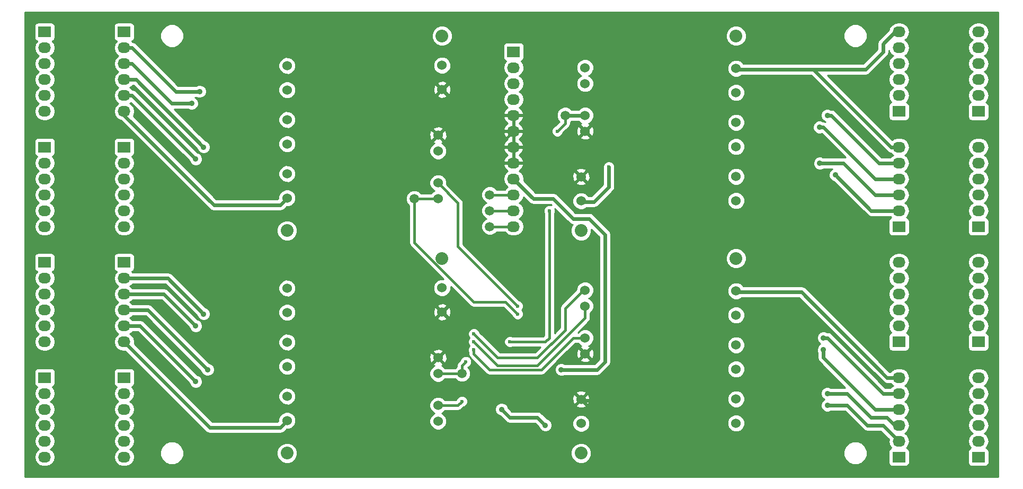
<source format=gbr>
G04 #@! TF.FileFunction,Copper,L2,Bot,Signal*
%FSLAX46Y46*%
G04 Gerber Fmt 4.6, Leading zero omitted, Abs format (unit mm)*
G04 Created by KiCad (PCBNEW 4.0.2-stable) date Friday, June 24, 2016 'pmt' 01:13:37 pm*
%MOMM*%
G01*
G04 APERTURE LIST*
%ADD10C,0.100000*%
%ADD11R,2.032000X1.727200*%
%ADD12O,2.032000X1.727200*%
%ADD13C,1.500000*%
%ADD14C,1.524000*%
%ADD15C,2.032000*%
%ADD16C,0.889000*%
%ADD17C,0.600000*%
%ADD18C,0.609600*%
%ADD19C,0.406400*%
%ADD20C,0.254000*%
G04 APERTURE END LIST*
D10*
D11*
X78105000Y-79375000D03*
D12*
X78105000Y-81915000D03*
X78105000Y-84455000D03*
X78105000Y-86995000D03*
X78105000Y-89535000D03*
X78105000Y-92075000D03*
D11*
X78105000Y-116205000D03*
D12*
X78105000Y-118745000D03*
X78105000Y-121285000D03*
X78105000Y-123825000D03*
X78105000Y-126365000D03*
X78105000Y-128905000D03*
D11*
X65405000Y-116205000D03*
D12*
X65405000Y-118745000D03*
X65405000Y-121285000D03*
X65405000Y-123825000D03*
X65405000Y-126365000D03*
X65405000Y-128905000D03*
D11*
X78105000Y-97790000D03*
D12*
X78105000Y-100330000D03*
X78105000Y-102870000D03*
X78105000Y-105410000D03*
X78105000Y-107950000D03*
X78105000Y-110490000D03*
D11*
X65405000Y-97790000D03*
D12*
X65405000Y-100330000D03*
X65405000Y-102870000D03*
X65405000Y-105410000D03*
X65405000Y-107950000D03*
X65405000Y-110490000D03*
D11*
X214630000Y-128905000D03*
D12*
X214630000Y-126365000D03*
X214630000Y-123825000D03*
X214630000Y-121285000D03*
X214630000Y-118745000D03*
X214630000Y-116205000D03*
D11*
X201930000Y-128905000D03*
D12*
X201930000Y-126365000D03*
X201930000Y-123825000D03*
X201930000Y-121285000D03*
X201930000Y-118745000D03*
X201930000Y-116205000D03*
D11*
X201930000Y-110490000D03*
D12*
X201930000Y-107950000D03*
X201930000Y-105410000D03*
X201930000Y-102870000D03*
X201930000Y-100330000D03*
X201930000Y-97790000D03*
D11*
X214630000Y-110490000D03*
D12*
X214630000Y-107950000D03*
X214630000Y-105410000D03*
X214630000Y-102870000D03*
X214630000Y-100330000D03*
X214630000Y-97790000D03*
D11*
X214630000Y-92075000D03*
D12*
X214630000Y-89535000D03*
X214630000Y-86995000D03*
X214630000Y-84455000D03*
X214630000Y-81915000D03*
X214630000Y-79375000D03*
D11*
X201930000Y-92075000D03*
D12*
X201930000Y-89535000D03*
X201930000Y-86995000D03*
X201930000Y-84455000D03*
X201930000Y-81915000D03*
X201930000Y-79375000D03*
D11*
X201930000Y-73660000D03*
D12*
X201930000Y-71120000D03*
X201930000Y-68580000D03*
X201930000Y-66040000D03*
X201930000Y-63500000D03*
X201930000Y-60960000D03*
D11*
X214630000Y-73660000D03*
D12*
X214630000Y-71120000D03*
X214630000Y-68580000D03*
X214630000Y-66040000D03*
X214630000Y-63500000D03*
X214630000Y-60960000D03*
D11*
X65405000Y-79375000D03*
D12*
X65405000Y-81915000D03*
X65405000Y-84455000D03*
X65405000Y-86995000D03*
X65405000Y-89535000D03*
X65405000Y-92075000D03*
D11*
X78105000Y-60960000D03*
D12*
X78105000Y-63500000D03*
X78105000Y-66040000D03*
X78105000Y-68580000D03*
X78105000Y-71120000D03*
X78105000Y-73660000D03*
D11*
X65405000Y-60960000D03*
D12*
X65405000Y-63500000D03*
X65405000Y-66040000D03*
X65405000Y-68580000D03*
X65405000Y-71120000D03*
X65405000Y-73660000D03*
D11*
X140335000Y-64135000D03*
D12*
X140335000Y-66675000D03*
X140335000Y-69215000D03*
X140335000Y-71755000D03*
X140335000Y-74295000D03*
X140335000Y-76835000D03*
X140335000Y-79375000D03*
X140335000Y-81915000D03*
X140335000Y-84455000D03*
X140335000Y-86995000D03*
X140335000Y-89535000D03*
X140335000Y-92075000D03*
D13*
X136525000Y-92075000D03*
X136525000Y-89535000D03*
X136525000Y-86995000D03*
X124460000Y-87630000D03*
X132080000Y-115570000D03*
X148590000Y-74295000D03*
D14*
X128270000Y-87630000D03*
X128270000Y-85090000D03*
X128270000Y-80010000D03*
X128270000Y-77470000D03*
X128905000Y-70180200D03*
X128905000Y-66319400D03*
D15*
X128905000Y-61595000D03*
X104140000Y-92710000D03*
D14*
X104140000Y-66370200D03*
X104140000Y-70231000D03*
X104140000Y-75006200D03*
X104140000Y-78867000D03*
X104140000Y-83642200D03*
X104140000Y-87503000D03*
X151765000Y-66675000D03*
X151765000Y-69215000D03*
X151765000Y-74295000D03*
X151765000Y-76835000D03*
X151130000Y-84124800D03*
X151130000Y-87985600D03*
D15*
X151130000Y-92710000D03*
X175895000Y-61595000D03*
D14*
X175895000Y-87934800D03*
X175895000Y-84074000D03*
X175895000Y-79298800D03*
X175895000Y-75438000D03*
X175895000Y-70662800D03*
X175895000Y-66802000D03*
X151765000Y-102235000D03*
X151765000Y-104775000D03*
X151765000Y-109855000D03*
X151765000Y-112395000D03*
X151130000Y-119684800D03*
X151130000Y-123545600D03*
D15*
X151130000Y-128270000D03*
X175895000Y-97155000D03*
D14*
X175895000Y-123494800D03*
X175895000Y-119634000D03*
X175895000Y-114858800D03*
X175895000Y-110998000D03*
X175895000Y-106222800D03*
X175895000Y-102362000D03*
X128270000Y-123190000D03*
X128270000Y-120650000D03*
X128270000Y-115570000D03*
X128270000Y-113030000D03*
X128905000Y-105740200D03*
X128905000Y-101879400D03*
D15*
X128905000Y-97155000D03*
X104140000Y-128270000D03*
D14*
X104140000Y-101930200D03*
X104140000Y-105791000D03*
X104140000Y-110566200D03*
X104140000Y-114427000D03*
X104140000Y-119202200D03*
X104140000Y-123063000D03*
D16*
X88900000Y-72390000D03*
X89535000Y-81280000D03*
X89535000Y-107950000D03*
X89535000Y-116840000D03*
X190500000Y-118745000D03*
X189865000Y-109855000D03*
X189270000Y-81955000D03*
X190500000Y-74295000D03*
D17*
X155575000Y-82550000D03*
D16*
X120650000Y-71120000D03*
D17*
X138430000Y-93980000D03*
X133985000Y-93345000D03*
X142240000Y-103505000D03*
D16*
X139065000Y-117475000D03*
X142240000Y-117475000D03*
X159385000Y-113665000D03*
X190500000Y-120650000D03*
X189865000Y-111760000D03*
X90170000Y-70485000D03*
X90805000Y-79375000D03*
X90805000Y-106045000D03*
X145415000Y-123825000D03*
X138430000Y-121285000D03*
X147955000Y-114935000D03*
X91440000Y-114935000D03*
X191770000Y-83820000D03*
X189230000Y-76200000D03*
D17*
X140970000Y-104775000D03*
X140970000Y-106045000D03*
X132715000Y-113665000D03*
X132080000Y-120015000D03*
X133985000Y-111760000D03*
X133985000Y-110490000D03*
X133985000Y-109220000D03*
X146050000Y-89535000D03*
X139700000Y-110490000D03*
X147320000Y-76835000D03*
D18*
X88900000Y-72390000D02*
X85725000Y-72390000D01*
X79375000Y-66040000D02*
X78105000Y-66040000D01*
X85725000Y-72390000D02*
X79375000Y-66040000D01*
X78105000Y-71120000D02*
X79375000Y-71120000D01*
X79375000Y-71120000D02*
X89535000Y-81280000D01*
X78105000Y-102870000D02*
X84455000Y-102870000D01*
X84455000Y-102870000D02*
X89535000Y-107950000D01*
X78105000Y-107950000D02*
X80645000Y-107950000D01*
X80645000Y-107950000D02*
X89535000Y-116840000D01*
X190500000Y-118745000D02*
X193675000Y-118745000D01*
X200025000Y-122555000D02*
X201295000Y-123825000D01*
X197485000Y-122555000D02*
X200025000Y-122555000D01*
X193675000Y-118745000D02*
X197485000Y-122555000D01*
X201295000Y-123825000D02*
X201930000Y-123825000D01*
X201930000Y-118745000D02*
X199390000Y-118745000D01*
X190500000Y-109855000D02*
X189865000Y-109855000D01*
X199390000Y-118745000D02*
X190500000Y-109855000D01*
X201930000Y-86995000D02*
X198120000Y-86995000D01*
X193040000Y-81915000D02*
X198120000Y-86995000D01*
X189310000Y-81915000D02*
X193040000Y-81915000D01*
X189310000Y-81915000D02*
X189270000Y-81955000D01*
X201930000Y-81915000D02*
X198755000Y-81915000D01*
X191135000Y-74295000D02*
X190500000Y-74295000D01*
X198755000Y-81915000D02*
X191135000Y-74295000D01*
X155575000Y-85725000D02*
X155575000Y-82550000D01*
X153162000Y-88138000D02*
X155575000Y-85725000D01*
X153162000Y-88138000D02*
X151130000Y-88138000D01*
X127965200Y-71120000D02*
X128905000Y-70180200D01*
X120650000Y-71120000D02*
X127965200Y-71120000D01*
X142240000Y-117475000D02*
X148920200Y-117475000D01*
X148920200Y-117475000D02*
X151130000Y-119684800D01*
D19*
X134620000Y-93980000D02*
X133985000Y-93345000D01*
X138430000Y-93980000D02*
X134620000Y-93980000D01*
X133985000Y-93345000D02*
X132715000Y-92075000D01*
X132715000Y-84455000D02*
X140335000Y-76835000D01*
X132715000Y-95250000D02*
X132715000Y-92075000D01*
X132715000Y-92075000D02*
X132715000Y-84455000D01*
X140970000Y-103505000D02*
X132715000Y-95250000D01*
X142240000Y-103505000D02*
X140970000Y-103505000D01*
D18*
X142240000Y-117475000D02*
X139065000Y-117475000D01*
X151130000Y-119837200D02*
X153212800Y-119837200D01*
X153212800Y-119837200D02*
X159385000Y-113665000D01*
X190500000Y-120650000D02*
X193675000Y-120650000D01*
X199390000Y-123825000D02*
X201930000Y-126365000D01*
X196850000Y-123825000D02*
X199390000Y-123825000D01*
X193675000Y-120650000D02*
X196850000Y-123825000D01*
X201930000Y-121285000D02*
X198120000Y-121285000D01*
X189865000Y-113030000D02*
X189865000Y-111760000D01*
X198120000Y-121285000D02*
X189865000Y-113030000D01*
X201930000Y-116205000D02*
X200025000Y-116205000D01*
X186334400Y-102514400D02*
X175895000Y-102514400D01*
X200025000Y-116205000D02*
X186334400Y-102514400D01*
X78105000Y-63500000D02*
X79375000Y-63500000D01*
X86360000Y-70485000D02*
X90170000Y-70485000D01*
X79375000Y-63500000D02*
X86360000Y-70485000D01*
X78105000Y-68580000D02*
X80010000Y-68580000D01*
X80010000Y-68580000D02*
X90805000Y-79375000D01*
X92430600Y-88620600D02*
X103022400Y-88620600D01*
X78105000Y-74295000D02*
X92430600Y-88620600D01*
X103022400Y-88620600D02*
X104140000Y-87503000D01*
X78105000Y-73660000D02*
X78105000Y-74295000D01*
X78105000Y-100330000D02*
X85090000Y-100330000D01*
X85090000Y-100330000D02*
X90805000Y-106045000D01*
X145415000Y-123825000D02*
X144145000Y-122555000D01*
X144145000Y-122555000D02*
X139700000Y-122555000D01*
X139700000Y-122555000D02*
X138430000Y-121285000D01*
X140335000Y-84455000D02*
X143510000Y-87630000D01*
X154940000Y-93345000D02*
X154940000Y-113665000D01*
X152400000Y-90805000D02*
X154940000Y-93345000D01*
X149860000Y-90805000D02*
X152400000Y-90805000D01*
X146685000Y-87630000D02*
X149860000Y-90805000D01*
X143510000Y-87630000D02*
X146685000Y-87630000D01*
X153670000Y-114935000D02*
X147955000Y-114935000D01*
X154940000Y-113665000D02*
X153670000Y-114935000D01*
D19*
X140335000Y-92075000D02*
X136525000Y-92075000D01*
X140335000Y-89535000D02*
X136525000Y-89535000D01*
X140335000Y-86995000D02*
X136525000Y-86995000D01*
D18*
X78105000Y-105410000D02*
X81915000Y-105410000D01*
X81915000Y-105410000D02*
X91440000Y-114935000D01*
X91795600Y-124180600D02*
X103022400Y-124180600D01*
X78105000Y-110490000D02*
X91795600Y-124180600D01*
X103022400Y-124180600D02*
X104140000Y-123063000D01*
X201930000Y-89535000D02*
X197485000Y-89535000D01*
X197485000Y-89535000D02*
X191770000Y-83820000D01*
X201930000Y-84455000D02*
X198120000Y-84455000D01*
X189865000Y-76200000D02*
X189230000Y-76200000D01*
X198120000Y-84455000D02*
X189865000Y-76200000D01*
X175895000Y-66954400D02*
X196570600Y-66954400D01*
X199390000Y-62865000D02*
X201295000Y-60960000D01*
X199390000Y-64135000D02*
X199390000Y-62865000D01*
X196570600Y-66954400D02*
X199390000Y-64135000D01*
X201295000Y-60960000D02*
X201930000Y-60960000D01*
X201930000Y-79375000D02*
X200660000Y-79375000D01*
X188239400Y-66954400D02*
X175895000Y-66954400D01*
X200660000Y-79375000D02*
X188239400Y-66954400D01*
D19*
X131445000Y-95250000D02*
X131445000Y-88265000D01*
X140970000Y-104775000D02*
X131445000Y-95250000D01*
X131445000Y-88265000D02*
X128270000Y-85090000D01*
X128270000Y-87630000D02*
X124460000Y-87630000D01*
X124460000Y-87630000D02*
X124460000Y-94615000D01*
X124460000Y-94615000D02*
X133985000Y-104140000D01*
X133985000Y-104140000D02*
X139065000Y-104140000D01*
X140970000Y-106045000D02*
X139065000Y-104140000D01*
X128270000Y-115570000D02*
X132080000Y-115570000D01*
X132080000Y-114300000D02*
X132080000Y-115570000D01*
X132715000Y-113665000D02*
X132080000Y-114300000D01*
X132003800Y-115493800D02*
X132080000Y-115570000D01*
X128270000Y-120650000D02*
X131445000Y-120650000D01*
X131445000Y-120650000D02*
X132080000Y-120015000D01*
X144780000Y-114935000D02*
X149860000Y-109855000D01*
X136525000Y-114935000D02*
X144780000Y-114935000D01*
X133985000Y-111760000D02*
X133985000Y-112395000D01*
X133985000Y-112395000D02*
X136525000Y-114935000D01*
X149860000Y-109855000D02*
X151765000Y-109855000D01*
X151765000Y-106680000D02*
X144145000Y-114300000D01*
X144145000Y-114300000D02*
X137795000Y-114300000D01*
X137795000Y-114300000D02*
X133985000Y-110490000D01*
X151765000Y-106680000D02*
X151765000Y-104775000D01*
X137795000Y-113030000D02*
X144145000Y-113030000D01*
X133985000Y-109220000D02*
X137795000Y-113030000D01*
X148590000Y-105105200D02*
X151130000Y-102565200D01*
X148590000Y-108585000D02*
X148590000Y-105105200D01*
X144145000Y-113030000D02*
X148590000Y-108585000D01*
X139700000Y-110490000D02*
X145415000Y-110490000D01*
X146050000Y-109855000D02*
X146050000Y-89535000D01*
X145415000Y-110490000D02*
X146050000Y-109855000D01*
X148590000Y-75565000D02*
X148590000Y-74295000D01*
X147320000Y-76835000D02*
X148590000Y-75565000D01*
D18*
X151765000Y-74295000D02*
X148590000Y-74295000D01*
D20*
G36*
X217755000Y-132030000D02*
X62280000Y-132030000D01*
X62280000Y-118745000D01*
X63721655Y-118745000D01*
X63835729Y-119318489D01*
X64160585Y-119804670D01*
X64475366Y-120015000D01*
X64160585Y-120225330D01*
X63835729Y-120711511D01*
X63721655Y-121285000D01*
X63835729Y-121858489D01*
X64160585Y-122344670D01*
X64475366Y-122555000D01*
X64160585Y-122765330D01*
X63835729Y-123251511D01*
X63721655Y-123825000D01*
X63835729Y-124398489D01*
X64160585Y-124884670D01*
X64475366Y-125095000D01*
X64160585Y-125305330D01*
X63835729Y-125791511D01*
X63721655Y-126365000D01*
X63835729Y-126938489D01*
X64160585Y-127424670D01*
X64475366Y-127635000D01*
X64160585Y-127845330D01*
X63835729Y-128331511D01*
X63721655Y-128905000D01*
X63835729Y-129478489D01*
X64160585Y-129964670D01*
X64646766Y-130289526D01*
X65220255Y-130403600D01*
X65589745Y-130403600D01*
X66163234Y-130289526D01*
X66649415Y-129964670D01*
X66974271Y-129478489D01*
X67088345Y-128905000D01*
X66974271Y-128331511D01*
X66649415Y-127845330D01*
X66334634Y-127635000D01*
X66649415Y-127424670D01*
X66974271Y-126938489D01*
X67088345Y-126365000D01*
X66974271Y-125791511D01*
X66649415Y-125305330D01*
X66334634Y-125095000D01*
X66649415Y-124884670D01*
X66974271Y-124398489D01*
X67088345Y-123825000D01*
X66974271Y-123251511D01*
X66649415Y-122765330D01*
X66334634Y-122555000D01*
X66649415Y-122344670D01*
X66974271Y-121858489D01*
X67088345Y-121285000D01*
X66974271Y-120711511D01*
X66649415Y-120225330D01*
X66334634Y-120015000D01*
X66649415Y-119804670D01*
X66974271Y-119318489D01*
X67088345Y-118745000D01*
X76421655Y-118745000D01*
X76535729Y-119318489D01*
X76860585Y-119804670D01*
X77175366Y-120015000D01*
X76860585Y-120225330D01*
X76535729Y-120711511D01*
X76421655Y-121285000D01*
X76535729Y-121858489D01*
X76860585Y-122344670D01*
X77175366Y-122555000D01*
X76860585Y-122765330D01*
X76535729Y-123251511D01*
X76421655Y-123825000D01*
X76535729Y-124398489D01*
X76860585Y-124884670D01*
X77175366Y-125095000D01*
X76860585Y-125305330D01*
X76535729Y-125791511D01*
X76421655Y-126365000D01*
X76535729Y-126938489D01*
X76860585Y-127424670D01*
X77175366Y-127635000D01*
X76860585Y-127845330D01*
X76535729Y-128331511D01*
X76421655Y-128905000D01*
X76535729Y-129478489D01*
X76860585Y-129964670D01*
X77346766Y-130289526D01*
X77920255Y-130403600D01*
X78289745Y-130403600D01*
X78863234Y-130289526D01*
X79349415Y-129964670D01*
X79674271Y-129478489D01*
X79788345Y-128905000D01*
X79736291Y-128643305D01*
X83839674Y-128643305D01*
X84126043Y-129336372D01*
X84655839Y-129867093D01*
X85348405Y-130154672D01*
X86098305Y-130155326D01*
X86791372Y-129868957D01*
X87322093Y-129339161D01*
X87609672Y-128646595D01*
X87609715Y-128596963D01*
X102488714Y-128596963D01*
X102739534Y-129203995D01*
X103203563Y-129668834D01*
X103810155Y-129920713D01*
X104466963Y-129921286D01*
X105073995Y-129670466D01*
X105538834Y-129206437D01*
X105790713Y-128599845D01*
X105790715Y-128596963D01*
X149478714Y-128596963D01*
X149729534Y-129203995D01*
X150193563Y-129668834D01*
X150800155Y-129920713D01*
X151456963Y-129921286D01*
X152063995Y-129670466D01*
X152528834Y-129206437D01*
X152762666Y-128643305D01*
X193059674Y-128643305D01*
X193346043Y-129336372D01*
X193875839Y-129867093D01*
X194568405Y-130154672D01*
X195318305Y-130155326D01*
X196011372Y-129868957D01*
X196542093Y-129339161D01*
X196829672Y-128646595D01*
X196830326Y-127896695D01*
X196543957Y-127203628D01*
X196014161Y-126672907D01*
X195321595Y-126385328D01*
X194571695Y-126384674D01*
X193878628Y-126671043D01*
X193347907Y-127200839D01*
X193060328Y-127893405D01*
X193059674Y-128643305D01*
X152762666Y-128643305D01*
X152780713Y-128599845D01*
X152781286Y-127943037D01*
X152530466Y-127336005D01*
X152066437Y-126871166D01*
X151459845Y-126619287D01*
X150803037Y-126618714D01*
X150196005Y-126869534D01*
X149731166Y-127333563D01*
X149479287Y-127940155D01*
X149478714Y-128596963D01*
X105790715Y-128596963D01*
X105791286Y-127943037D01*
X105540466Y-127336005D01*
X105076437Y-126871166D01*
X104469845Y-126619287D01*
X103813037Y-126618714D01*
X103206005Y-126869534D01*
X102741166Y-127333563D01*
X102489287Y-127940155D01*
X102488714Y-128596963D01*
X87609715Y-128596963D01*
X87610326Y-127896695D01*
X87323957Y-127203628D01*
X86794161Y-126672907D01*
X86101595Y-126385328D01*
X85351695Y-126384674D01*
X84658628Y-126671043D01*
X84127907Y-127200839D01*
X83840328Y-127893405D01*
X83839674Y-128643305D01*
X79736291Y-128643305D01*
X79674271Y-128331511D01*
X79349415Y-127845330D01*
X79034634Y-127635000D01*
X79349415Y-127424670D01*
X79674271Y-126938489D01*
X79788345Y-126365000D01*
X79674271Y-125791511D01*
X79349415Y-125305330D01*
X79034634Y-125095000D01*
X79349415Y-124884670D01*
X79674271Y-124398489D01*
X79788345Y-123825000D01*
X79674271Y-123251511D01*
X79349415Y-122765330D01*
X79034634Y-122555000D01*
X79349415Y-122344670D01*
X79674271Y-121858489D01*
X79788345Y-121285000D01*
X79674271Y-120711511D01*
X79349415Y-120225330D01*
X79034634Y-120015000D01*
X79349415Y-119804670D01*
X79674271Y-119318489D01*
X79788345Y-118745000D01*
X79674271Y-118171511D01*
X79349415Y-117685330D01*
X79335087Y-117675757D01*
X79356317Y-117671762D01*
X79572441Y-117532690D01*
X79717431Y-117320490D01*
X79768440Y-117068600D01*
X79768440Y-115341400D01*
X79724162Y-115106083D01*
X79585090Y-114889959D01*
X79372890Y-114744969D01*
X79121000Y-114693960D01*
X77089000Y-114693960D01*
X76853683Y-114738238D01*
X76637559Y-114877310D01*
X76492569Y-115089510D01*
X76441560Y-115341400D01*
X76441560Y-117068600D01*
X76485838Y-117303917D01*
X76624910Y-117520041D01*
X76837110Y-117665031D01*
X76878439Y-117673400D01*
X76860585Y-117685330D01*
X76535729Y-118171511D01*
X76421655Y-118745000D01*
X67088345Y-118745000D01*
X66974271Y-118171511D01*
X66649415Y-117685330D01*
X66635087Y-117675757D01*
X66656317Y-117671762D01*
X66872441Y-117532690D01*
X67017431Y-117320490D01*
X67068440Y-117068600D01*
X67068440Y-115341400D01*
X67024162Y-115106083D01*
X66885090Y-114889959D01*
X66672890Y-114744969D01*
X66421000Y-114693960D01*
X64389000Y-114693960D01*
X64153683Y-114738238D01*
X63937559Y-114877310D01*
X63792569Y-115089510D01*
X63741560Y-115341400D01*
X63741560Y-117068600D01*
X63785838Y-117303917D01*
X63924910Y-117520041D01*
X64137110Y-117665031D01*
X64178439Y-117673400D01*
X64160585Y-117685330D01*
X63835729Y-118171511D01*
X63721655Y-118745000D01*
X62280000Y-118745000D01*
X62280000Y-100330000D01*
X63721655Y-100330000D01*
X63835729Y-100903489D01*
X64160585Y-101389670D01*
X64475366Y-101600000D01*
X64160585Y-101810330D01*
X63835729Y-102296511D01*
X63721655Y-102870000D01*
X63835729Y-103443489D01*
X64160585Y-103929670D01*
X64475366Y-104140000D01*
X64160585Y-104350330D01*
X63835729Y-104836511D01*
X63721655Y-105410000D01*
X63835729Y-105983489D01*
X64160585Y-106469670D01*
X64475366Y-106680000D01*
X64160585Y-106890330D01*
X63835729Y-107376511D01*
X63721655Y-107950000D01*
X63835729Y-108523489D01*
X64160585Y-109009670D01*
X64475366Y-109220000D01*
X64160585Y-109430330D01*
X63835729Y-109916511D01*
X63721655Y-110490000D01*
X63835729Y-111063489D01*
X64160585Y-111549670D01*
X64646766Y-111874526D01*
X65220255Y-111988600D01*
X65589745Y-111988600D01*
X66163234Y-111874526D01*
X66649415Y-111549670D01*
X66974271Y-111063489D01*
X67088345Y-110490000D01*
X66974271Y-109916511D01*
X66649415Y-109430330D01*
X66334634Y-109220000D01*
X66649415Y-109009670D01*
X66974271Y-108523489D01*
X67088345Y-107950000D01*
X66974271Y-107376511D01*
X66649415Y-106890330D01*
X66334634Y-106680000D01*
X66649415Y-106469670D01*
X66974271Y-105983489D01*
X67088345Y-105410000D01*
X66974271Y-104836511D01*
X66649415Y-104350330D01*
X66334634Y-104140000D01*
X66649415Y-103929670D01*
X66974271Y-103443489D01*
X67088345Y-102870000D01*
X66974271Y-102296511D01*
X66649415Y-101810330D01*
X66334634Y-101600000D01*
X66649415Y-101389670D01*
X66974271Y-100903489D01*
X67088345Y-100330000D01*
X76421655Y-100330000D01*
X76535729Y-100903489D01*
X76860585Y-101389670D01*
X77175366Y-101600000D01*
X76860585Y-101810330D01*
X76535729Y-102296511D01*
X76421655Y-102870000D01*
X76535729Y-103443489D01*
X76860585Y-103929670D01*
X77175366Y-104140000D01*
X76860585Y-104350330D01*
X76535729Y-104836511D01*
X76421655Y-105410000D01*
X76535729Y-105983489D01*
X76860585Y-106469670D01*
X77175366Y-106680000D01*
X76860585Y-106890330D01*
X76535729Y-107376511D01*
X76421655Y-107950000D01*
X76535729Y-108523489D01*
X76860585Y-109009670D01*
X77175366Y-109220000D01*
X76860585Y-109430330D01*
X76535729Y-109916511D01*
X76421655Y-110490000D01*
X76535729Y-111063489D01*
X76860585Y-111549670D01*
X77346766Y-111874526D01*
X77920255Y-111988600D01*
X78274522Y-111988600D01*
X91131061Y-124845139D01*
X91435954Y-125048862D01*
X91795600Y-125120400D01*
X103022400Y-125120400D01*
X103382046Y-125048862D01*
X103686939Y-124845139D01*
X104072137Y-124459941D01*
X104416661Y-124460242D01*
X104930303Y-124248010D01*
X105323629Y-123855370D01*
X105536757Y-123342100D01*
X105537242Y-122786339D01*
X105325010Y-122272697D01*
X104932370Y-121879371D01*
X104419100Y-121666243D01*
X103863339Y-121665758D01*
X103349697Y-121877990D01*
X102956371Y-122270630D01*
X102743243Y-122783900D01*
X102742940Y-123130982D01*
X102633122Y-123240800D01*
X92184878Y-123240800D01*
X89870739Y-120926661D01*
X126872758Y-120926661D01*
X127084990Y-121440303D01*
X127477630Y-121833629D01*
X127685512Y-121919949D01*
X127479697Y-122004990D01*
X127086371Y-122397630D01*
X126873243Y-122910900D01*
X126872758Y-123466661D01*
X127084990Y-123980303D01*
X127477630Y-124373629D01*
X127990900Y-124586757D01*
X128546661Y-124587242D01*
X129060303Y-124375010D01*
X129453629Y-123982370D01*
X129666757Y-123469100D01*
X129667242Y-122913339D01*
X129455010Y-122399697D01*
X129062370Y-122006371D01*
X128854488Y-121920051D01*
X129060303Y-121835010D01*
X129397116Y-121498784D01*
X137350313Y-121498784D01*
X137514311Y-121895689D01*
X137817714Y-122199622D01*
X138156023Y-122340101D01*
X139035461Y-123219539D01*
X139340354Y-123423262D01*
X139700000Y-123494800D01*
X143755722Y-123494800D01*
X144360385Y-124099463D01*
X144499311Y-124435689D01*
X144802714Y-124739622D01*
X145199332Y-124904313D01*
X145628784Y-124904687D01*
X146025689Y-124740689D01*
X146329622Y-124437286D01*
X146494313Y-124040668D01*
X146494503Y-123822261D01*
X149732758Y-123822261D01*
X149944990Y-124335903D01*
X150337630Y-124729229D01*
X150850900Y-124942357D01*
X151406661Y-124942842D01*
X151920303Y-124730610D01*
X152313629Y-124337970D01*
X152526757Y-123824700D01*
X152526803Y-123771461D01*
X174497758Y-123771461D01*
X174709990Y-124285103D01*
X175102630Y-124678429D01*
X175615900Y-124891557D01*
X176171661Y-124892042D01*
X176685303Y-124679810D01*
X177078629Y-124287170D01*
X177291757Y-123773900D01*
X177292242Y-123218139D01*
X177080010Y-122704497D01*
X176687370Y-122311171D01*
X176174100Y-122098043D01*
X175618339Y-122097558D01*
X175104697Y-122309790D01*
X174711371Y-122702430D01*
X174498243Y-123215700D01*
X174497758Y-123771461D01*
X152526803Y-123771461D01*
X152527242Y-123268939D01*
X152315010Y-122755297D01*
X151922370Y-122361971D01*
X151409100Y-122148843D01*
X150853339Y-122148358D01*
X150339697Y-122360590D01*
X149946371Y-122753230D01*
X149733243Y-123266500D01*
X149732758Y-123822261D01*
X146494503Y-123822261D01*
X146494687Y-123611216D01*
X146330689Y-123214311D01*
X146027286Y-122910378D01*
X145688977Y-122769899D01*
X144809539Y-121890461D01*
X144504646Y-121686738D01*
X144145000Y-121615200D01*
X140089278Y-121615200D01*
X139484615Y-121010537D01*
X139345689Y-120674311D01*
X139336408Y-120665013D01*
X150329392Y-120665013D01*
X150398857Y-120907197D01*
X150922302Y-121093944D01*
X151477368Y-121066162D01*
X151861143Y-120907197D01*
X151930608Y-120665013D01*
X151130000Y-119864405D01*
X150329392Y-120665013D01*
X139336408Y-120665013D01*
X139042286Y-120370378D01*
X138645668Y-120205687D01*
X138216216Y-120205313D01*
X137819311Y-120369311D01*
X137515378Y-120672714D01*
X137350687Y-121069332D01*
X137350313Y-121498784D01*
X129397116Y-121498784D01*
X129407719Y-121488200D01*
X131445000Y-121488200D01*
X131765766Y-121424396D01*
X132037697Y-121242697D01*
X132376046Y-120904348D01*
X132608943Y-120808117D01*
X132872192Y-120545327D01*
X133014838Y-120201799D01*
X133015162Y-119829833D01*
X132873117Y-119486057D01*
X132864178Y-119477102D01*
X149720856Y-119477102D01*
X149748638Y-120032168D01*
X149907603Y-120415943D01*
X150149787Y-120485408D01*
X150950395Y-119684800D01*
X151309605Y-119684800D01*
X152110213Y-120485408D01*
X152352397Y-120415943D01*
X152532664Y-119910661D01*
X174497758Y-119910661D01*
X174709990Y-120424303D01*
X175102630Y-120817629D01*
X175615900Y-121030757D01*
X176171661Y-121031242D01*
X176685303Y-120819010D01*
X177078629Y-120426370D01*
X177291757Y-119913100D01*
X177292242Y-119357339D01*
X177080010Y-118843697D01*
X176687370Y-118450371D01*
X176174100Y-118237243D01*
X175618339Y-118236758D01*
X175104697Y-118448990D01*
X174711371Y-118841630D01*
X174498243Y-119354900D01*
X174497758Y-119910661D01*
X152532664Y-119910661D01*
X152539144Y-119892498D01*
X152511362Y-119337432D01*
X152352397Y-118953657D01*
X152110213Y-118884192D01*
X151309605Y-119684800D01*
X150950395Y-119684800D01*
X150149787Y-118884192D01*
X149907603Y-118953657D01*
X149720856Y-119477102D01*
X132864178Y-119477102D01*
X132610327Y-119222808D01*
X132266799Y-119080162D01*
X131894833Y-119079838D01*
X131551057Y-119221883D01*
X131287808Y-119484673D01*
X131190436Y-119719170D01*
X131097806Y-119811800D01*
X129407197Y-119811800D01*
X129062370Y-119466371D01*
X128549100Y-119253243D01*
X127993339Y-119252758D01*
X127479697Y-119464990D01*
X127086371Y-119857630D01*
X126873243Y-120370900D01*
X126872758Y-120926661D01*
X89870739Y-120926661D01*
X88422939Y-119478861D01*
X102742758Y-119478861D01*
X102954990Y-119992503D01*
X103347630Y-120385829D01*
X103860900Y-120598957D01*
X104416661Y-120599442D01*
X104930303Y-120387210D01*
X105323629Y-119994570D01*
X105536757Y-119481300D01*
X105537242Y-118925539D01*
X105445947Y-118704587D01*
X150329392Y-118704587D01*
X151130000Y-119505195D01*
X151930608Y-118704587D01*
X151861143Y-118462403D01*
X151337698Y-118275656D01*
X150782632Y-118303438D01*
X150398857Y-118462403D01*
X150329392Y-118704587D01*
X105445947Y-118704587D01*
X105325010Y-118411897D01*
X104932370Y-118018571D01*
X104419100Y-117805443D01*
X103863339Y-117804958D01*
X103349697Y-118017190D01*
X102956371Y-118409830D01*
X102743243Y-118923100D01*
X102742758Y-119478861D01*
X88422939Y-119478861D01*
X79729568Y-110785490D01*
X79788345Y-110490000D01*
X79674271Y-109916511D01*
X79349415Y-109430330D01*
X79034634Y-109220000D01*
X79349415Y-109009670D01*
X79429510Y-108889800D01*
X80255722Y-108889800D01*
X88480385Y-117114463D01*
X88619311Y-117450689D01*
X88922714Y-117754622D01*
X89319332Y-117919313D01*
X89748784Y-117919687D01*
X90145689Y-117755689D01*
X90449622Y-117452286D01*
X90614313Y-117055668D01*
X90614687Y-116626216D01*
X90450689Y-116229311D01*
X90147286Y-115925378D01*
X89808977Y-115784899D01*
X81309539Y-107285461D01*
X81004646Y-107081738D01*
X80645000Y-107010200D01*
X79429510Y-107010200D01*
X79349415Y-106890330D01*
X79034634Y-106680000D01*
X79349415Y-106469670D01*
X79429510Y-106349800D01*
X81525722Y-106349800D01*
X90385385Y-115209463D01*
X90524311Y-115545689D01*
X90827714Y-115849622D01*
X91224332Y-116014313D01*
X91653784Y-116014687D01*
X92050689Y-115850689D01*
X92054724Y-115846661D01*
X126872758Y-115846661D01*
X127084990Y-116360303D01*
X127477630Y-116753629D01*
X127990900Y-116966757D01*
X128546661Y-116967242D01*
X129060303Y-116755010D01*
X129407719Y-116408200D01*
X130959759Y-116408200D01*
X131294436Y-116743461D01*
X131803298Y-116954759D01*
X132354285Y-116955240D01*
X132863515Y-116744831D01*
X133253461Y-116355564D01*
X133464759Y-115846702D01*
X133465240Y-115295715D01*
X133254831Y-114786485D01*
X133019579Y-114550822D01*
X133243943Y-114458117D01*
X133507192Y-114195327D01*
X133649838Y-113851799D01*
X133650162Y-113479833D01*
X133508117Y-113136057D01*
X133245327Y-112872808D01*
X132901799Y-112730162D01*
X132529833Y-112729838D01*
X132186057Y-112871883D01*
X131922808Y-113134673D01*
X131825436Y-113369170D01*
X131487303Y-113707303D01*
X131305604Y-113979234D01*
X131267110Y-114172758D01*
X131241800Y-114300000D01*
X131241800Y-114449759D01*
X130959267Y-114731800D01*
X129407197Y-114731800D01*
X129062370Y-114386371D01*
X128870273Y-114306605D01*
X129001143Y-114252397D01*
X129070608Y-114010213D01*
X128270000Y-113209605D01*
X127469392Y-114010213D01*
X127538857Y-114252397D01*
X127679318Y-114302509D01*
X127479697Y-114384990D01*
X127086371Y-114777630D01*
X126873243Y-115290900D01*
X126872758Y-115846661D01*
X92054724Y-115846661D01*
X92354622Y-115547286D01*
X92519313Y-115150668D01*
X92519687Y-114721216D01*
X92512434Y-114703661D01*
X102742758Y-114703661D01*
X102954990Y-115217303D01*
X103347630Y-115610629D01*
X103860900Y-115823757D01*
X104416661Y-115824242D01*
X104930303Y-115612010D01*
X105323629Y-115219370D01*
X105536757Y-114706100D01*
X105537242Y-114150339D01*
X105325010Y-113636697D01*
X104932370Y-113243371D01*
X104419100Y-113030243D01*
X103863339Y-113029758D01*
X103349697Y-113241990D01*
X102956371Y-113634630D01*
X102743243Y-114147900D01*
X102742758Y-114703661D01*
X92512434Y-114703661D01*
X92355689Y-114324311D01*
X92052286Y-114020378D01*
X91713977Y-113879899D01*
X90656380Y-112822302D01*
X126860856Y-112822302D01*
X126888638Y-113377368D01*
X127047603Y-113761143D01*
X127289787Y-113830608D01*
X128090395Y-113030000D01*
X128449605Y-113030000D01*
X129250213Y-113830608D01*
X129492397Y-113761143D01*
X129679144Y-113237698D01*
X129651362Y-112682632D01*
X129492397Y-112298857D01*
X129250213Y-112229392D01*
X128449605Y-113030000D01*
X128090395Y-113030000D01*
X127289787Y-112229392D01*
X127047603Y-112298857D01*
X126860856Y-112822302D01*
X90656380Y-112822302D01*
X89883865Y-112049787D01*
X127469392Y-112049787D01*
X128270000Y-112850395D01*
X129070608Y-112049787D01*
X129001143Y-111807603D01*
X128477698Y-111620856D01*
X127922632Y-111648638D01*
X127538857Y-111807603D01*
X127469392Y-112049787D01*
X89883865Y-112049787D01*
X88676939Y-110842861D01*
X102742758Y-110842861D01*
X102954990Y-111356503D01*
X103347630Y-111749829D01*
X103860900Y-111962957D01*
X104416661Y-111963442D01*
X104930303Y-111751210D01*
X105323629Y-111358570D01*
X105536757Y-110845300D01*
X105537242Y-110289539D01*
X105325010Y-109775897D01*
X104954927Y-109405167D01*
X133049838Y-109405167D01*
X133191883Y-109748943D01*
X133297710Y-109854954D01*
X133192808Y-109959673D01*
X133050162Y-110303201D01*
X133049838Y-110675167D01*
X133191883Y-111018943D01*
X133297710Y-111124954D01*
X133192808Y-111229673D01*
X133050162Y-111573201D01*
X133049838Y-111945167D01*
X133146800Y-112179834D01*
X133146800Y-112395000D01*
X133210604Y-112715766D01*
X133392303Y-112987697D01*
X135932303Y-115527697D01*
X136204235Y-115709396D01*
X136525000Y-115773200D01*
X144780000Y-115773200D01*
X145100766Y-115709396D01*
X145372697Y-115527697D01*
X147525181Y-113375213D01*
X150964392Y-113375213D01*
X151033857Y-113617397D01*
X151557302Y-113804144D01*
X152112368Y-113776362D01*
X152496143Y-113617397D01*
X152565608Y-113375213D01*
X151765000Y-112574605D01*
X150964392Y-113375213D01*
X147525181Y-113375213D01*
X148713092Y-112187302D01*
X150355856Y-112187302D01*
X150383638Y-112742368D01*
X150542603Y-113126143D01*
X150784787Y-113195608D01*
X151585395Y-112395000D01*
X151944605Y-112395000D01*
X152745213Y-113195608D01*
X152987397Y-113126143D01*
X153174144Y-112602698D01*
X153146362Y-112047632D01*
X152987397Y-111663857D01*
X152745213Y-111594392D01*
X151944605Y-112395000D01*
X151585395Y-112395000D01*
X150784787Y-111594392D01*
X150542603Y-111663857D01*
X150355856Y-112187302D01*
X148713092Y-112187302D01*
X150207194Y-110693200D01*
X150627803Y-110693200D01*
X150972630Y-111038629D01*
X151164727Y-111118395D01*
X151033857Y-111172603D01*
X150964392Y-111414787D01*
X151765000Y-112215395D01*
X152565608Y-111414787D01*
X152496143Y-111172603D01*
X152355682Y-111122491D01*
X152555303Y-111040010D01*
X152948629Y-110647370D01*
X153161757Y-110134100D01*
X153162242Y-109578339D01*
X152950010Y-109064697D01*
X152557370Y-108671371D01*
X152044100Y-108458243D01*
X151488339Y-108457758D01*
X150974697Y-108669990D01*
X150627281Y-109016800D01*
X150613594Y-109016800D01*
X152357697Y-107272697D01*
X152539396Y-107000766D01*
X152603200Y-106680000D01*
X152603200Y-105912197D01*
X152948629Y-105567370D01*
X153161757Y-105054100D01*
X153162242Y-104498339D01*
X152950010Y-103984697D01*
X152557370Y-103591371D01*
X152349488Y-103505051D01*
X152555303Y-103420010D01*
X152948629Y-103027370D01*
X153161757Y-102514100D01*
X153162242Y-101958339D01*
X152950010Y-101444697D01*
X152557370Y-101051371D01*
X152044100Y-100838243D01*
X151488339Y-100837758D01*
X150974697Y-101049990D01*
X150581371Y-101442630D01*
X150368243Y-101955900D01*
X150368081Y-102141725D01*
X147997303Y-104512503D01*
X147815604Y-104784434D01*
X147762450Y-105051661D01*
X147751800Y-105105200D01*
X147751800Y-108237806D01*
X146888200Y-109101406D01*
X146888200Y-89954528D01*
X146984838Y-89721799D01*
X146985162Y-89349833D01*
X146921373Y-89195451D01*
X149195461Y-91469539D01*
X149500354Y-91673262D01*
X149776598Y-91728210D01*
X149731166Y-91773563D01*
X149479287Y-92380155D01*
X149478714Y-93036963D01*
X149729534Y-93643995D01*
X150193563Y-94108834D01*
X150800155Y-94360713D01*
X151456963Y-94361286D01*
X152063995Y-94110466D01*
X152528834Y-93646437D01*
X152780713Y-93039845D01*
X152781171Y-92515249D01*
X154000200Y-93734278D01*
X154000200Y-113275722D01*
X153280722Y-113995200D01*
X148506651Y-113995200D01*
X148170668Y-113855687D01*
X147741216Y-113855313D01*
X147344311Y-114019311D01*
X147040378Y-114322714D01*
X146875687Y-114719332D01*
X146875313Y-115148784D01*
X147039311Y-115545689D01*
X147342714Y-115849622D01*
X147739332Y-116014313D01*
X148168784Y-116014687D01*
X148507336Y-115874800D01*
X153670000Y-115874800D01*
X154029646Y-115803262D01*
X154334539Y-115599539D01*
X154798617Y-115135461D01*
X174497758Y-115135461D01*
X174709990Y-115649103D01*
X175102630Y-116042429D01*
X175615900Y-116255557D01*
X176171661Y-116256042D01*
X176685303Y-116043810D01*
X177078629Y-115651170D01*
X177291757Y-115137900D01*
X177292242Y-114582139D01*
X177080010Y-114068497D01*
X176687370Y-113675171D01*
X176174100Y-113462043D01*
X175618339Y-113461558D01*
X175104697Y-113673790D01*
X174711371Y-114066430D01*
X174498243Y-114579700D01*
X174497758Y-115135461D01*
X154798617Y-115135461D01*
X155604539Y-114329539D01*
X155808262Y-114024646D01*
X155879800Y-113665000D01*
X155879800Y-111274661D01*
X174497758Y-111274661D01*
X174709990Y-111788303D01*
X175102630Y-112181629D01*
X175615900Y-112394757D01*
X176171661Y-112395242D01*
X176685303Y-112183010D01*
X177078629Y-111790370D01*
X177291757Y-111277100D01*
X177292242Y-110721339D01*
X177080010Y-110207697D01*
X176687370Y-109814371D01*
X176174100Y-109601243D01*
X175618339Y-109600758D01*
X175104697Y-109812990D01*
X174711371Y-110205630D01*
X174498243Y-110718900D01*
X174497758Y-111274661D01*
X155879800Y-111274661D01*
X155879800Y-106499461D01*
X174497758Y-106499461D01*
X174709990Y-107013103D01*
X175102630Y-107406429D01*
X175615900Y-107619557D01*
X176171661Y-107620042D01*
X176685303Y-107407810D01*
X177078629Y-107015170D01*
X177291757Y-106501900D01*
X177292242Y-105946139D01*
X177080010Y-105432497D01*
X176687370Y-105039171D01*
X176174100Y-104826043D01*
X175618339Y-104825558D01*
X175104697Y-105037790D01*
X174711371Y-105430430D01*
X174498243Y-105943700D01*
X174497758Y-106499461D01*
X155879800Y-106499461D01*
X155879800Y-102638661D01*
X174497758Y-102638661D01*
X174709990Y-103152303D01*
X175102630Y-103545629D01*
X175615900Y-103758757D01*
X176171661Y-103759242D01*
X176685303Y-103547010D01*
X176778275Y-103454200D01*
X185945122Y-103454200D01*
X199360461Y-116869539D01*
X199665354Y-117073262D01*
X200025000Y-117144800D01*
X200605490Y-117144800D01*
X200685585Y-117264670D01*
X201000366Y-117475000D01*
X200685585Y-117685330D01*
X200605490Y-117805200D01*
X199779278Y-117805200D01*
X191164539Y-109190461D01*
X190859646Y-108986738D01*
X190500000Y-108915200D01*
X190416651Y-108915200D01*
X190080668Y-108775687D01*
X189651216Y-108775313D01*
X189254311Y-108939311D01*
X188950378Y-109242714D01*
X188785687Y-109639332D01*
X188785313Y-110068784D01*
X188949311Y-110465689D01*
X189252714Y-110769622D01*
X189343668Y-110807389D01*
X189254311Y-110844311D01*
X188950378Y-111147714D01*
X188785687Y-111544332D01*
X188785313Y-111973784D01*
X188925200Y-112312336D01*
X188925200Y-113030000D01*
X188996738Y-113389646D01*
X189200461Y-113694539D01*
X193311122Y-117805200D01*
X191051651Y-117805200D01*
X190715668Y-117665687D01*
X190286216Y-117665313D01*
X189889311Y-117829311D01*
X189585378Y-118132714D01*
X189420687Y-118529332D01*
X189420313Y-118958784D01*
X189584311Y-119355689D01*
X189887714Y-119659622D01*
X189978668Y-119697389D01*
X189889311Y-119734311D01*
X189585378Y-120037714D01*
X189420687Y-120434332D01*
X189420313Y-120863784D01*
X189584311Y-121260689D01*
X189887714Y-121564622D01*
X190284332Y-121729313D01*
X190713784Y-121729687D01*
X191052336Y-121589800D01*
X193285722Y-121589800D01*
X196185461Y-124489539D01*
X196490354Y-124693262D01*
X196850000Y-124764800D01*
X199000722Y-124764800D01*
X200305432Y-126069510D01*
X200246655Y-126365000D01*
X200360729Y-126938489D01*
X200685585Y-127424670D01*
X200699913Y-127434243D01*
X200678683Y-127438238D01*
X200462559Y-127577310D01*
X200317569Y-127789510D01*
X200266560Y-128041400D01*
X200266560Y-129768600D01*
X200310838Y-130003917D01*
X200449910Y-130220041D01*
X200662110Y-130365031D01*
X200914000Y-130416040D01*
X202946000Y-130416040D01*
X203181317Y-130371762D01*
X203397441Y-130232690D01*
X203542431Y-130020490D01*
X203593440Y-129768600D01*
X203593440Y-128041400D01*
X203549162Y-127806083D01*
X203410090Y-127589959D01*
X203197890Y-127444969D01*
X203156561Y-127436600D01*
X203174415Y-127424670D01*
X203499271Y-126938489D01*
X203613345Y-126365000D01*
X203499271Y-125791511D01*
X203174415Y-125305330D01*
X202859634Y-125095000D01*
X203174415Y-124884670D01*
X203499271Y-124398489D01*
X203613345Y-123825000D01*
X203499271Y-123251511D01*
X203174415Y-122765330D01*
X202859634Y-122555000D01*
X203174415Y-122344670D01*
X203499271Y-121858489D01*
X203613345Y-121285000D01*
X203499271Y-120711511D01*
X203174415Y-120225330D01*
X202859634Y-120015000D01*
X203174415Y-119804670D01*
X203499271Y-119318489D01*
X203613345Y-118745000D01*
X203499271Y-118171511D01*
X203174415Y-117685330D01*
X202859634Y-117475000D01*
X203174415Y-117264670D01*
X203499271Y-116778489D01*
X203613345Y-116205000D01*
X212946655Y-116205000D01*
X213060729Y-116778489D01*
X213385585Y-117264670D01*
X213700366Y-117475000D01*
X213385585Y-117685330D01*
X213060729Y-118171511D01*
X212946655Y-118745000D01*
X213060729Y-119318489D01*
X213385585Y-119804670D01*
X213700366Y-120015000D01*
X213385585Y-120225330D01*
X213060729Y-120711511D01*
X212946655Y-121285000D01*
X213060729Y-121858489D01*
X213385585Y-122344670D01*
X213700366Y-122555000D01*
X213385585Y-122765330D01*
X213060729Y-123251511D01*
X212946655Y-123825000D01*
X213060729Y-124398489D01*
X213385585Y-124884670D01*
X213700366Y-125095000D01*
X213385585Y-125305330D01*
X213060729Y-125791511D01*
X212946655Y-126365000D01*
X213060729Y-126938489D01*
X213385585Y-127424670D01*
X213399913Y-127434243D01*
X213378683Y-127438238D01*
X213162559Y-127577310D01*
X213017569Y-127789510D01*
X212966560Y-128041400D01*
X212966560Y-129768600D01*
X213010838Y-130003917D01*
X213149910Y-130220041D01*
X213362110Y-130365031D01*
X213614000Y-130416040D01*
X215646000Y-130416040D01*
X215881317Y-130371762D01*
X216097441Y-130232690D01*
X216242431Y-130020490D01*
X216293440Y-129768600D01*
X216293440Y-128041400D01*
X216249162Y-127806083D01*
X216110090Y-127589959D01*
X215897890Y-127444969D01*
X215856561Y-127436600D01*
X215874415Y-127424670D01*
X216199271Y-126938489D01*
X216313345Y-126365000D01*
X216199271Y-125791511D01*
X215874415Y-125305330D01*
X215559634Y-125095000D01*
X215874415Y-124884670D01*
X216199271Y-124398489D01*
X216313345Y-123825000D01*
X216199271Y-123251511D01*
X215874415Y-122765330D01*
X215559634Y-122555000D01*
X215874415Y-122344670D01*
X216199271Y-121858489D01*
X216313345Y-121285000D01*
X216199271Y-120711511D01*
X215874415Y-120225330D01*
X215559634Y-120015000D01*
X215874415Y-119804670D01*
X216199271Y-119318489D01*
X216313345Y-118745000D01*
X216199271Y-118171511D01*
X215874415Y-117685330D01*
X215559634Y-117475000D01*
X215874415Y-117264670D01*
X216199271Y-116778489D01*
X216313345Y-116205000D01*
X216199271Y-115631511D01*
X215874415Y-115145330D01*
X215388234Y-114820474D01*
X214814745Y-114706400D01*
X214445255Y-114706400D01*
X213871766Y-114820474D01*
X213385585Y-115145330D01*
X213060729Y-115631511D01*
X212946655Y-116205000D01*
X203613345Y-116205000D01*
X203499271Y-115631511D01*
X203174415Y-115145330D01*
X202688234Y-114820474D01*
X202114745Y-114706400D01*
X201745255Y-114706400D01*
X201171766Y-114820474D01*
X200685585Y-115145330D01*
X200605490Y-115265200D01*
X200414278Y-115265200D01*
X186998939Y-101849861D01*
X186694046Y-101646138D01*
X186334400Y-101574600D01*
X177081209Y-101574600D01*
X177080010Y-101571697D01*
X176687370Y-101178371D01*
X176174100Y-100965243D01*
X175618339Y-100964758D01*
X175104697Y-101176990D01*
X174711371Y-101569630D01*
X174498243Y-102082900D01*
X174497758Y-102638661D01*
X155879800Y-102638661D01*
X155879800Y-97481963D01*
X174243714Y-97481963D01*
X174494534Y-98088995D01*
X174958563Y-98553834D01*
X175565155Y-98805713D01*
X176221963Y-98806286D01*
X176828995Y-98555466D01*
X177293834Y-98091437D01*
X177419001Y-97790000D01*
X200246655Y-97790000D01*
X200360729Y-98363489D01*
X200685585Y-98849670D01*
X201000366Y-99060000D01*
X200685585Y-99270330D01*
X200360729Y-99756511D01*
X200246655Y-100330000D01*
X200360729Y-100903489D01*
X200685585Y-101389670D01*
X201000366Y-101600000D01*
X200685585Y-101810330D01*
X200360729Y-102296511D01*
X200246655Y-102870000D01*
X200360729Y-103443489D01*
X200685585Y-103929670D01*
X201000366Y-104140000D01*
X200685585Y-104350330D01*
X200360729Y-104836511D01*
X200246655Y-105410000D01*
X200360729Y-105983489D01*
X200685585Y-106469670D01*
X201000366Y-106680000D01*
X200685585Y-106890330D01*
X200360729Y-107376511D01*
X200246655Y-107950000D01*
X200360729Y-108523489D01*
X200685585Y-109009670D01*
X200699913Y-109019243D01*
X200678683Y-109023238D01*
X200462559Y-109162310D01*
X200317569Y-109374510D01*
X200266560Y-109626400D01*
X200266560Y-111353600D01*
X200310838Y-111588917D01*
X200449910Y-111805041D01*
X200662110Y-111950031D01*
X200914000Y-112001040D01*
X202946000Y-112001040D01*
X203181317Y-111956762D01*
X203397441Y-111817690D01*
X203542431Y-111605490D01*
X203593440Y-111353600D01*
X203593440Y-109626400D01*
X203549162Y-109391083D01*
X203410090Y-109174959D01*
X203197890Y-109029969D01*
X203156561Y-109021600D01*
X203174415Y-109009670D01*
X203499271Y-108523489D01*
X203613345Y-107950000D01*
X203499271Y-107376511D01*
X203174415Y-106890330D01*
X202859634Y-106680000D01*
X203174415Y-106469670D01*
X203499271Y-105983489D01*
X203613345Y-105410000D01*
X203499271Y-104836511D01*
X203174415Y-104350330D01*
X202859634Y-104140000D01*
X203174415Y-103929670D01*
X203499271Y-103443489D01*
X203613345Y-102870000D01*
X203499271Y-102296511D01*
X203174415Y-101810330D01*
X202859634Y-101600000D01*
X203174415Y-101389670D01*
X203499271Y-100903489D01*
X203613345Y-100330000D01*
X203499271Y-99756511D01*
X203174415Y-99270330D01*
X202859634Y-99060000D01*
X203174415Y-98849670D01*
X203499271Y-98363489D01*
X203613345Y-97790000D01*
X212946655Y-97790000D01*
X213060729Y-98363489D01*
X213385585Y-98849670D01*
X213700366Y-99060000D01*
X213385585Y-99270330D01*
X213060729Y-99756511D01*
X212946655Y-100330000D01*
X213060729Y-100903489D01*
X213385585Y-101389670D01*
X213700366Y-101600000D01*
X213385585Y-101810330D01*
X213060729Y-102296511D01*
X212946655Y-102870000D01*
X213060729Y-103443489D01*
X213385585Y-103929670D01*
X213700366Y-104140000D01*
X213385585Y-104350330D01*
X213060729Y-104836511D01*
X212946655Y-105410000D01*
X213060729Y-105983489D01*
X213385585Y-106469670D01*
X213700366Y-106680000D01*
X213385585Y-106890330D01*
X213060729Y-107376511D01*
X212946655Y-107950000D01*
X213060729Y-108523489D01*
X213385585Y-109009670D01*
X213399913Y-109019243D01*
X213378683Y-109023238D01*
X213162559Y-109162310D01*
X213017569Y-109374510D01*
X212966560Y-109626400D01*
X212966560Y-111353600D01*
X213010838Y-111588917D01*
X213149910Y-111805041D01*
X213362110Y-111950031D01*
X213614000Y-112001040D01*
X215646000Y-112001040D01*
X215881317Y-111956762D01*
X216097441Y-111817690D01*
X216242431Y-111605490D01*
X216293440Y-111353600D01*
X216293440Y-109626400D01*
X216249162Y-109391083D01*
X216110090Y-109174959D01*
X215897890Y-109029969D01*
X215856561Y-109021600D01*
X215874415Y-109009670D01*
X216199271Y-108523489D01*
X216313345Y-107950000D01*
X216199271Y-107376511D01*
X215874415Y-106890330D01*
X215559634Y-106680000D01*
X215874415Y-106469670D01*
X216199271Y-105983489D01*
X216313345Y-105410000D01*
X216199271Y-104836511D01*
X215874415Y-104350330D01*
X215559634Y-104140000D01*
X215874415Y-103929670D01*
X216199271Y-103443489D01*
X216313345Y-102870000D01*
X216199271Y-102296511D01*
X215874415Y-101810330D01*
X215559634Y-101600000D01*
X215874415Y-101389670D01*
X216199271Y-100903489D01*
X216313345Y-100330000D01*
X216199271Y-99756511D01*
X215874415Y-99270330D01*
X215559634Y-99060000D01*
X215874415Y-98849670D01*
X216199271Y-98363489D01*
X216313345Y-97790000D01*
X216199271Y-97216511D01*
X215874415Y-96730330D01*
X215388234Y-96405474D01*
X214814745Y-96291400D01*
X214445255Y-96291400D01*
X213871766Y-96405474D01*
X213385585Y-96730330D01*
X213060729Y-97216511D01*
X212946655Y-97790000D01*
X203613345Y-97790000D01*
X203499271Y-97216511D01*
X203174415Y-96730330D01*
X202688234Y-96405474D01*
X202114745Y-96291400D01*
X201745255Y-96291400D01*
X201171766Y-96405474D01*
X200685585Y-96730330D01*
X200360729Y-97216511D01*
X200246655Y-97790000D01*
X177419001Y-97790000D01*
X177545713Y-97484845D01*
X177546286Y-96828037D01*
X177295466Y-96221005D01*
X176831437Y-95756166D01*
X176224845Y-95504287D01*
X175568037Y-95503714D01*
X174961005Y-95754534D01*
X174496166Y-96218563D01*
X174244287Y-96825155D01*
X174243714Y-97481963D01*
X155879800Y-97481963D01*
X155879800Y-93345000D01*
X155808262Y-92985354D01*
X155604539Y-92680461D01*
X153064539Y-90140461D01*
X152759646Y-89936738D01*
X152400000Y-89865200D01*
X150249278Y-89865200D01*
X148646339Y-88262261D01*
X149732758Y-88262261D01*
X149944990Y-88775903D01*
X150337630Y-89169229D01*
X150850900Y-89382357D01*
X151406661Y-89382842D01*
X151920303Y-89170610D01*
X152013275Y-89077800D01*
X153162000Y-89077800D01*
X153521646Y-89006262D01*
X153826539Y-88802539D01*
X154417617Y-88211461D01*
X174497758Y-88211461D01*
X174709990Y-88725103D01*
X175102630Y-89118429D01*
X175615900Y-89331557D01*
X176171661Y-89332042D01*
X176685303Y-89119810D01*
X177078629Y-88727170D01*
X177291757Y-88213900D01*
X177292242Y-87658139D01*
X177080010Y-87144497D01*
X176687370Y-86751171D01*
X176174100Y-86538043D01*
X175618339Y-86537558D01*
X175104697Y-86749790D01*
X174711371Y-87142430D01*
X174498243Y-87655700D01*
X174497758Y-88211461D01*
X154417617Y-88211461D01*
X156239539Y-86389539D01*
X156443262Y-86084646D01*
X156514800Y-85725000D01*
X156514800Y-84350661D01*
X174497758Y-84350661D01*
X174709990Y-84864303D01*
X175102630Y-85257629D01*
X175615900Y-85470757D01*
X176171661Y-85471242D01*
X176685303Y-85259010D01*
X177078629Y-84866370D01*
X177291757Y-84353100D01*
X177292242Y-83797339D01*
X177080010Y-83283697D01*
X176687370Y-82890371D01*
X176174100Y-82677243D01*
X175618339Y-82676758D01*
X175104697Y-82888990D01*
X174711371Y-83281630D01*
X174498243Y-83794900D01*
X174497758Y-84350661D01*
X156514800Y-84350661D01*
X156514800Y-82550000D01*
X156510022Y-82525978D01*
X156510162Y-82364833D01*
X156448083Y-82214589D01*
X156443262Y-82190354D01*
X156429654Y-82169988D01*
X156368117Y-82021057D01*
X156253267Y-81906006D01*
X156239539Y-81885461D01*
X156219173Y-81871853D01*
X156105327Y-81757808D01*
X155955191Y-81695466D01*
X155934646Y-81681738D01*
X155910623Y-81676960D01*
X155761799Y-81615162D01*
X155599234Y-81615020D01*
X155575000Y-81610200D01*
X155550978Y-81614978D01*
X155389833Y-81614838D01*
X155239589Y-81676917D01*
X155215354Y-81681738D01*
X155194988Y-81695346D01*
X155046057Y-81756883D01*
X154931006Y-81871733D01*
X154910461Y-81885461D01*
X154896853Y-81905827D01*
X154782808Y-82019673D01*
X154720466Y-82169809D01*
X154706738Y-82190354D01*
X154701960Y-82214377D01*
X154640162Y-82363201D01*
X154640020Y-82525766D01*
X154635200Y-82550000D01*
X154635200Y-85335722D01*
X152772722Y-87198200D01*
X152316209Y-87198200D01*
X152315010Y-87195297D01*
X151922370Y-86801971D01*
X151409100Y-86588843D01*
X150853339Y-86588358D01*
X150339697Y-86800590D01*
X149946371Y-87193230D01*
X149733243Y-87706500D01*
X149732758Y-88262261D01*
X148646339Y-88262261D01*
X147349539Y-86965461D01*
X147044646Y-86761738D01*
X146685000Y-86690200D01*
X143899278Y-86690200D01*
X142314091Y-85105013D01*
X150329392Y-85105013D01*
X150398857Y-85347197D01*
X150922302Y-85533944D01*
X151477368Y-85506162D01*
X151861143Y-85347197D01*
X151930608Y-85105013D01*
X151130000Y-84304405D01*
X150329392Y-85105013D01*
X142314091Y-85105013D01*
X141959568Y-84750490D01*
X142018345Y-84455000D01*
X141911351Y-83917102D01*
X149720856Y-83917102D01*
X149748638Y-84472168D01*
X149907603Y-84855943D01*
X150149787Y-84925408D01*
X150950395Y-84124800D01*
X151309605Y-84124800D01*
X152110213Y-84925408D01*
X152352397Y-84855943D01*
X152539144Y-84332498D01*
X152511362Y-83777432D01*
X152352397Y-83393657D01*
X152110213Y-83324192D01*
X151309605Y-84124800D01*
X150950395Y-84124800D01*
X150149787Y-83324192D01*
X149907603Y-83393657D01*
X149720856Y-83917102D01*
X141911351Y-83917102D01*
X141904271Y-83881511D01*
X141579415Y-83395330D01*
X141269931Y-83188539D01*
X141319123Y-83144587D01*
X150329392Y-83144587D01*
X151130000Y-83945195D01*
X151930608Y-83144587D01*
X151861143Y-82902403D01*
X151337698Y-82715656D01*
X150782632Y-82743438D01*
X150398857Y-82902403D01*
X150329392Y-83144587D01*
X141319123Y-83144587D01*
X141685732Y-82817036D01*
X141939709Y-82289791D01*
X141942358Y-82274026D01*
X141821217Y-82042000D01*
X140462000Y-82042000D01*
X140462000Y-82062000D01*
X140208000Y-82062000D01*
X140208000Y-82042000D01*
X138848783Y-82042000D01*
X138727642Y-82274026D01*
X138730291Y-82289791D01*
X138984268Y-82817036D01*
X139400069Y-83188539D01*
X139090585Y-83395330D01*
X138765729Y-83881511D01*
X138651655Y-84455000D01*
X138765729Y-85028489D01*
X139090585Y-85514670D01*
X139405366Y-85725000D01*
X139090585Y-85935330D01*
X138942603Y-86156800D01*
X137645241Y-86156800D01*
X137310564Y-85821539D01*
X136801702Y-85610241D01*
X136250715Y-85609760D01*
X135741485Y-85820169D01*
X135351539Y-86209436D01*
X135140241Y-86718298D01*
X135139760Y-87269285D01*
X135350169Y-87778515D01*
X135739436Y-88168461D01*
X135971870Y-88264976D01*
X135741485Y-88360169D01*
X135351539Y-88749436D01*
X135140241Y-89258298D01*
X135139760Y-89809285D01*
X135350169Y-90318515D01*
X135739436Y-90708461D01*
X135971870Y-90804976D01*
X135741485Y-90900169D01*
X135351539Y-91289436D01*
X135140241Y-91798298D01*
X135139760Y-92349285D01*
X135350169Y-92858515D01*
X135739436Y-93248461D01*
X136248298Y-93459759D01*
X136799285Y-93460240D01*
X137308515Y-93249831D01*
X137645733Y-92913200D01*
X138942603Y-92913200D01*
X139090585Y-93134670D01*
X139576766Y-93459526D01*
X140150255Y-93573600D01*
X140519745Y-93573600D01*
X141093234Y-93459526D01*
X141579415Y-93134670D01*
X141904271Y-92648489D01*
X142018345Y-92075000D01*
X141904271Y-91501511D01*
X141579415Y-91015330D01*
X141264634Y-90805000D01*
X141579415Y-90594670D01*
X141904271Y-90108489D01*
X142018345Y-89535000D01*
X141904271Y-88961511D01*
X141579415Y-88475330D01*
X141264634Y-88265000D01*
X141579415Y-88054670D01*
X141904271Y-87568489D01*
X141939965Y-87389043D01*
X142845461Y-88294539D01*
X143150354Y-88498262D01*
X143510000Y-88569800D01*
X146295722Y-88569800D01*
X146389485Y-88663563D01*
X146236799Y-88600162D01*
X145864833Y-88599838D01*
X145521057Y-88741883D01*
X145257808Y-89004673D01*
X145115162Y-89348201D01*
X145114838Y-89720167D01*
X145211800Y-89954834D01*
X145211800Y-109507806D01*
X145067806Y-109651800D01*
X140119528Y-109651800D01*
X139886799Y-109555162D01*
X139514833Y-109554838D01*
X139171057Y-109696883D01*
X138907808Y-109959673D01*
X138765162Y-110303201D01*
X138764838Y-110675167D01*
X138906883Y-111018943D01*
X139169673Y-111282192D01*
X139513201Y-111424838D01*
X139885167Y-111425162D01*
X140119834Y-111328200D01*
X144661406Y-111328200D01*
X143797806Y-112191800D01*
X138142194Y-112191800D01*
X134874348Y-108923954D01*
X134778117Y-108691057D01*
X134515327Y-108427808D01*
X134171799Y-108285162D01*
X133799833Y-108284838D01*
X133456057Y-108426883D01*
X133192808Y-108689673D01*
X133050162Y-109033201D01*
X133049838Y-109405167D01*
X104954927Y-109405167D01*
X104932370Y-109382571D01*
X104419100Y-109169443D01*
X103863339Y-109168958D01*
X103349697Y-109381190D01*
X102956371Y-109773830D01*
X102743243Y-110287100D01*
X102742758Y-110842861D01*
X88676939Y-110842861D01*
X82579539Y-104745461D01*
X82274646Y-104541738D01*
X81915000Y-104470200D01*
X79429510Y-104470200D01*
X79349415Y-104350330D01*
X79034634Y-104140000D01*
X79349415Y-103929670D01*
X79429510Y-103809800D01*
X84065722Y-103809800D01*
X88480385Y-108224463D01*
X88619311Y-108560689D01*
X88922714Y-108864622D01*
X89319332Y-109029313D01*
X89748784Y-109029687D01*
X90145689Y-108865689D01*
X90449622Y-108562286D01*
X90614313Y-108165668D01*
X90614687Y-107736216D01*
X90450689Y-107339311D01*
X90147286Y-107035378D01*
X89808977Y-106894899D01*
X85119539Y-102205461D01*
X84814646Y-102001738D01*
X84455000Y-101930200D01*
X79429510Y-101930200D01*
X79349415Y-101810330D01*
X79034634Y-101600000D01*
X79349415Y-101389670D01*
X79429510Y-101269800D01*
X84700722Y-101269800D01*
X89750385Y-106319463D01*
X89889311Y-106655689D01*
X90192714Y-106959622D01*
X90589332Y-107124313D01*
X91018784Y-107124687D01*
X91415689Y-106960689D01*
X91719622Y-106657286D01*
X91884313Y-106260668D01*
X91884481Y-106067661D01*
X102742758Y-106067661D01*
X102954990Y-106581303D01*
X103347630Y-106974629D01*
X103860900Y-107187757D01*
X104416661Y-107188242D01*
X104930303Y-106976010D01*
X105186346Y-106720413D01*
X128104392Y-106720413D01*
X128173857Y-106962597D01*
X128697302Y-107149344D01*
X129252368Y-107121562D01*
X129636143Y-106962597D01*
X129705608Y-106720413D01*
X128905000Y-105919805D01*
X128104392Y-106720413D01*
X105186346Y-106720413D01*
X105323629Y-106583370D01*
X105536757Y-106070100D01*
X105537226Y-105532502D01*
X127495856Y-105532502D01*
X127523638Y-106087568D01*
X127682603Y-106471343D01*
X127924787Y-106540808D01*
X128725395Y-105740200D01*
X129084605Y-105740200D01*
X129885213Y-106540808D01*
X130127397Y-106471343D01*
X130314144Y-105947898D01*
X130286362Y-105392832D01*
X130127397Y-105009057D01*
X129885213Y-104939592D01*
X129084605Y-105740200D01*
X128725395Y-105740200D01*
X127924787Y-104939592D01*
X127682603Y-105009057D01*
X127495856Y-105532502D01*
X105537226Y-105532502D01*
X105537242Y-105514339D01*
X105325010Y-105000697D01*
X105084720Y-104759987D01*
X128104392Y-104759987D01*
X128905000Y-105560595D01*
X129705608Y-104759987D01*
X129636143Y-104517803D01*
X129112698Y-104331056D01*
X128557632Y-104358838D01*
X128173857Y-104517803D01*
X128104392Y-104759987D01*
X105084720Y-104759987D01*
X104932370Y-104607371D01*
X104419100Y-104394243D01*
X103863339Y-104393758D01*
X103349697Y-104605990D01*
X102956371Y-104998630D01*
X102743243Y-105511900D01*
X102742758Y-106067661D01*
X91884481Y-106067661D01*
X91884687Y-105831216D01*
X91720689Y-105434311D01*
X91417286Y-105130378D01*
X91078977Y-104989899D01*
X88295939Y-102206861D01*
X102742758Y-102206861D01*
X102954990Y-102720503D01*
X103347630Y-103113829D01*
X103860900Y-103326957D01*
X104416661Y-103327442D01*
X104930303Y-103115210D01*
X105323629Y-102722570D01*
X105536757Y-102209300D01*
X105537242Y-101653539D01*
X105325010Y-101139897D01*
X104932370Y-100746571D01*
X104419100Y-100533443D01*
X103863339Y-100532958D01*
X103349697Y-100745190D01*
X102956371Y-101137830D01*
X102743243Y-101651100D01*
X102742758Y-102206861D01*
X88295939Y-102206861D01*
X85754539Y-99665461D01*
X85449646Y-99461738D01*
X85090000Y-99390200D01*
X79429510Y-99390200D01*
X79349415Y-99270330D01*
X79335087Y-99260757D01*
X79356317Y-99256762D01*
X79572441Y-99117690D01*
X79717431Y-98905490D01*
X79768440Y-98653600D01*
X79768440Y-96926400D01*
X79724162Y-96691083D01*
X79585090Y-96474959D01*
X79372890Y-96329969D01*
X79121000Y-96278960D01*
X77089000Y-96278960D01*
X76853683Y-96323238D01*
X76637559Y-96462310D01*
X76492569Y-96674510D01*
X76441560Y-96926400D01*
X76441560Y-98653600D01*
X76485838Y-98888917D01*
X76624910Y-99105041D01*
X76837110Y-99250031D01*
X76878439Y-99258400D01*
X76860585Y-99270330D01*
X76535729Y-99756511D01*
X76421655Y-100330000D01*
X67088345Y-100330000D01*
X66974271Y-99756511D01*
X66649415Y-99270330D01*
X66635087Y-99260757D01*
X66656317Y-99256762D01*
X66872441Y-99117690D01*
X67017431Y-98905490D01*
X67068440Y-98653600D01*
X67068440Y-96926400D01*
X67024162Y-96691083D01*
X66885090Y-96474959D01*
X66672890Y-96329969D01*
X66421000Y-96278960D01*
X64389000Y-96278960D01*
X64153683Y-96323238D01*
X63937559Y-96462310D01*
X63792569Y-96674510D01*
X63741560Y-96926400D01*
X63741560Y-98653600D01*
X63785838Y-98888917D01*
X63924910Y-99105041D01*
X64137110Y-99250031D01*
X64178439Y-99258400D01*
X64160585Y-99270330D01*
X63835729Y-99756511D01*
X63721655Y-100330000D01*
X62280000Y-100330000D01*
X62280000Y-81915000D01*
X63721655Y-81915000D01*
X63835729Y-82488489D01*
X64160585Y-82974670D01*
X64475366Y-83185000D01*
X64160585Y-83395330D01*
X63835729Y-83881511D01*
X63721655Y-84455000D01*
X63835729Y-85028489D01*
X64160585Y-85514670D01*
X64475366Y-85725000D01*
X64160585Y-85935330D01*
X63835729Y-86421511D01*
X63721655Y-86995000D01*
X63835729Y-87568489D01*
X64160585Y-88054670D01*
X64475366Y-88265000D01*
X64160585Y-88475330D01*
X63835729Y-88961511D01*
X63721655Y-89535000D01*
X63835729Y-90108489D01*
X64160585Y-90594670D01*
X64475366Y-90805000D01*
X64160585Y-91015330D01*
X63835729Y-91501511D01*
X63721655Y-92075000D01*
X63835729Y-92648489D01*
X64160585Y-93134670D01*
X64646766Y-93459526D01*
X65220255Y-93573600D01*
X65589745Y-93573600D01*
X66163234Y-93459526D01*
X66649415Y-93134670D01*
X66974271Y-92648489D01*
X67088345Y-92075000D01*
X66974271Y-91501511D01*
X66649415Y-91015330D01*
X66334634Y-90805000D01*
X66649415Y-90594670D01*
X66974271Y-90108489D01*
X67088345Y-89535000D01*
X66974271Y-88961511D01*
X66649415Y-88475330D01*
X66334634Y-88265000D01*
X66649415Y-88054670D01*
X66974271Y-87568489D01*
X67088345Y-86995000D01*
X66974271Y-86421511D01*
X66649415Y-85935330D01*
X66334634Y-85725000D01*
X66649415Y-85514670D01*
X66974271Y-85028489D01*
X67088345Y-84455000D01*
X66974271Y-83881511D01*
X66649415Y-83395330D01*
X66334634Y-83185000D01*
X66649415Y-82974670D01*
X66974271Y-82488489D01*
X67088345Y-81915000D01*
X76421655Y-81915000D01*
X76535729Y-82488489D01*
X76860585Y-82974670D01*
X77175366Y-83185000D01*
X76860585Y-83395330D01*
X76535729Y-83881511D01*
X76421655Y-84455000D01*
X76535729Y-85028489D01*
X76860585Y-85514670D01*
X77175366Y-85725000D01*
X76860585Y-85935330D01*
X76535729Y-86421511D01*
X76421655Y-86995000D01*
X76535729Y-87568489D01*
X76860585Y-88054670D01*
X77175366Y-88265000D01*
X76860585Y-88475330D01*
X76535729Y-88961511D01*
X76421655Y-89535000D01*
X76535729Y-90108489D01*
X76860585Y-90594670D01*
X77175366Y-90805000D01*
X76860585Y-91015330D01*
X76535729Y-91501511D01*
X76421655Y-92075000D01*
X76535729Y-92648489D01*
X76860585Y-93134670D01*
X77346766Y-93459526D01*
X77920255Y-93573600D01*
X78289745Y-93573600D01*
X78863234Y-93459526D01*
X79349415Y-93134670D01*
X79414700Y-93036963D01*
X102488714Y-93036963D01*
X102739534Y-93643995D01*
X103203563Y-94108834D01*
X103810155Y-94360713D01*
X104466963Y-94361286D01*
X105073995Y-94110466D01*
X105538834Y-93646437D01*
X105790713Y-93039845D01*
X105791286Y-92383037D01*
X105540466Y-91776005D01*
X105076437Y-91311166D01*
X104469845Y-91059287D01*
X103813037Y-91058714D01*
X103206005Y-91309534D01*
X102741166Y-91773563D01*
X102489287Y-92380155D01*
X102488714Y-93036963D01*
X79414700Y-93036963D01*
X79674271Y-92648489D01*
X79788345Y-92075000D01*
X79674271Y-91501511D01*
X79349415Y-91015330D01*
X79034634Y-90805000D01*
X79349415Y-90594670D01*
X79674271Y-90108489D01*
X79788345Y-89535000D01*
X79674271Y-88961511D01*
X79349415Y-88475330D01*
X79034634Y-88265000D01*
X79349415Y-88054670D01*
X79674271Y-87568489D01*
X79788345Y-86995000D01*
X79674271Y-86421511D01*
X79349415Y-85935330D01*
X79034634Y-85725000D01*
X79349415Y-85514670D01*
X79674271Y-85028489D01*
X79788345Y-84455000D01*
X79674271Y-83881511D01*
X79349415Y-83395330D01*
X79034634Y-83185000D01*
X79349415Y-82974670D01*
X79674271Y-82488489D01*
X79788345Y-81915000D01*
X79674271Y-81341511D01*
X79349415Y-80855330D01*
X79335087Y-80845757D01*
X79356317Y-80841762D01*
X79572441Y-80702690D01*
X79717431Y-80490490D01*
X79768440Y-80238600D01*
X79768440Y-78511400D01*
X79724162Y-78276083D01*
X79585090Y-78059959D01*
X79372890Y-77914969D01*
X79121000Y-77863960D01*
X77089000Y-77863960D01*
X76853683Y-77908238D01*
X76637559Y-78047310D01*
X76492569Y-78259510D01*
X76441560Y-78511400D01*
X76441560Y-80238600D01*
X76485838Y-80473917D01*
X76624910Y-80690041D01*
X76837110Y-80835031D01*
X76878439Y-80843400D01*
X76860585Y-80855330D01*
X76535729Y-81341511D01*
X76421655Y-81915000D01*
X67088345Y-81915000D01*
X66974271Y-81341511D01*
X66649415Y-80855330D01*
X66635087Y-80845757D01*
X66656317Y-80841762D01*
X66872441Y-80702690D01*
X67017431Y-80490490D01*
X67068440Y-80238600D01*
X67068440Y-78511400D01*
X67024162Y-78276083D01*
X66885090Y-78059959D01*
X66672890Y-77914969D01*
X66421000Y-77863960D01*
X64389000Y-77863960D01*
X64153683Y-77908238D01*
X63937559Y-78047310D01*
X63792569Y-78259510D01*
X63741560Y-78511400D01*
X63741560Y-80238600D01*
X63785838Y-80473917D01*
X63924910Y-80690041D01*
X64137110Y-80835031D01*
X64178439Y-80843400D01*
X64160585Y-80855330D01*
X63835729Y-81341511D01*
X63721655Y-81915000D01*
X62280000Y-81915000D01*
X62280000Y-63500000D01*
X63721655Y-63500000D01*
X63835729Y-64073489D01*
X64160585Y-64559670D01*
X64475366Y-64770000D01*
X64160585Y-64980330D01*
X63835729Y-65466511D01*
X63721655Y-66040000D01*
X63835729Y-66613489D01*
X64160585Y-67099670D01*
X64475366Y-67310000D01*
X64160585Y-67520330D01*
X63835729Y-68006511D01*
X63721655Y-68580000D01*
X63835729Y-69153489D01*
X64160585Y-69639670D01*
X64475366Y-69850000D01*
X64160585Y-70060330D01*
X63835729Y-70546511D01*
X63721655Y-71120000D01*
X63835729Y-71693489D01*
X64160585Y-72179670D01*
X64475366Y-72390000D01*
X64160585Y-72600330D01*
X63835729Y-73086511D01*
X63721655Y-73660000D01*
X63835729Y-74233489D01*
X64160585Y-74719670D01*
X64646766Y-75044526D01*
X65220255Y-75158600D01*
X65589745Y-75158600D01*
X66163234Y-75044526D01*
X66649415Y-74719670D01*
X66974271Y-74233489D01*
X67088345Y-73660000D01*
X66974271Y-73086511D01*
X66649415Y-72600330D01*
X66334634Y-72390000D01*
X66649415Y-72179670D01*
X66974271Y-71693489D01*
X67088345Y-71120000D01*
X66974271Y-70546511D01*
X66649415Y-70060330D01*
X66334634Y-69850000D01*
X66649415Y-69639670D01*
X66974271Y-69153489D01*
X67088345Y-68580000D01*
X66974271Y-68006511D01*
X66649415Y-67520330D01*
X66334634Y-67310000D01*
X66649415Y-67099670D01*
X66974271Y-66613489D01*
X67088345Y-66040000D01*
X66974271Y-65466511D01*
X66649415Y-64980330D01*
X66334634Y-64770000D01*
X66649415Y-64559670D01*
X66974271Y-64073489D01*
X67088345Y-63500000D01*
X76421655Y-63500000D01*
X76535729Y-64073489D01*
X76860585Y-64559670D01*
X77175366Y-64770000D01*
X76860585Y-64980330D01*
X76535729Y-65466511D01*
X76421655Y-66040000D01*
X76535729Y-66613489D01*
X76860585Y-67099670D01*
X77175366Y-67310000D01*
X76860585Y-67520330D01*
X76535729Y-68006511D01*
X76421655Y-68580000D01*
X76535729Y-69153489D01*
X76860585Y-69639670D01*
X77175366Y-69850000D01*
X76860585Y-70060330D01*
X76535729Y-70546511D01*
X76421655Y-71120000D01*
X76535729Y-71693489D01*
X76860585Y-72179670D01*
X77175366Y-72390000D01*
X76860585Y-72600330D01*
X76535729Y-73086511D01*
X76421655Y-73660000D01*
X76535729Y-74233489D01*
X76860585Y-74719670D01*
X77346766Y-75044526D01*
X77569815Y-75088893D01*
X91766061Y-89285139D01*
X92070954Y-89488862D01*
X92430600Y-89560400D01*
X103022400Y-89560400D01*
X103382046Y-89488862D01*
X103686939Y-89285139D01*
X104072137Y-88899941D01*
X104416661Y-88900242D01*
X104930303Y-88688010D01*
X105323629Y-88295370D01*
X105486021Y-87904285D01*
X123074760Y-87904285D01*
X123285169Y-88413515D01*
X123621800Y-88750733D01*
X123621800Y-94615000D01*
X123685604Y-94935766D01*
X123867303Y-95207697D01*
X129142212Y-100482606D01*
X128628339Y-100482158D01*
X128114697Y-100694390D01*
X127721371Y-101087030D01*
X127508243Y-101600300D01*
X127507758Y-102156061D01*
X127719990Y-102669703D01*
X128112630Y-103063029D01*
X128625900Y-103276157D01*
X129181661Y-103276642D01*
X129695303Y-103064410D01*
X130088629Y-102671770D01*
X130301757Y-102158500D01*
X130302207Y-101642601D01*
X133392303Y-104732697D01*
X133664234Y-104914396D01*
X133985000Y-104978200D01*
X138717806Y-104978200D01*
X140080652Y-106341046D01*
X140176883Y-106573943D01*
X140439673Y-106837192D01*
X140783201Y-106979838D01*
X141155167Y-106980162D01*
X141498943Y-106838117D01*
X141762192Y-106575327D01*
X141904838Y-106231799D01*
X141905162Y-105859833D01*
X141763117Y-105516057D01*
X141657290Y-105410046D01*
X141762192Y-105305327D01*
X141904838Y-104961799D01*
X141905162Y-104589833D01*
X141763117Y-104246057D01*
X141500327Y-103982808D01*
X141265830Y-103885436D01*
X132283200Y-94902806D01*
X132283200Y-88265000D01*
X132228429Y-87989646D01*
X132219396Y-87944234D01*
X132037697Y-87672303D01*
X129666816Y-85301422D01*
X129667242Y-84813339D01*
X129455010Y-84299697D01*
X129062370Y-83906371D01*
X128549100Y-83693243D01*
X127993339Y-83692758D01*
X127479697Y-83904990D01*
X127086371Y-84297630D01*
X126873243Y-84810900D01*
X126872758Y-85366661D01*
X127084990Y-85880303D01*
X127477630Y-86273629D01*
X127685512Y-86359949D01*
X127479697Y-86444990D01*
X127132281Y-86791800D01*
X125580241Y-86791800D01*
X125245564Y-86456539D01*
X124736702Y-86245241D01*
X124185715Y-86244760D01*
X123676485Y-86455169D01*
X123286539Y-86844436D01*
X123075241Y-87353298D01*
X123074760Y-87904285D01*
X105486021Y-87904285D01*
X105536757Y-87782100D01*
X105537242Y-87226339D01*
X105325010Y-86712697D01*
X104932370Y-86319371D01*
X104419100Y-86106243D01*
X103863339Y-86105758D01*
X103349697Y-86317990D01*
X102956371Y-86710630D01*
X102743243Y-87223900D01*
X102742940Y-87570982D01*
X102633122Y-87680800D01*
X92819878Y-87680800D01*
X89057939Y-83918861D01*
X102742758Y-83918861D01*
X102954990Y-84432503D01*
X103347630Y-84825829D01*
X103860900Y-85038957D01*
X104416661Y-85039442D01*
X104930303Y-84827210D01*
X105323629Y-84434570D01*
X105536757Y-83921300D01*
X105537242Y-83365539D01*
X105325010Y-82851897D01*
X104932370Y-82458571D01*
X104419100Y-82245443D01*
X103863339Y-82244958D01*
X103349697Y-82457190D01*
X102956371Y-82849830D01*
X102743243Y-83363100D01*
X102742758Y-83918861D01*
X89057939Y-83918861D01*
X79553425Y-74414347D01*
X79674271Y-74233489D01*
X79788345Y-73660000D01*
X79674271Y-73086511D01*
X79349415Y-72600330D01*
X79034634Y-72390000D01*
X79203254Y-72277332D01*
X88480385Y-81554463D01*
X88619311Y-81890689D01*
X88922714Y-82194622D01*
X89319332Y-82359313D01*
X89748784Y-82359687D01*
X90145689Y-82195689D01*
X90449622Y-81892286D01*
X90614313Y-81495668D01*
X90614687Y-81066216D01*
X90450689Y-80669311D01*
X90147286Y-80365378D01*
X89808977Y-80224899D01*
X80039539Y-70455461D01*
X79734646Y-70251738D01*
X79437865Y-70192705D01*
X79349415Y-70060330D01*
X79034634Y-69850000D01*
X79349415Y-69639670D01*
X79429510Y-69519800D01*
X79620722Y-69519800D01*
X89750385Y-79649463D01*
X89889311Y-79985689D01*
X90192714Y-80289622D01*
X90589332Y-80454313D01*
X91018784Y-80454687D01*
X91415689Y-80290689D01*
X91419724Y-80286661D01*
X126872758Y-80286661D01*
X127084990Y-80800303D01*
X127477630Y-81193629D01*
X127990900Y-81406757D01*
X128546661Y-81407242D01*
X129060303Y-81195010D01*
X129453629Y-80802370D01*
X129666757Y-80289100D01*
X129667241Y-79734026D01*
X138727642Y-79734026D01*
X138730291Y-79749791D01*
X138984268Y-80277036D01*
X139396108Y-80645000D01*
X138984268Y-81012964D01*
X138730291Y-81540209D01*
X138727642Y-81555974D01*
X138848783Y-81788000D01*
X140208000Y-81788000D01*
X140208000Y-79502000D01*
X140462000Y-79502000D01*
X140462000Y-81788000D01*
X141821217Y-81788000D01*
X141942358Y-81555974D01*
X141939709Y-81540209D01*
X141685732Y-81012964D01*
X141273892Y-80645000D01*
X141685732Y-80277036D01*
X141939709Y-79749791D01*
X141942358Y-79734026D01*
X141859572Y-79575461D01*
X174497758Y-79575461D01*
X174709990Y-80089103D01*
X175102630Y-80482429D01*
X175615900Y-80695557D01*
X176171661Y-80696042D01*
X176685303Y-80483810D01*
X177078629Y-80091170D01*
X177291757Y-79577900D01*
X177292242Y-79022139D01*
X177080010Y-78508497D01*
X176687370Y-78115171D01*
X176174100Y-77902043D01*
X175618339Y-77901558D01*
X175104697Y-78113790D01*
X174711371Y-78506430D01*
X174498243Y-79019700D01*
X174497758Y-79575461D01*
X141859572Y-79575461D01*
X141821217Y-79502000D01*
X140462000Y-79502000D01*
X140208000Y-79502000D01*
X138848783Y-79502000D01*
X138727642Y-79734026D01*
X129667241Y-79734026D01*
X129667242Y-79733339D01*
X129455010Y-79219697D01*
X129062370Y-78826371D01*
X128870273Y-78746605D01*
X129001143Y-78692397D01*
X129070608Y-78450213D01*
X128270000Y-77649605D01*
X127469392Y-78450213D01*
X127538857Y-78692397D01*
X127679318Y-78742509D01*
X127479697Y-78824990D01*
X127086371Y-79217630D01*
X126873243Y-79730900D01*
X126872758Y-80286661D01*
X91419724Y-80286661D01*
X91719622Y-79987286D01*
X91884313Y-79590668D01*
X91884687Y-79161216D01*
X91877434Y-79143661D01*
X102742758Y-79143661D01*
X102954990Y-79657303D01*
X103347630Y-80050629D01*
X103860900Y-80263757D01*
X104416661Y-80264242D01*
X104930303Y-80052010D01*
X105323629Y-79659370D01*
X105536757Y-79146100D01*
X105537242Y-78590339D01*
X105325010Y-78076697D01*
X104932370Y-77683371D01*
X104419100Y-77470243D01*
X103863339Y-77469758D01*
X103349697Y-77681990D01*
X102956371Y-78074630D01*
X102743243Y-78587900D01*
X102742758Y-79143661D01*
X91877434Y-79143661D01*
X91720689Y-78764311D01*
X91417286Y-78460378D01*
X91078977Y-78319899D01*
X90021380Y-77262302D01*
X126860856Y-77262302D01*
X126888638Y-77817368D01*
X127047603Y-78201143D01*
X127289787Y-78270608D01*
X128090395Y-77470000D01*
X128449605Y-77470000D01*
X129250213Y-78270608D01*
X129492397Y-78201143D01*
X129679144Y-77677698D01*
X129654936Y-77194026D01*
X138727642Y-77194026D01*
X138730291Y-77209791D01*
X138984268Y-77737036D01*
X139396108Y-78105000D01*
X138984268Y-78472964D01*
X138730291Y-79000209D01*
X138727642Y-79015974D01*
X138848783Y-79248000D01*
X140208000Y-79248000D01*
X140208000Y-76962000D01*
X140462000Y-76962000D01*
X140462000Y-79248000D01*
X141821217Y-79248000D01*
X141942358Y-79015974D01*
X141939709Y-79000209D01*
X141685732Y-78472964D01*
X141273892Y-78105000D01*
X141598233Y-77815213D01*
X150964392Y-77815213D01*
X151033857Y-78057397D01*
X151557302Y-78244144D01*
X152112368Y-78216362D01*
X152496143Y-78057397D01*
X152565608Y-77815213D01*
X151765000Y-77014605D01*
X150964392Y-77815213D01*
X141598233Y-77815213D01*
X141685732Y-77737036D01*
X141939709Y-77209791D01*
X141942358Y-77194026D01*
X141851587Y-77020167D01*
X146384838Y-77020167D01*
X146526883Y-77363943D01*
X146789673Y-77627192D01*
X147133201Y-77769838D01*
X147505167Y-77770162D01*
X147848943Y-77628117D01*
X148112192Y-77365327D01*
X148209564Y-77130830D01*
X148713092Y-76627302D01*
X150355856Y-76627302D01*
X150383638Y-77182368D01*
X150542603Y-77566143D01*
X150784787Y-77635608D01*
X151585395Y-76835000D01*
X151944605Y-76835000D01*
X152745213Y-77635608D01*
X152987397Y-77566143D01*
X153174144Y-77042698D01*
X153146362Y-76487632D01*
X152987397Y-76103857D01*
X152745213Y-76034392D01*
X151944605Y-76835000D01*
X151585395Y-76835000D01*
X150784787Y-76034392D01*
X150542603Y-76103857D01*
X150355856Y-76627302D01*
X148713092Y-76627302D01*
X149182697Y-76157697D01*
X149364396Y-75885766D01*
X149428200Y-75565000D01*
X149428200Y-75415241D01*
X149608956Y-75234800D01*
X150729226Y-75234800D01*
X150972630Y-75478629D01*
X151164727Y-75558395D01*
X151033857Y-75612603D01*
X150964392Y-75854787D01*
X151765000Y-76655395D01*
X152565608Y-75854787D01*
X152525417Y-75714661D01*
X174497758Y-75714661D01*
X174709990Y-76228303D01*
X175102630Y-76621629D01*
X175615900Y-76834757D01*
X176171661Y-76835242D01*
X176685303Y-76623010D01*
X177078629Y-76230370D01*
X177291757Y-75717100D01*
X177292242Y-75161339D01*
X177080010Y-74647697D01*
X176687370Y-74254371D01*
X176174100Y-74041243D01*
X175618339Y-74040758D01*
X175104697Y-74252990D01*
X174711371Y-74645630D01*
X174498243Y-75158900D01*
X174497758Y-75714661D01*
X152525417Y-75714661D01*
X152496143Y-75612603D01*
X152355682Y-75562491D01*
X152555303Y-75480010D01*
X152948629Y-75087370D01*
X153161757Y-74574100D01*
X153162242Y-74018339D01*
X152950010Y-73504697D01*
X152557370Y-73111371D01*
X152044100Y-72898243D01*
X151488339Y-72897758D01*
X150974697Y-73109990D01*
X150729059Y-73355200D01*
X149608818Y-73355200D01*
X149375564Y-73121539D01*
X148866702Y-72910241D01*
X148315715Y-72909760D01*
X147806485Y-73120169D01*
X147416539Y-73509436D01*
X147205241Y-74018298D01*
X147204760Y-74569285D01*
X147415169Y-75078515D01*
X147652923Y-75316683D01*
X147023954Y-75945652D01*
X146791057Y-76041883D01*
X146527808Y-76304673D01*
X146385162Y-76648201D01*
X146384838Y-77020167D01*
X141851587Y-77020167D01*
X141821217Y-76962000D01*
X140462000Y-76962000D01*
X140208000Y-76962000D01*
X138848783Y-76962000D01*
X138727642Y-77194026D01*
X129654936Y-77194026D01*
X129651362Y-77122632D01*
X129492397Y-76738857D01*
X129250213Y-76669392D01*
X128449605Y-77470000D01*
X128090395Y-77470000D01*
X127289787Y-76669392D01*
X127047603Y-76738857D01*
X126860856Y-77262302D01*
X90021380Y-77262302D01*
X89248865Y-76489787D01*
X127469392Y-76489787D01*
X128270000Y-77290395D01*
X129070608Y-76489787D01*
X129001143Y-76247603D01*
X128477698Y-76060856D01*
X127922632Y-76088638D01*
X127538857Y-76247603D01*
X127469392Y-76489787D01*
X89248865Y-76489787D01*
X88041939Y-75282861D01*
X102742758Y-75282861D01*
X102954990Y-75796503D01*
X103347630Y-76189829D01*
X103860900Y-76402957D01*
X104416661Y-76403442D01*
X104930303Y-76191210D01*
X105323629Y-75798570D01*
X105536757Y-75285300D01*
X105537242Y-74729539D01*
X105506041Y-74654026D01*
X138727642Y-74654026D01*
X138730291Y-74669791D01*
X138984268Y-75197036D01*
X139396108Y-75565000D01*
X138984268Y-75932964D01*
X138730291Y-76460209D01*
X138727642Y-76475974D01*
X138848783Y-76708000D01*
X140208000Y-76708000D01*
X140208000Y-74422000D01*
X140462000Y-74422000D01*
X140462000Y-76708000D01*
X141821217Y-76708000D01*
X141942358Y-76475974D01*
X141939709Y-76460209D01*
X141685732Y-75932964D01*
X141273892Y-75565000D01*
X141685732Y-75197036D01*
X141939709Y-74669791D01*
X141942358Y-74654026D01*
X141821217Y-74422000D01*
X140462000Y-74422000D01*
X140208000Y-74422000D01*
X138848783Y-74422000D01*
X138727642Y-74654026D01*
X105506041Y-74654026D01*
X105325010Y-74215897D01*
X104932370Y-73822571D01*
X104419100Y-73609443D01*
X103863339Y-73608958D01*
X103349697Y-73821190D01*
X102956371Y-74213830D01*
X102743243Y-74727100D01*
X102742758Y-75282861D01*
X88041939Y-75282861D01*
X86088878Y-73329800D01*
X88348349Y-73329800D01*
X88684332Y-73469313D01*
X89113784Y-73469687D01*
X89510689Y-73305689D01*
X89814622Y-73002286D01*
X89979313Y-72605668D01*
X89979687Y-72176216D01*
X89815689Y-71779311D01*
X89512286Y-71475378D01*
X89390481Y-71424800D01*
X89618349Y-71424800D01*
X89954332Y-71564313D01*
X90383784Y-71564687D01*
X90780689Y-71400689D01*
X91084622Y-71097286D01*
X91249313Y-70700668D01*
X91249481Y-70507661D01*
X102742758Y-70507661D01*
X102954990Y-71021303D01*
X103347630Y-71414629D01*
X103860900Y-71627757D01*
X104416661Y-71628242D01*
X104930303Y-71416010D01*
X105186346Y-71160413D01*
X128104392Y-71160413D01*
X128173857Y-71402597D01*
X128697302Y-71589344D01*
X129252368Y-71561562D01*
X129636143Y-71402597D01*
X129705608Y-71160413D01*
X128905000Y-70359805D01*
X128104392Y-71160413D01*
X105186346Y-71160413D01*
X105323629Y-71023370D01*
X105536757Y-70510100D01*
X105537226Y-69972502D01*
X127495856Y-69972502D01*
X127523638Y-70527568D01*
X127682603Y-70911343D01*
X127924787Y-70980808D01*
X128725395Y-70180200D01*
X129084605Y-70180200D01*
X129885213Y-70980808D01*
X130127397Y-70911343D01*
X130314144Y-70387898D01*
X130286362Y-69832832D01*
X130127397Y-69449057D01*
X129885213Y-69379592D01*
X129084605Y-70180200D01*
X128725395Y-70180200D01*
X127924787Y-69379592D01*
X127682603Y-69449057D01*
X127495856Y-69972502D01*
X105537226Y-69972502D01*
X105537242Y-69954339D01*
X105325010Y-69440697D01*
X105084720Y-69199987D01*
X128104392Y-69199987D01*
X128905000Y-70000595D01*
X129705608Y-69199987D01*
X129636143Y-68957803D01*
X129112698Y-68771056D01*
X128557632Y-68798838D01*
X128173857Y-68957803D01*
X128104392Y-69199987D01*
X105084720Y-69199987D01*
X104932370Y-69047371D01*
X104419100Y-68834243D01*
X103863339Y-68833758D01*
X103349697Y-69045990D01*
X102956371Y-69438630D01*
X102743243Y-69951900D01*
X102742758Y-70507661D01*
X91249481Y-70507661D01*
X91249687Y-70271216D01*
X91085689Y-69874311D01*
X90782286Y-69570378D01*
X90385668Y-69405687D01*
X89956216Y-69405313D01*
X89617664Y-69545200D01*
X86749278Y-69545200D01*
X83850939Y-66646861D01*
X102742758Y-66646861D01*
X102954990Y-67160503D01*
X103347630Y-67553829D01*
X103860900Y-67766957D01*
X104416661Y-67767442D01*
X104930303Y-67555210D01*
X105323629Y-67162570D01*
X105536757Y-66649300D01*
X105536803Y-66596061D01*
X127507758Y-66596061D01*
X127719990Y-67109703D01*
X128112630Y-67503029D01*
X128625900Y-67716157D01*
X129181661Y-67716642D01*
X129695303Y-67504410D01*
X130088629Y-67111770D01*
X130269991Y-66675000D01*
X138651655Y-66675000D01*
X138765729Y-67248489D01*
X139090585Y-67734670D01*
X139405366Y-67945000D01*
X139090585Y-68155330D01*
X138765729Y-68641511D01*
X138651655Y-69215000D01*
X138765729Y-69788489D01*
X139090585Y-70274670D01*
X139405366Y-70485000D01*
X139090585Y-70695330D01*
X138765729Y-71181511D01*
X138651655Y-71755000D01*
X138765729Y-72328489D01*
X139090585Y-72814670D01*
X139400069Y-73021461D01*
X138984268Y-73392964D01*
X138730291Y-73920209D01*
X138727642Y-73935974D01*
X138848783Y-74168000D01*
X140208000Y-74168000D01*
X140208000Y-74148000D01*
X140462000Y-74148000D01*
X140462000Y-74168000D01*
X141821217Y-74168000D01*
X141942358Y-73935974D01*
X141939709Y-73920209D01*
X141685732Y-73392964D01*
X141269931Y-73021461D01*
X141579415Y-72814670D01*
X141904271Y-72328489D01*
X142018345Y-71755000D01*
X141904271Y-71181511D01*
X141742539Y-70939461D01*
X174497758Y-70939461D01*
X174709990Y-71453103D01*
X175102630Y-71846429D01*
X175615900Y-72059557D01*
X176171661Y-72060042D01*
X176685303Y-71847810D01*
X177078629Y-71455170D01*
X177291757Y-70941900D01*
X177292242Y-70386139D01*
X177080010Y-69872497D01*
X176687370Y-69479171D01*
X176174100Y-69266043D01*
X175618339Y-69265558D01*
X175104697Y-69477790D01*
X174711371Y-69870430D01*
X174498243Y-70383700D01*
X174497758Y-70939461D01*
X141742539Y-70939461D01*
X141579415Y-70695330D01*
X141264634Y-70485000D01*
X141579415Y-70274670D01*
X141904271Y-69788489D01*
X142018345Y-69215000D01*
X141904271Y-68641511D01*
X141579415Y-68155330D01*
X141264634Y-67945000D01*
X141579415Y-67734670D01*
X141904271Y-67248489D01*
X141963313Y-66951661D01*
X150367758Y-66951661D01*
X150579990Y-67465303D01*
X150972630Y-67858629D01*
X151180512Y-67944949D01*
X150974697Y-68029990D01*
X150581371Y-68422630D01*
X150368243Y-68935900D01*
X150367758Y-69491661D01*
X150579990Y-70005303D01*
X150972630Y-70398629D01*
X151485900Y-70611757D01*
X152041661Y-70612242D01*
X152555303Y-70400010D01*
X152948629Y-70007370D01*
X153161757Y-69494100D01*
X153162242Y-68938339D01*
X152950010Y-68424697D01*
X152557370Y-68031371D01*
X152349488Y-67945051D01*
X152555303Y-67860010D01*
X152948629Y-67467370D01*
X153110034Y-67078661D01*
X174497758Y-67078661D01*
X174709990Y-67592303D01*
X175102630Y-67985629D01*
X175615900Y-68198757D01*
X176171661Y-68199242D01*
X176685303Y-67987010D01*
X176778275Y-67894200D01*
X187850122Y-67894200D01*
X199995461Y-80039539D01*
X200300354Y-80243262D01*
X200597135Y-80302295D01*
X200685585Y-80434670D01*
X201000366Y-80645000D01*
X200685585Y-80855330D01*
X200605490Y-80975200D01*
X199144278Y-80975200D01*
X191799539Y-73630461D01*
X191494646Y-73426738D01*
X191135000Y-73355200D01*
X191051651Y-73355200D01*
X190715668Y-73215687D01*
X190286216Y-73215313D01*
X189889311Y-73379311D01*
X189585378Y-73682714D01*
X189420687Y-74079332D01*
X189420313Y-74508784D01*
X189584311Y-74905689D01*
X189887714Y-75209622D01*
X190142404Y-75315379D01*
X189865000Y-75260200D01*
X189781651Y-75260200D01*
X189445668Y-75120687D01*
X189016216Y-75120313D01*
X188619311Y-75284311D01*
X188315378Y-75587714D01*
X188150687Y-75984332D01*
X188150313Y-76413784D01*
X188314311Y-76810689D01*
X188617714Y-77114622D01*
X189014332Y-77279313D01*
X189443784Y-77279687D01*
X189565370Y-77229448D01*
X193378442Y-81042520D01*
X193040000Y-80975200D01*
X189725321Y-80975200D01*
X189485668Y-80875687D01*
X189056216Y-80875313D01*
X188659311Y-81039311D01*
X188355378Y-81342714D01*
X188190687Y-81739332D01*
X188190313Y-82168784D01*
X188354311Y-82565689D01*
X188657714Y-82869622D01*
X189054332Y-83034313D01*
X189483784Y-83034687D01*
X189880689Y-82870689D01*
X189896606Y-82854800D01*
X191279137Y-82854800D01*
X191159311Y-82904311D01*
X190855378Y-83207714D01*
X190690687Y-83604332D01*
X190690313Y-84033784D01*
X190854311Y-84430689D01*
X191157714Y-84734622D01*
X191496023Y-84875101D01*
X196820461Y-90199539D01*
X197125354Y-90403262D01*
X197485000Y-90474800D01*
X200605490Y-90474800D01*
X200685585Y-90594670D01*
X200699913Y-90604243D01*
X200678683Y-90608238D01*
X200462559Y-90747310D01*
X200317569Y-90959510D01*
X200266560Y-91211400D01*
X200266560Y-92938600D01*
X200310838Y-93173917D01*
X200449910Y-93390041D01*
X200662110Y-93535031D01*
X200914000Y-93586040D01*
X202946000Y-93586040D01*
X203181317Y-93541762D01*
X203397441Y-93402690D01*
X203542431Y-93190490D01*
X203593440Y-92938600D01*
X203593440Y-91211400D01*
X203549162Y-90976083D01*
X203410090Y-90759959D01*
X203197890Y-90614969D01*
X203156561Y-90606600D01*
X203174415Y-90594670D01*
X203499271Y-90108489D01*
X203613345Y-89535000D01*
X203499271Y-88961511D01*
X203174415Y-88475330D01*
X202859634Y-88265000D01*
X203174415Y-88054670D01*
X203499271Y-87568489D01*
X203613345Y-86995000D01*
X203499271Y-86421511D01*
X203174415Y-85935330D01*
X202859634Y-85725000D01*
X203174415Y-85514670D01*
X203499271Y-85028489D01*
X203613345Y-84455000D01*
X203499271Y-83881511D01*
X203174415Y-83395330D01*
X202859634Y-83185000D01*
X203174415Y-82974670D01*
X203499271Y-82488489D01*
X203613345Y-81915000D01*
X203499271Y-81341511D01*
X203174415Y-80855330D01*
X202859634Y-80645000D01*
X203174415Y-80434670D01*
X203499271Y-79948489D01*
X203613345Y-79375000D01*
X212946655Y-79375000D01*
X213060729Y-79948489D01*
X213385585Y-80434670D01*
X213700366Y-80645000D01*
X213385585Y-80855330D01*
X213060729Y-81341511D01*
X212946655Y-81915000D01*
X213060729Y-82488489D01*
X213385585Y-82974670D01*
X213700366Y-83185000D01*
X213385585Y-83395330D01*
X213060729Y-83881511D01*
X212946655Y-84455000D01*
X213060729Y-85028489D01*
X213385585Y-85514670D01*
X213700366Y-85725000D01*
X213385585Y-85935330D01*
X213060729Y-86421511D01*
X212946655Y-86995000D01*
X213060729Y-87568489D01*
X213385585Y-88054670D01*
X213700366Y-88265000D01*
X213385585Y-88475330D01*
X213060729Y-88961511D01*
X212946655Y-89535000D01*
X213060729Y-90108489D01*
X213385585Y-90594670D01*
X213399913Y-90604243D01*
X213378683Y-90608238D01*
X213162559Y-90747310D01*
X213017569Y-90959510D01*
X212966560Y-91211400D01*
X212966560Y-92938600D01*
X213010838Y-93173917D01*
X213149910Y-93390041D01*
X213362110Y-93535031D01*
X213614000Y-93586040D01*
X215646000Y-93586040D01*
X215881317Y-93541762D01*
X216097441Y-93402690D01*
X216242431Y-93190490D01*
X216293440Y-92938600D01*
X216293440Y-91211400D01*
X216249162Y-90976083D01*
X216110090Y-90759959D01*
X215897890Y-90614969D01*
X215856561Y-90606600D01*
X215874415Y-90594670D01*
X216199271Y-90108489D01*
X216313345Y-89535000D01*
X216199271Y-88961511D01*
X215874415Y-88475330D01*
X215559634Y-88265000D01*
X215874415Y-88054670D01*
X216199271Y-87568489D01*
X216313345Y-86995000D01*
X216199271Y-86421511D01*
X215874415Y-85935330D01*
X215559634Y-85725000D01*
X215874415Y-85514670D01*
X216199271Y-85028489D01*
X216313345Y-84455000D01*
X216199271Y-83881511D01*
X215874415Y-83395330D01*
X215559634Y-83185000D01*
X215874415Y-82974670D01*
X216199271Y-82488489D01*
X216313345Y-81915000D01*
X216199271Y-81341511D01*
X215874415Y-80855330D01*
X215559634Y-80645000D01*
X215874415Y-80434670D01*
X216199271Y-79948489D01*
X216313345Y-79375000D01*
X216199271Y-78801511D01*
X215874415Y-78315330D01*
X215388234Y-77990474D01*
X214814745Y-77876400D01*
X214445255Y-77876400D01*
X213871766Y-77990474D01*
X213385585Y-78315330D01*
X213060729Y-78801511D01*
X212946655Y-79375000D01*
X203613345Y-79375000D01*
X203499271Y-78801511D01*
X203174415Y-78315330D01*
X202688234Y-77990474D01*
X202114745Y-77876400D01*
X201745255Y-77876400D01*
X201171766Y-77990474D01*
X200831746Y-78217668D01*
X190508278Y-67894200D01*
X196570600Y-67894200D01*
X196930246Y-67822662D01*
X197235139Y-67618939D01*
X200054539Y-64799539D01*
X200258262Y-64494646D01*
X200329800Y-64135000D01*
X200329800Y-63917998D01*
X200360729Y-64073489D01*
X200685585Y-64559670D01*
X201000366Y-64770000D01*
X200685585Y-64980330D01*
X200360729Y-65466511D01*
X200246655Y-66040000D01*
X200360729Y-66613489D01*
X200685585Y-67099670D01*
X201000366Y-67310000D01*
X200685585Y-67520330D01*
X200360729Y-68006511D01*
X200246655Y-68580000D01*
X200360729Y-69153489D01*
X200685585Y-69639670D01*
X201000366Y-69850000D01*
X200685585Y-70060330D01*
X200360729Y-70546511D01*
X200246655Y-71120000D01*
X200360729Y-71693489D01*
X200685585Y-72179670D01*
X200699913Y-72189243D01*
X200678683Y-72193238D01*
X200462559Y-72332310D01*
X200317569Y-72544510D01*
X200266560Y-72796400D01*
X200266560Y-74523600D01*
X200310838Y-74758917D01*
X200449910Y-74975041D01*
X200662110Y-75120031D01*
X200914000Y-75171040D01*
X202946000Y-75171040D01*
X203181317Y-75126762D01*
X203397441Y-74987690D01*
X203542431Y-74775490D01*
X203593440Y-74523600D01*
X203593440Y-72796400D01*
X203549162Y-72561083D01*
X203410090Y-72344959D01*
X203197890Y-72199969D01*
X203156561Y-72191600D01*
X203174415Y-72179670D01*
X203499271Y-71693489D01*
X203613345Y-71120000D01*
X203499271Y-70546511D01*
X203174415Y-70060330D01*
X202859634Y-69850000D01*
X203174415Y-69639670D01*
X203499271Y-69153489D01*
X203613345Y-68580000D01*
X203499271Y-68006511D01*
X203174415Y-67520330D01*
X202859634Y-67310000D01*
X203174415Y-67099670D01*
X203499271Y-66613489D01*
X203613345Y-66040000D01*
X203499271Y-65466511D01*
X203174415Y-64980330D01*
X202859634Y-64770000D01*
X203174415Y-64559670D01*
X203499271Y-64073489D01*
X203613345Y-63500000D01*
X203499271Y-62926511D01*
X203174415Y-62440330D01*
X202859634Y-62230000D01*
X203174415Y-62019670D01*
X203499271Y-61533489D01*
X203613345Y-60960000D01*
X212946655Y-60960000D01*
X213060729Y-61533489D01*
X213385585Y-62019670D01*
X213700366Y-62230000D01*
X213385585Y-62440330D01*
X213060729Y-62926511D01*
X212946655Y-63500000D01*
X213060729Y-64073489D01*
X213385585Y-64559670D01*
X213700366Y-64770000D01*
X213385585Y-64980330D01*
X213060729Y-65466511D01*
X212946655Y-66040000D01*
X213060729Y-66613489D01*
X213385585Y-67099670D01*
X213700366Y-67310000D01*
X213385585Y-67520330D01*
X213060729Y-68006511D01*
X212946655Y-68580000D01*
X213060729Y-69153489D01*
X213385585Y-69639670D01*
X213700366Y-69850000D01*
X213385585Y-70060330D01*
X213060729Y-70546511D01*
X212946655Y-71120000D01*
X213060729Y-71693489D01*
X213385585Y-72179670D01*
X213399913Y-72189243D01*
X213378683Y-72193238D01*
X213162559Y-72332310D01*
X213017569Y-72544510D01*
X212966560Y-72796400D01*
X212966560Y-74523600D01*
X213010838Y-74758917D01*
X213149910Y-74975041D01*
X213362110Y-75120031D01*
X213614000Y-75171040D01*
X215646000Y-75171040D01*
X215881317Y-75126762D01*
X216097441Y-74987690D01*
X216242431Y-74775490D01*
X216293440Y-74523600D01*
X216293440Y-72796400D01*
X216249162Y-72561083D01*
X216110090Y-72344959D01*
X215897890Y-72199969D01*
X215856561Y-72191600D01*
X215874415Y-72179670D01*
X216199271Y-71693489D01*
X216313345Y-71120000D01*
X216199271Y-70546511D01*
X215874415Y-70060330D01*
X215559634Y-69850000D01*
X215874415Y-69639670D01*
X216199271Y-69153489D01*
X216313345Y-68580000D01*
X216199271Y-68006511D01*
X215874415Y-67520330D01*
X215559634Y-67310000D01*
X215874415Y-67099670D01*
X216199271Y-66613489D01*
X216313345Y-66040000D01*
X216199271Y-65466511D01*
X215874415Y-64980330D01*
X215559634Y-64770000D01*
X215874415Y-64559670D01*
X216199271Y-64073489D01*
X216313345Y-63500000D01*
X216199271Y-62926511D01*
X215874415Y-62440330D01*
X215559634Y-62230000D01*
X215874415Y-62019670D01*
X216199271Y-61533489D01*
X216313345Y-60960000D01*
X216199271Y-60386511D01*
X215874415Y-59900330D01*
X215388234Y-59575474D01*
X214814745Y-59461400D01*
X214445255Y-59461400D01*
X213871766Y-59575474D01*
X213385585Y-59900330D01*
X213060729Y-60386511D01*
X212946655Y-60960000D01*
X203613345Y-60960000D01*
X203499271Y-60386511D01*
X203174415Y-59900330D01*
X202688234Y-59575474D01*
X202114745Y-59461400D01*
X201745255Y-59461400D01*
X201171766Y-59575474D01*
X200685585Y-59900330D01*
X200360729Y-60386511D01*
X200316362Y-60609560D01*
X198725461Y-62200461D01*
X198521738Y-62505354D01*
X198450200Y-62865000D01*
X198450200Y-63745722D01*
X196181322Y-66014600D01*
X177081209Y-66014600D01*
X177080010Y-66011697D01*
X176687370Y-65618371D01*
X176174100Y-65405243D01*
X175618339Y-65404758D01*
X175104697Y-65616990D01*
X174711371Y-66009630D01*
X174498243Y-66522900D01*
X174497758Y-67078661D01*
X153110034Y-67078661D01*
X153161757Y-66954100D01*
X153162242Y-66398339D01*
X152950010Y-65884697D01*
X152557370Y-65491371D01*
X152044100Y-65278243D01*
X151488339Y-65277758D01*
X150974697Y-65489990D01*
X150581371Y-65882630D01*
X150368243Y-66395900D01*
X150367758Y-66951661D01*
X141963313Y-66951661D01*
X142018345Y-66675000D01*
X141904271Y-66101511D01*
X141579415Y-65615330D01*
X141565087Y-65605757D01*
X141586317Y-65601762D01*
X141802441Y-65462690D01*
X141947431Y-65250490D01*
X141998440Y-64998600D01*
X141998440Y-63271400D01*
X141954162Y-63036083D01*
X141815090Y-62819959D01*
X141602890Y-62674969D01*
X141351000Y-62623960D01*
X139319000Y-62623960D01*
X139083683Y-62668238D01*
X138867559Y-62807310D01*
X138722569Y-63019510D01*
X138671560Y-63271400D01*
X138671560Y-64998600D01*
X138715838Y-65233917D01*
X138854910Y-65450041D01*
X139067110Y-65595031D01*
X139108439Y-65603400D01*
X139090585Y-65615330D01*
X138765729Y-66101511D01*
X138651655Y-66675000D01*
X130269991Y-66675000D01*
X130301757Y-66598500D01*
X130302242Y-66042739D01*
X130090010Y-65529097D01*
X129697370Y-65135771D01*
X129184100Y-64922643D01*
X128628339Y-64922158D01*
X128114697Y-65134390D01*
X127721371Y-65527030D01*
X127508243Y-66040300D01*
X127507758Y-66596061D01*
X105536803Y-66596061D01*
X105537242Y-66093539D01*
X105325010Y-65579897D01*
X104932370Y-65186571D01*
X104419100Y-64973443D01*
X103863339Y-64972958D01*
X103349697Y-65185190D01*
X102956371Y-65577830D01*
X102743243Y-66091100D01*
X102742758Y-66646861D01*
X83850939Y-66646861D01*
X80039539Y-62835461D01*
X79734646Y-62631738D01*
X79437865Y-62572705D01*
X79349415Y-62440330D01*
X79335087Y-62430757D01*
X79356317Y-62426762D01*
X79572441Y-62287690D01*
X79717431Y-62075490D01*
X79739136Y-61968305D01*
X83839674Y-61968305D01*
X84126043Y-62661372D01*
X84655839Y-63192093D01*
X85348405Y-63479672D01*
X86098305Y-63480326D01*
X86791372Y-63193957D01*
X87322093Y-62664161D01*
X87609672Y-61971595D01*
X87609715Y-61921963D01*
X127253714Y-61921963D01*
X127504534Y-62528995D01*
X127968563Y-62993834D01*
X128575155Y-63245713D01*
X129231963Y-63246286D01*
X129838995Y-62995466D01*
X130303834Y-62531437D01*
X130555713Y-61924845D01*
X130555715Y-61921963D01*
X174243714Y-61921963D01*
X174494534Y-62528995D01*
X174958563Y-62993834D01*
X175565155Y-63245713D01*
X176221963Y-63246286D01*
X176828995Y-62995466D01*
X177293834Y-62531437D01*
X177527666Y-61968305D01*
X193059674Y-61968305D01*
X193346043Y-62661372D01*
X193875839Y-63192093D01*
X194568405Y-63479672D01*
X195318305Y-63480326D01*
X196011372Y-63193957D01*
X196542093Y-62664161D01*
X196829672Y-61971595D01*
X196830326Y-61221695D01*
X196543957Y-60528628D01*
X196014161Y-59997907D01*
X195321595Y-59710328D01*
X194571695Y-59709674D01*
X193878628Y-59996043D01*
X193347907Y-60525839D01*
X193060328Y-61218405D01*
X193059674Y-61968305D01*
X177527666Y-61968305D01*
X177545713Y-61924845D01*
X177546286Y-61268037D01*
X177295466Y-60661005D01*
X176831437Y-60196166D01*
X176224845Y-59944287D01*
X175568037Y-59943714D01*
X174961005Y-60194534D01*
X174496166Y-60658563D01*
X174244287Y-61265155D01*
X174243714Y-61921963D01*
X130555715Y-61921963D01*
X130556286Y-61268037D01*
X130305466Y-60661005D01*
X129841437Y-60196166D01*
X129234845Y-59944287D01*
X128578037Y-59943714D01*
X127971005Y-60194534D01*
X127506166Y-60658563D01*
X127254287Y-61265155D01*
X127253714Y-61921963D01*
X87609715Y-61921963D01*
X87610326Y-61221695D01*
X87323957Y-60528628D01*
X86794161Y-59997907D01*
X86101595Y-59710328D01*
X85351695Y-59709674D01*
X84658628Y-59996043D01*
X84127907Y-60525839D01*
X83840328Y-61218405D01*
X83839674Y-61968305D01*
X79739136Y-61968305D01*
X79768440Y-61823600D01*
X79768440Y-60096400D01*
X79724162Y-59861083D01*
X79585090Y-59644959D01*
X79372890Y-59499969D01*
X79121000Y-59448960D01*
X77089000Y-59448960D01*
X76853683Y-59493238D01*
X76637559Y-59632310D01*
X76492569Y-59844510D01*
X76441560Y-60096400D01*
X76441560Y-61823600D01*
X76485838Y-62058917D01*
X76624910Y-62275041D01*
X76837110Y-62420031D01*
X76878439Y-62428400D01*
X76860585Y-62440330D01*
X76535729Y-62926511D01*
X76421655Y-63500000D01*
X67088345Y-63500000D01*
X66974271Y-62926511D01*
X66649415Y-62440330D01*
X66635087Y-62430757D01*
X66656317Y-62426762D01*
X66872441Y-62287690D01*
X67017431Y-62075490D01*
X67068440Y-61823600D01*
X67068440Y-60096400D01*
X67024162Y-59861083D01*
X66885090Y-59644959D01*
X66672890Y-59499969D01*
X66421000Y-59448960D01*
X64389000Y-59448960D01*
X64153683Y-59493238D01*
X63937559Y-59632310D01*
X63792569Y-59844510D01*
X63741560Y-60096400D01*
X63741560Y-61823600D01*
X63785838Y-62058917D01*
X63924910Y-62275041D01*
X64137110Y-62420031D01*
X64178439Y-62428400D01*
X64160585Y-62440330D01*
X63835729Y-62926511D01*
X63721655Y-63500000D01*
X62280000Y-63500000D01*
X62280000Y-57835000D01*
X217755000Y-57835000D01*
X217755000Y-132030000D01*
X217755000Y-132030000D01*
G37*
X217755000Y-132030000D02*
X62280000Y-132030000D01*
X62280000Y-118745000D01*
X63721655Y-118745000D01*
X63835729Y-119318489D01*
X64160585Y-119804670D01*
X64475366Y-120015000D01*
X64160585Y-120225330D01*
X63835729Y-120711511D01*
X63721655Y-121285000D01*
X63835729Y-121858489D01*
X64160585Y-122344670D01*
X64475366Y-122555000D01*
X64160585Y-122765330D01*
X63835729Y-123251511D01*
X63721655Y-123825000D01*
X63835729Y-124398489D01*
X64160585Y-124884670D01*
X64475366Y-125095000D01*
X64160585Y-125305330D01*
X63835729Y-125791511D01*
X63721655Y-126365000D01*
X63835729Y-126938489D01*
X64160585Y-127424670D01*
X64475366Y-127635000D01*
X64160585Y-127845330D01*
X63835729Y-128331511D01*
X63721655Y-128905000D01*
X63835729Y-129478489D01*
X64160585Y-129964670D01*
X64646766Y-130289526D01*
X65220255Y-130403600D01*
X65589745Y-130403600D01*
X66163234Y-130289526D01*
X66649415Y-129964670D01*
X66974271Y-129478489D01*
X67088345Y-128905000D01*
X66974271Y-128331511D01*
X66649415Y-127845330D01*
X66334634Y-127635000D01*
X66649415Y-127424670D01*
X66974271Y-126938489D01*
X67088345Y-126365000D01*
X66974271Y-125791511D01*
X66649415Y-125305330D01*
X66334634Y-125095000D01*
X66649415Y-124884670D01*
X66974271Y-124398489D01*
X67088345Y-123825000D01*
X66974271Y-123251511D01*
X66649415Y-122765330D01*
X66334634Y-122555000D01*
X66649415Y-122344670D01*
X66974271Y-121858489D01*
X67088345Y-121285000D01*
X66974271Y-120711511D01*
X66649415Y-120225330D01*
X66334634Y-120015000D01*
X66649415Y-119804670D01*
X66974271Y-119318489D01*
X67088345Y-118745000D01*
X76421655Y-118745000D01*
X76535729Y-119318489D01*
X76860585Y-119804670D01*
X77175366Y-120015000D01*
X76860585Y-120225330D01*
X76535729Y-120711511D01*
X76421655Y-121285000D01*
X76535729Y-121858489D01*
X76860585Y-122344670D01*
X77175366Y-122555000D01*
X76860585Y-122765330D01*
X76535729Y-123251511D01*
X76421655Y-123825000D01*
X76535729Y-124398489D01*
X76860585Y-124884670D01*
X77175366Y-125095000D01*
X76860585Y-125305330D01*
X76535729Y-125791511D01*
X76421655Y-126365000D01*
X76535729Y-126938489D01*
X76860585Y-127424670D01*
X77175366Y-127635000D01*
X76860585Y-127845330D01*
X76535729Y-128331511D01*
X76421655Y-128905000D01*
X76535729Y-129478489D01*
X76860585Y-129964670D01*
X77346766Y-130289526D01*
X77920255Y-130403600D01*
X78289745Y-130403600D01*
X78863234Y-130289526D01*
X79349415Y-129964670D01*
X79674271Y-129478489D01*
X79788345Y-128905000D01*
X79736291Y-128643305D01*
X83839674Y-128643305D01*
X84126043Y-129336372D01*
X84655839Y-129867093D01*
X85348405Y-130154672D01*
X86098305Y-130155326D01*
X86791372Y-129868957D01*
X87322093Y-129339161D01*
X87609672Y-128646595D01*
X87609715Y-128596963D01*
X102488714Y-128596963D01*
X102739534Y-129203995D01*
X103203563Y-129668834D01*
X103810155Y-129920713D01*
X104466963Y-129921286D01*
X105073995Y-129670466D01*
X105538834Y-129206437D01*
X105790713Y-128599845D01*
X105790715Y-128596963D01*
X149478714Y-128596963D01*
X149729534Y-129203995D01*
X150193563Y-129668834D01*
X150800155Y-129920713D01*
X151456963Y-129921286D01*
X152063995Y-129670466D01*
X152528834Y-129206437D01*
X152762666Y-128643305D01*
X193059674Y-128643305D01*
X193346043Y-129336372D01*
X193875839Y-129867093D01*
X194568405Y-130154672D01*
X195318305Y-130155326D01*
X196011372Y-129868957D01*
X196542093Y-129339161D01*
X196829672Y-128646595D01*
X196830326Y-127896695D01*
X196543957Y-127203628D01*
X196014161Y-126672907D01*
X195321595Y-126385328D01*
X194571695Y-126384674D01*
X193878628Y-126671043D01*
X193347907Y-127200839D01*
X193060328Y-127893405D01*
X193059674Y-128643305D01*
X152762666Y-128643305D01*
X152780713Y-128599845D01*
X152781286Y-127943037D01*
X152530466Y-127336005D01*
X152066437Y-126871166D01*
X151459845Y-126619287D01*
X150803037Y-126618714D01*
X150196005Y-126869534D01*
X149731166Y-127333563D01*
X149479287Y-127940155D01*
X149478714Y-128596963D01*
X105790715Y-128596963D01*
X105791286Y-127943037D01*
X105540466Y-127336005D01*
X105076437Y-126871166D01*
X104469845Y-126619287D01*
X103813037Y-126618714D01*
X103206005Y-126869534D01*
X102741166Y-127333563D01*
X102489287Y-127940155D01*
X102488714Y-128596963D01*
X87609715Y-128596963D01*
X87610326Y-127896695D01*
X87323957Y-127203628D01*
X86794161Y-126672907D01*
X86101595Y-126385328D01*
X85351695Y-126384674D01*
X84658628Y-126671043D01*
X84127907Y-127200839D01*
X83840328Y-127893405D01*
X83839674Y-128643305D01*
X79736291Y-128643305D01*
X79674271Y-128331511D01*
X79349415Y-127845330D01*
X79034634Y-127635000D01*
X79349415Y-127424670D01*
X79674271Y-126938489D01*
X79788345Y-126365000D01*
X79674271Y-125791511D01*
X79349415Y-125305330D01*
X79034634Y-125095000D01*
X79349415Y-124884670D01*
X79674271Y-124398489D01*
X79788345Y-123825000D01*
X79674271Y-123251511D01*
X79349415Y-122765330D01*
X79034634Y-122555000D01*
X79349415Y-122344670D01*
X79674271Y-121858489D01*
X79788345Y-121285000D01*
X79674271Y-120711511D01*
X79349415Y-120225330D01*
X79034634Y-120015000D01*
X79349415Y-119804670D01*
X79674271Y-119318489D01*
X79788345Y-118745000D01*
X79674271Y-118171511D01*
X79349415Y-117685330D01*
X79335087Y-117675757D01*
X79356317Y-117671762D01*
X79572441Y-117532690D01*
X79717431Y-117320490D01*
X79768440Y-117068600D01*
X79768440Y-115341400D01*
X79724162Y-115106083D01*
X79585090Y-114889959D01*
X79372890Y-114744969D01*
X79121000Y-114693960D01*
X77089000Y-114693960D01*
X76853683Y-114738238D01*
X76637559Y-114877310D01*
X76492569Y-115089510D01*
X76441560Y-115341400D01*
X76441560Y-117068600D01*
X76485838Y-117303917D01*
X76624910Y-117520041D01*
X76837110Y-117665031D01*
X76878439Y-117673400D01*
X76860585Y-117685330D01*
X76535729Y-118171511D01*
X76421655Y-118745000D01*
X67088345Y-118745000D01*
X66974271Y-118171511D01*
X66649415Y-117685330D01*
X66635087Y-117675757D01*
X66656317Y-117671762D01*
X66872441Y-117532690D01*
X67017431Y-117320490D01*
X67068440Y-117068600D01*
X67068440Y-115341400D01*
X67024162Y-115106083D01*
X66885090Y-114889959D01*
X66672890Y-114744969D01*
X66421000Y-114693960D01*
X64389000Y-114693960D01*
X64153683Y-114738238D01*
X63937559Y-114877310D01*
X63792569Y-115089510D01*
X63741560Y-115341400D01*
X63741560Y-117068600D01*
X63785838Y-117303917D01*
X63924910Y-117520041D01*
X64137110Y-117665031D01*
X64178439Y-117673400D01*
X64160585Y-117685330D01*
X63835729Y-118171511D01*
X63721655Y-118745000D01*
X62280000Y-118745000D01*
X62280000Y-100330000D01*
X63721655Y-100330000D01*
X63835729Y-100903489D01*
X64160585Y-101389670D01*
X64475366Y-101600000D01*
X64160585Y-101810330D01*
X63835729Y-102296511D01*
X63721655Y-102870000D01*
X63835729Y-103443489D01*
X64160585Y-103929670D01*
X64475366Y-104140000D01*
X64160585Y-104350330D01*
X63835729Y-104836511D01*
X63721655Y-105410000D01*
X63835729Y-105983489D01*
X64160585Y-106469670D01*
X64475366Y-106680000D01*
X64160585Y-106890330D01*
X63835729Y-107376511D01*
X63721655Y-107950000D01*
X63835729Y-108523489D01*
X64160585Y-109009670D01*
X64475366Y-109220000D01*
X64160585Y-109430330D01*
X63835729Y-109916511D01*
X63721655Y-110490000D01*
X63835729Y-111063489D01*
X64160585Y-111549670D01*
X64646766Y-111874526D01*
X65220255Y-111988600D01*
X65589745Y-111988600D01*
X66163234Y-111874526D01*
X66649415Y-111549670D01*
X66974271Y-111063489D01*
X67088345Y-110490000D01*
X66974271Y-109916511D01*
X66649415Y-109430330D01*
X66334634Y-109220000D01*
X66649415Y-109009670D01*
X66974271Y-108523489D01*
X67088345Y-107950000D01*
X66974271Y-107376511D01*
X66649415Y-106890330D01*
X66334634Y-106680000D01*
X66649415Y-106469670D01*
X66974271Y-105983489D01*
X67088345Y-105410000D01*
X66974271Y-104836511D01*
X66649415Y-104350330D01*
X66334634Y-104140000D01*
X66649415Y-103929670D01*
X66974271Y-103443489D01*
X67088345Y-102870000D01*
X66974271Y-102296511D01*
X66649415Y-101810330D01*
X66334634Y-101600000D01*
X66649415Y-101389670D01*
X66974271Y-100903489D01*
X67088345Y-100330000D01*
X76421655Y-100330000D01*
X76535729Y-100903489D01*
X76860585Y-101389670D01*
X77175366Y-101600000D01*
X76860585Y-101810330D01*
X76535729Y-102296511D01*
X76421655Y-102870000D01*
X76535729Y-103443489D01*
X76860585Y-103929670D01*
X77175366Y-104140000D01*
X76860585Y-104350330D01*
X76535729Y-104836511D01*
X76421655Y-105410000D01*
X76535729Y-105983489D01*
X76860585Y-106469670D01*
X77175366Y-106680000D01*
X76860585Y-106890330D01*
X76535729Y-107376511D01*
X76421655Y-107950000D01*
X76535729Y-108523489D01*
X76860585Y-109009670D01*
X77175366Y-109220000D01*
X76860585Y-109430330D01*
X76535729Y-109916511D01*
X76421655Y-110490000D01*
X76535729Y-111063489D01*
X76860585Y-111549670D01*
X77346766Y-111874526D01*
X77920255Y-111988600D01*
X78274522Y-111988600D01*
X91131061Y-124845139D01*
X91435954Y-125048862D01*
X91795600Y-125120400D01*
X103022400Y-125120400D01*
X103382046Y-125048862D01*
X103686939Y-124845139D01*
X104072137Y-124459941D01*
X104416661Y-124460242D01*
X104930303Y-124248010D01*
X105323629Y-123855370D01*
X105536757Y-123342100D01*
X105537242Y-122786339D01*
X105325010Y-122272697D01*
X104932370Y-121879371D01*
X104419100Y-121666243D01*
X103863339Y-121665758D01*
X103349697Y-121877990D01*
X102956371Y-122270630D01*
X102743243Y-122783900D01*
X102742940Y-123130982D01*
X102633122Y-123240800D01*
X92184878Y-123240800D01*
X89870739Y-120926661D01*
X126872758Y-120926661D01*
X127084990Y-121440303D01*
X127477630Y-121833629D01*
X127685512Y-121919949D01*
X127479697Y-122004990D01*
X127086371Y-122397630D01*
X126873243Y-122910900D01*
X126872758Y-123466661D01*
X127084990Y-123980303D01*
X127477630Y-124373629D01*
X127990900Y-124586757D01*
X128546661Y-124587242D01*
X129060303Y-124375010D01*
X129453629Y-123982370D01*
X129666757Y-123469100D01*
X129667242Y-122913339D01*
X129455010Y-122399697D01*
X129062370Y-122006371D01*
X128854488Y-121920051D01*
X129060303Y-121835010D01*
X129397116Y-121498784D01*
X137350313Y-121498784D01*
X137514311Y-121895689D01*
X137817714Y-122199622D01*
X138156023Y-122340101D01*
X139035461Y-123219539D01*
X139340354Y-123423262D01*
X139700000Y-123494800D01*
X143755722Y-123494800D01*
X144360385Y-124099463D01*
X144499311Y-124435689D01*
X144802714Y-124739622D01*
X145199332Y-124904313D01*
X145628784Y-124904687D01*
X146025689Y-124740689D01*
X146329622Y-124437286D01*
X146494313Y-124040668D01*
X146494503Y-123822261D01*
X149732758Y-123822261D01*
X149944990Y-124335903D01*
X150337630Y-124729229D01*
X150850900Y-124942357D01*
X151406661Y-124942842D01*
X151920303Y-124730610D01*
X152313629Y-124337970D01*
X152526757Y-123824700D01*
X152526803Y-123771461D01*
X174497758Y-123771461D01*
X174709990Y-124285103D01*
X175102630Y-124678429D01*
X175615900Y-124891557D01*
X176171661Y-124892042D01*
X176685303Y-124679810D01*
X177078629Y-124287170D01*
X177291757Y-123773900D01*
X177292242Y-123218139D01*
X177080010Y-122704497D01*
X176687370Y-122311171D01*
X176174100Y-122098043D01*
X175618339Y-122097558D01*
X175104697Y-122309790D01*
X174711371Y-122702430D01*
X174498243Y-123215700D01*
X174497758Y-123771461D01*
X152526803Y-123771461D01*
X152527242Y-123268939D01*
X152315010Y-122755297D01*
X151922370Y-122361971D01*
X151409100Y-122148843D01*
X150853339Y-122148358D01*
X150339697Y-122360590D01*
X149946371Y-122753230D01*
X149733243Y-123266500D01*
X149732758Y-123822261D01*
X146494503Y-123822261D01*
X146494687Y-123611216D01*
X146330689Y-123214311D01*
X146027286Y-122910378D01*
X145688977Y-122769899D01*
X144809539Y-121890461D01*
X144504646Y-121686738D01*
X144145000Y-121615200D01*
X140089278Y-121615200D01*
X139484615Y-121010537D01*
X139345689Y-120674311D01*
X139336408Y-120665013D01*
X150329392Y-120665013D01*
X150398857Y-120907197D01*
X150922302Y-121093944D01*
X151477368Y-121066162D01*
X151861143Y-120907197D01*
X151930608Y-120665013D01*
X151130000Y-119864405D01*
X150329392Y-120665013D01*
X139336408Y-120665013D01*
X139042286Y-120370378D01*
X138645668Y-120205687D01*
X138216216Y-120205313D01*
X137819311Y-120369311D01*
X137515378Y-120672714D01*
X137350687Y-121069332D01*
X137350313Y-121498784D01*
X129397116Y-121498784D01*
X129407719Y-121488200D01*
X131445000Y-121488200D01*
X131765766Y-121424396D01*
X132037697Y-121242697D01*
X132376046Y-120904348D01*
X132608943Y-120808117D01*
X132872192Y-120545327D01*
X133014838Y-120201799D01*
X133015162Y-119829833D01*
X132873117Y-119486057D01*
X132864178Y-119477102D01*
X149720856Y-119477102D01*
X149748638Y-120032168D01*
X149907603Y-120415943D01*
X150149787Y-120485408D01*
X150950395Y-119684800D01*
X151309605Y-119684800D01*
X152110213Y-120485408D01*
X152352397Y-120415943D01*
X152532664Y-119910661D01*
X174497758Y-119910661D01*
X174709990Y-120424303D01*
X175102630Y-120817629D01*
X175615900Y-121030757D01*
X176171661Y-121031242D01*
X176685303Y-120819010D01*
X177078629Y-120426370D01*
X177291757Y-119913100D01*
X177292242Y-119357339D01*
X177080010Y-118843697D01*
X176687370Y-118450371D01*
X176174100Y-118237243D01*
X175618339Y-118236758D01*
X175104697Y-118448990D01*
X174711371Y-118841630D01*
X174498243Y-119354900D01*
X174497758Y-119910661D01*
X152532664Y-119910661D01*
X152539144Y-119892498D01*
X152511362Y-119337432D01*
X152352397Y-118953657D01*
X152110213Y-118884192D01*
X151309605Y-119684800D01*
X150950395Y-119684800D01*
X150149787Y-118884192D01*
X149907603Y-118953657D01*
X149720856Y-119477102D01*
X132864178Y-119477102D01*
X132610327Y-119222808D01*
X132266799Y-119080162D01*
X131894833Y-119079838D01*
X131551057Y-119221883D01*
X131287808Y-119484673D01*
X131190436Y-119719170D01*
X131097806Y-119811800D01*
X129407197Y-119811800D01*
X129062370Y-119466371D01*
X128549100Y-119253243D01*
X127993339Y-119252758D01*
X127479697Y-119464990D01*
X127086371Y-119857630D01*
X126873243Y-120370900D01*
X126872758Y-120926661D01*
X89870739Y-120926661D01*
X88422939Y-119478861D01*
X102742758Y-119478861D01*
X102954990Y-119992503D01*
X103347630Y-120385829D01*
X103860900Y-120598957D01*
X104416661Y-120599442D01*
X104930303Y-120387210D01*
X105323629Y-119994570D01*
X105536757Y-119481300D01*
X105537242Y-118925539D01*
X105445947Y-118704587D01*
X150329392Y-118704587D01*
X151130000Y-119505195D01*
X151930608Y-118704587D01*
X151861143Y-118462403D01*
X151337698Y-118275656D01*
X150782632Y-118303438D01*
X150398857Y-118462403D01*
X150329392Y-118704587D01*
X105445947Y-118704587D01*
X105325010Y-118411897D01*
X104932370Y-118018571D01*
X104419100Y-117805443D01*
X103863339Y-117804958D01*
X103349697Y-118017190D01*
X102956371Y-118409830D01*
X102743243Y-118923100D01*
X102742758Y-119478861D01*
X88422939Y-119478861D01*
X79729568Y-110785490D01*
X79788345Y-110490000D01*
X79674271Y-109916511D01*
X79349415Y-109430330D01*
X79034634Y-109220000D01*
X79349415Y-109009670D01*
X79429510Y-108889800D01*
X80255722Y-108889800D01*
X88480385Y-117114463D01*
X88619311Y-117450689D01*
X88922714Y-117754622D01*
X89319332Y-117919313D01*
X89748784Y-117919687D01*
X90145689Y-117755689D01*
X90449622Y-117452286D01*
X90614313Y-117055668D01*
X90614687Y-116626216D01*
X90450689Y-116229311D01*
X90147286Y-115925378D01*
X89808977Y-115784899D01*
X81309539Y-107285461D01*
X81004646Y-107081738D01*
X80645000Y-107010200D01*
X79429510Y-107010200D01*
X79349415Y-106890330D01*
X79034634Y-106680000D01*
X79349415Y-106469670D01*
X79429510Y-106349800D01*
X81525722Y-106349800D01*
X90385385Y-115209463D01*
X90524311Y-115545689D01*
X90827714Y-115849622D01*
X91224332Y-116014313D01*
X91653784Y-116014687D01*
X92050689Y-115850689D01*
X92054724Y-115846661D01*
X126872758Y-115846661D01*
X127084990Y-116360303D01*
X127477630Y-116753629D01*
X127990900Y-116966757D01*
X128546661Y-116967242D01*
X129060303Y-116755010D01*
X129407719Y-116408200D01*
X130959759Y-116408200D01*
X131294436Y-116743461D01*
X131803298Y-116954759D01*
X132354285Y-116955240D01*
X132863515Y-116744831D01*
X133253461Y-116355564D01*
X133464759Y-115846702D01*
X133465240Y-115295715D01*
X133254831Y-114786485D01*
X133019579Y-114550822D01*
X133243943Y-114458117D01*
X133507192Y-114195327D01*
X133649838Y-113851799D01*
X133650162Y-113479833D01*
X133508117Y-113136057D01*
X133245327Y-112872808D01*
X132901799Y-112730162D01*
X132529833Y-112729838D01*
X132186057Y-112871883D01*
X131922808Y-113134673D01*
X131825436Y-113369170D01*
X131487303Y-113707303D01*
X131305604Y-113979234D01*
X131267110Y-114172758D01*
X131241800Y-114300000D01*
X131241800Y-114449759D01*
X130959267Y-114731800D01*
X129407197Y-114731800D01*
X129062370Y-114386371D01*
X128870273Y-114306605D01*
X129001143Y-114252397D01*
X129070608Y-114010213D01*
X128270000Y-113209605D01*
X127469392Y-114010213D01*
X127538857Y-114252397D01*
X127679318Y-114302509D01*
X127479697Y-114384990D01*
X127086371Y-114777630D01*
X126873243Y-115290900D01*
X126872758Y-115846661D01*
X92054724Y-115846661D01*
X92354622Y-115547286D01*
X92519313Y-115150668D01*
X92519687Y-114721216D01*
X92512434Y-114703661D01*
X102742758Y-114703661D01*
X102954990Y-115217303D01*
X103347630Y-115610629D01*
X103860900Y-115823757D01*
X104416661Y-115824242D01*
X104930303Y-115612010D01*
X105323629Y-115219370D01*
X105536757Y-114706100D01*
X105537242Y-114150339D01*
X105325010Y-113636697D01*
X104932370Y-113243371D01*
X104419100Y-113030243D01*
X103863339Y-113029758D01*
X103349697Y-113241990D01*
X102956371Y-113634630D01*
X102743243Y-114147900D01*
X102742758Y-114703661D01*
X92512434Y-114703661D01*
X92355689Y-114324311D01*
X92052286Y-114020378D01*
X91713977Y-113879899D01*
X90656380Y-112822302D01*
X126860856Y-112822302D01*
X126888638Y-113377368D01*
X127047603Y-113761143D01*
X127289787Y-113830608D01*
X128090395Y-113030000D01*
X128449605Y-113030000D01*
X129250213Y-113830608D01*
X129492397Y-113761143D01*
X129679144Y-113237698D01*
X129651362Y-112682632D01*
X129492397Y-112298857D01*
X129250213Y-112229392D01*
X128449605Y-113030000D01*
X128090395Y-113030000D01*
X127289787Y-112229392D01*
X127047603Y-112298857D01*
X126860856Y-112822302D01*
X90656380Y-112822302D01*
X89883865Y-112049787D01*
X127469392Y-112049787D01*
X128270000Y-112850395D01*
X129070608Y-112049787D01*
X129001143Y-111807603D01*
X128477698Y-111620856D01*
X127922632Y-111648638D01*
X127538857Y-111807603D01*
X127469392Y-112049787D01*
X89883865Y-112049787D01*
X88676939Y-110842861D01*
X102742758Y-110842861D01*
X102954990Y-111356503D01*
X103347630Y-111749829D01*
X103860900Y-111962957D01*
X104416661Y-111963442D01*
X104930303Y-111751210D01*
X105323629Y-111358570D01*
X105536757Y-110845300D01*
X105537242Y-110289539D01*
X105325010Y-109775897D01*
X104954927Y-109405167D01*
X133049838Y-109405167D01*
X133191883Y-109748943D01*
X133297710Y-109854954D01*
X133192808Y-109959673D01*
X133050162Y-110303201D01*
X133049838Y-110675167D01*
X133191883Y-111018943D01*
X133297710Y-111124954D01*
X133192808Y-111229673D01*
X133050162Y-111573201D01*
X133049838Y-111945167D01*
X133146800Y-112179834D01*
X133146800Y-112395000D01*
X133210604Y-112715766D01*
X133392303Y-112987697D01*
X135932303Y-115527697D01*
X136204235Y-115709396D01*
X136525000Y-115773200D01*
X144780000Y-115773200D01*
X145100766Y-115709396D01*
X145372697Y-115527697D01*
X147525181Y-113375213D01*
X150964392Y-113375213D01*
X151033857Y-113617397D01*
X151557302Y-113804144D01*
X152112368Y-113776362D01*
X152496143Y-113617397D01*
X152565608Y-113375213D01*
X151765000Y-112574605D01*
X150964392Y-113375213D01*
X147525181Y-113375213D01*
X148713092Y-112187302D01*
X150355856Y-112187302D01*
X150383638Y-112742368D01*
X150542603Y-113126143D01*
X150784787Y-113195608D01*
X151585395Y-112395000D01*
X151944605Y-112395000D01*
X152745213Y-113195608D01*
X152987397Y-113126143D01*
X153174144Y-112602698D01*
X153146362Y-112047632D01*
X152987397Y-111663857D01*
X152745213Y-111594392D01*
X151944605Y-112395000D01*
X151585395Y-112395000D01*
X150784787Y-111594392D01*
X150542603Y-111663857D01*
X150355856Y-112187302D01*
X148713092Y-112187302D01*
X150207194Y-110693200D01*
X150627803Y-110693200D01*
X150972630Y-111038629D01*
X151164727Y-111118395D01*
X151033857Y-111172603D01*
X150964392Y-111414787D01*
X151765000Y-112215395D01*
X152565608Y-111414787D01*
X152496143Y-111172603D01*
X152355682Y-111122491D01*
X152555303Y-111040010D01*
X152948629Y-110647370D01*
X153161757Y-110134100D01*
X153162242Y-109578339D01*
X152950010Y-109064697D01*
X152557370Y-108671371D01*
X152044100Y-108458243D01*
X151488339Y-108457758D01*
X150974697Y-108669990D01*
X150627281Y-109016800D01*
X150613594Y-109016800D01*
X152357697Y-107272697D01*
X152539396Y-107000766D01*
X152603200Y-106680000D01*
X152603200Y-105912197D01*
X152948629Y-105567370D01*
X153161757Y-105054100D01*
X153162242Y-104498339D01*
X152950010Y-103984697D01*
X152557370Y-103591371D01*
X152349488Y-103505051D01*
X152555303Y-103420010D01*
X152948629Y-103027370D01*
X153161757Y-102514100D01*
X153162242Y-101958339D01*
X152950010Y-101444697D01*
X152557370Y-101051371D01*
X152044100Y-100838243D01*
X151488339Y-100837758D01*
X150974697Y-101049990D01*
X150581371Y-101442630D01*
X150368243Y-101955900D01*
X150368081Y-102141725D01*
X147997303Y-104512503D01*
X147815604Y-104784434D01*
X147762450Y-105051661D01*
X147751800Y-105105200D01*
X147751800Y-108237806D01*
X146888200Y-109101406D01*
X146888200Y-89954528D01*
X146984838Y-89721799D01*
X146985162Y-89349833D01*
X146921373Y-89195451D01*
X149195461Y-91469539D01*
X149500354Y-91673262D01*
X149776598Y-91728210D01*
X149731166Y-91773563D01*
X149479287Y-92380155D01*
X149478714Y-93036963D01*
X149729534Y-93643995D01*
X150193563Y-94108834D01*
X150800155Y-94360713D01*
X151456963Y-94361286D01*
X152063995Y-94110466D01*
X152528834Y-93646437D01*
X152780713Y-93039845D01*
X152781171Y-92515249D01*
X154000200Y-93734278D01*
X154000200Y-113275722D01*
X153280722Y-113995200D01*
X148506651Y-113995200D01*
X148170668Y-113855687D01*
X147741216Y-113855313D01*
X147344311Y-114019311D01*
X147040378Y-114322714D01*
X146875687Y-114719332D01*
X146875313Y-115148784D01*
X147039311Y-115545689D01*
X147342714Y-115849622D01*
X147739332Y-116014313D01*
X148168784Y-116014687D01*
X148507336Y-115874800D01*
X153670000Y-115874800D01*
X154029646Y-115803262D01*
X154334539Y-115599539D01*
X154798617Y-115135461D01*
X174497758Y-115135461D01*
X174709990Y-115649103D01*
X175102630Y-116042429D01*
X175615900Y-116255557D01*
X176171661Y-116256042D01*
X176685303Y-116043810D01*
X177078629Y-115651170D01*
X177291757Y-115137900D01*
X177292242Y-114582139D01*
X177080010Y-114068497D01*
X176687370Y-113675171D01*
X176174100Y-113462043D01*
X175618339Y-113461558D01*
X175104697Y-113673790D01*
X174711371Y-114066430D01*
X174498243Y-114579700D01*
X174497758Y-115135461D01*
X154798617Y-115135461D01*
X155604539Y-114329539D01*
X155808262Y-114024646D01*
X155879800Y-113665000D01*
X155879800Y-111274661D01*
X174497758Y-111274661D01*
X174709990Y-111788303D01*
X175102630Y-112181629D01*
X175615900Y-112394757D01*
X176171661Y-112395242D01*
X176685303Y-112183010D01*
X177078629Y-111790370D01*
X177291757Y-111277100D01*
X177292242Y-110721339D01*
X177080010Y-110207697D01*
X176687370Y-109814371D01*
X176174100Y-109601243D01*
X175618339Y-109600758D01*
X175104697Y-109812990D01*
X174711371Y-110205630D01*
X174498243Y-110718900D01*
X174497758Y-111274661D01*
X155879800Y-111274661D01*
X155879800Y-106499461D01*
X174497758Y-106499461D01*
X174709990Y-107013103D01*
X175102630Y-107406429D01*
X175615900Y-107619557D01*
X176171661Y-107620042D01*
X176685303Y-107407810D01*
X177078629Y-107015170D01*
X177291757Y-106501900D01*
X177292242Y-105946139D01*
X177080010Y-105432497D01*
X176687370Y-105039171D01*
X176174100Y-104826043D01*
X175618339Y-104825558D01*
X175104697Y-105037790D01*
X174711371Y-105430430D01*
X174498243Y-105943700D01*
X174497758Y-106499461D01*
X155879800Y-106499461D01*
X155879800Y-102638661D01*
X174497758Y-102638661D01*
X174709990Y-103152303D01*
X175102630Y-103545629D01*
X175615900Y-103758757D01*
X176171661Y-103759242D01*
X176685303Y-103547010D01*
X176778275Y-103454200D01*
X185945122Y-103454200D01*
X199360461Y-116869539D01*
X199665354Y-117073262D01*
X200025000Y-117144800D01*
X200605490Y-117144800D01*
X200685585Y-117264670D01*
X201000366Y-117475000D01*
X200685585Y-117685330D01*
X200605490Y-117805200D01*
X199779278Y-117805200D01*
X191164539Y-109190461D01*
X190859646Y-108986738D01*
X190500000Y-108915200D01*
X190416651Y-108915200D01*
X190080668Y-108775687D01*
X189651216Y-108775313D01*
X189254311Y-108939311D01*
X188950378Y-109242714D01*
X188785687Y-109639332D01*
X188785313Y-110068784D01*
X188949311Y-110465689D01*
X189252714Y-110769622D01*
X189343668Y-110807389D01*
X189254311Y-110844311D01*
X188950378Y-111147714D01*
X188785687Y-111544332D01*
X188785313Y-111973784D01*
X188925200Y-112312336D01*
X188925200Y-113030000D01*
X188996738Y-113389646D01*
X189200461Y-113694539D01*
X193311122Y-117805200D01*
X191051651Y-117805200D01*
X190715668Y-117665687D01*
X190286216Y-117665313D01*
X189889311Y-117829311D01*
X189585378Y-118132714D01*
X189420687Y-118529332D01*
X189420313Y-118958784D01*
X189584311Y-119355689D01*
X189887714Y-119659622D01*
X189978668Y-119697389D01*
X189889311Y-119734311D01*
X189585378Y-120037714D01*
X189420687Y-120434332D01*
X189420313Y-120863784D01*
X189584311Y-121260689D01*
X189887714Y-121564622D01*
X190284332Y-121729313D01*
X190713784Y-121729687D01*
X191052336Y-121589800D01*
X193285722Y-121589800D01*
X196185461Y-124489539D01*
X196490354Y-124693262D01*
X196850000Y-124764800D01*
X199000722Y-124764800D01*
X200305432Y-126069510D01*
X200246655Y-126365000D01*
X200360729Y-126938489D01*
X200685585Y-127424670D01*
X200699913Y-127434243D01*
X200678683Y-127438238D01*
X200462559Y-127577310D01*
X200317569Y-127789510D01*
X200266560Y-128041400D01*
X200266560Y-129768600D01*
X200310838Y-130003917D01*
X200449910Y-130220041D01*
X200662110Y-130365031D01*
X200914000Y-130416040D01*
X202946000Y-130416040D01*
X203181317Y-130371762D01*
X203397441Y-130232690D01*
X203542431Y-130020490D01*
X203593440Y-129768600D01*
X203593440Y-128041400D01*
X203549162Y-127806083D01*
X203410090Y-127589959D01*
X203197890Y-127444969D01*
X203156561Y-127436600D01*
X203174415Y-127424670D01*
X203499271Y-126938489D01*
X203613345Y-126365000D01*
X203499271Y-125791511D01*
X203174415Y-125305330D01*
X202859634Y-125095000D01*
X203174415Y-124884670D01*
X203499271Y-124398489D01*
X203613345Y-123825000D01*
X203499271Y-123251511D01*
X203174415Y-122765330D01*
X202859634Y-122555000D01*
X203174415Y-122344670D01*
X203499271Y-121858489D01*
X203613345Y-121285000D01*
X203499271Y-120711511D01*
X203174415Y-120225330D01*
X202859634Y-120015000D01*
X203174415Y-119804670D01*
X203499271Y-119318489D01*
X203613345Y-118745000D01*
X203499271Y-118171511D01*
X203174415Y-117685330D01*
X202859634Y-117475000D01*
X203174415Y-117264670D01*
X203499271Y-116778489D01*
X203613345Y-116205000D01*
X212946655Y-116205000D01*
X213060729Y-116778489D01*
X213385585Y-117264670D01*
X213700366Y-117475000D01*
X213385585Y-117685330D01*
X213060729Y-118171511D01*
X212946655Y-118745000D01*
X213060729Y-119318489D01*
X213385585Y-119804670D01*
X213700366Y-120015000D01*
X213385585Y-120225330D01*
X213060729Y-120711511D01*
X212946655Y-121285000D01*
X213060729Y-121858489D01*
X213385585Y-122344670D01*
X213700366Y-122555000D01*
X213385585Y-122765330D01*
X213060729Y-123251511D01*
X212946655Y-123825000D01*
X213060729Y-124398489D01*
X213385585Y-124884670D01*
X213700366Y-125095000D01*
X213385585Y-125305330D01*
X213060729Y-125791511D01*
X212946655Y-126365000D01*
X213060729Y-126938489D01*
X213385585Y-127424670D01*
X213399913Y-127434243D01*
X213378683Y-127438238D01*
X213162559Y-127577310D01*
X213017569Y-127789510D01*
X212966560Y-128041400D01*
X212966560Y-129768600D01*
X213010838Y-130003917D01*
X213149910Y-130220041D01*
X213362110Y-130365031D01*
X213614000Y-130416040D01*
X215646000Y-130416040D01*
X215881317Y-130371762D01*
X216097441Y-130232690D01*
X216242431Y-130020490D01*
X216293440Y-129768600D01*
X216293440Y-128041400D01*
X216249162Y-127806083D01*
X216110090Y-127589959D01*
X215897890Y-127444969D01*
X215856561Y-127436600D01*
X215874415Y-127424670D01*
X216199271Y-126938489D01*
X216313345Y-126365000D01*
X216199271Y-125791511D01*
X215874415Y-125305330D01*
X215559634Y-125095000D01*
X215874415Y-124884670D01*
X216199271Y-124398489D01*
X216313345Y-123825000D01*
X216199271Y-123251511D01*
X215874415Y-122765330D01*
X215559634Y-122555000D01*
X215874415Y-122344670D01*
X216199271Y-121858489D01*
X216313345Y-121285000D01*
X216199271Y-120711511D01*
X215874415Y-120225330D01*
X215559634Y-120015000D01*
X215874415Y-119804670D01*
X216199271Y-119318489D01*
X216313345Y-118745000D01*
X216199271Y-118171511D01*
X215874415Y-117685330D01*
X215559634Y-117475000D01*
X215874415Y-117264670D01*
X216199271Y-116778489D01*
X216313345Y-116205000D01*
X216199271Y-115631511D01*
X215874415Y-115145330D01*
X215388234Y-114820474D01*
X214814745Y-114706400D01*
X214445255Y-114706400D01*
X213871766Y-114820474D01*
X213385585Y-115145330D01*
X213060729Y-115631511D01*
X212946655Y-116205000D01*
X203613345Y-116205000D01*
X203499271Y-115631511D01*
X203174415Y-115145330D01*
X202688234Y-114820474D01*
X202114745Y-114706400D01*
X201745255Y-114706400D01*
X201171766Y-114820474D01*
X200685585Y-115145330D01*
X200605490Y-115265200D01*
X200414278Y-115265200D01*
X186998939Y-101849861D01*
X186694046Y-101646138D01*
X186334400Y-101574600D01*
X177081209Y-101574600D01*
X177080010Y-101571697D01*
X176687370Y-101178371D01*
X176174100Y-100965243D01*
X175618339Y-100964758D01*
X175104697Y-101176990D01*
X174711371Y-101569630D01*
X174498243Y-102082900D01*
X174497758Y-102638661D01*
X155879800Y-102638661D01*
X155879800Y-97481963D01*
X174243714Y-97481963D01*
X174494534Y-98088995D01*
X174958563Y-98553834D01*
X175565155Y-98805713D01*
X176221963Y-98806286D01*
X176828995Y-98555466D01*
X177293834Y-98091437D01*
X177419001Y-97790000D01*
X200246655Y-97790000D01*
X200360729Y-98363489D01*
X200685585Y-98849670D01*
X201000366Y-99060000D01*
X200685585Y-99270330D01*
X200360729Y-99756511D01*
X200246655Y-100330000D01*
X200360729Y-100903489D01*
X200685585Y-101389670D01*
X201000366Y-101600000D01*
X200685585Y-101810330D01*
X200360729Y-102296511D01*
X200246655Y-102870000D01*
X200360729Y-103443489D01*
X200685585Y-103929670D01*
X201000366Y-104140000D01*
X200685585Y-104350330D01*
X200360729Y-104836511D01*
X200246655Y-105410000D01*
X200360729Y-105983489D01*
X200685585Y-106469670D01*
X201000366Y-106680000D01*
X200685585Y-106890330D01*
X200360729Y-107376511D01*
X200246655Y-107950000D01*
X200360729Y-108523489D01*
X200685585Y-109009670D01*
X200699913Y-109019243D01*
X200678683Y-109023238D01*
X200462559Y-109162310D01*
X200317569Y-109374510D01*
X200266560Y-109626400D01*
X200266560Y-111353600D01*
X200310838Y-111588917D01*
X200449910Y-111805041D01*
X200662110Y-111950031D01*
X200914000Y-112001040D01*
X202946000Y-112001040D01*
X203181317Y-111956762D01*
X203397441Y-111817690D01*
X203542431Y-111605490D01*
X203593440Y-111353600D01*
X203593440Y-109626400D01*
X203549162Y-109391083D01*
X203410090Y-109174959D01*
X203197890Y-109029969D01*
X203156561Y-109021600D01*
X203174415Y-109009670D01*
X203499271Y-108523489D01*
X203613345Y-107950000D01*
X203499271Y-107376511D01*
X203174415Y-106890330D01*
X202859634Y-106680000D01*
X203174415Y-106469670D01*
X203499271Y-105983489D01*
X203613345Y-105410000D01*
X203499271Y-104836511D01*
X203174415Y-104350330D01*
X202859634Y-104140000D01*
X203174415Y-103929670D01*
X203499271Y-103443489D01*
X203613345Y-102870000D01*
X203499271Y-102296511D01*
X203174415Y-101810330D01*
X202859634Y-101600000D01*
X203174415Y-101389670D01*
X203499271Y-100903489D01*
X203613345Y-100330000D01*
X203499271Y-99756511D01*
X203174415Y-99270330D01*
X202859634Y-99060000D01*
X203174415Y-98849670D01*
X203499271Y-98363489D01*
X203613345Y-97790000D01*
X212946655Y-97790000D01*
X213060729Y-98363489D01*
X213385585Y-98849670D01*
X213700366Y-99060000D01*
X213385585Y-99270330D01*
X213060729Y-99756511D01*
X212946655Y-100330000D01*
X213060729Y-100903489D01*
X213385585Y-101389670D01*
X213700366Y-101600000D01*
X213385585Y-101810330D01*
X213060729Y-102296511D01*
X212946655Y-102870000D01*
X213060729Y-103443489D01*
X213385585Y-103929670D01*
X213700366Y-104140000D01*
X213385585Y-104350330D01*
X213060729Y-104836511D01*
X212946655Y-105410000D01*
X213060729Y-105983489D01*
X213385585Y-106469670D01*
X213700366Y-106680000D01*
X213385585Y-106890330D01*
X213060729Y-107376511D01*
X212946655Y-107950000D01*
X213060729Y-108523489D01*
X213385585Y-109009670D01*
X213399913Y-109019243D01*
X213378683Y-109023238D01*
X213162559Y-109162310D01*
X213017569Y-109374510D01*
X212966560Y-109626400D01*
X212966560Y-111353600D01*
X213010838Y-111588917D01*
X213149910Y-111805041D01*
X213362110Y-111950031D01*
X213614000Y-112001040D01*
X215646000Y-112001040D01*
X215881317Y-111956762D01*
X216097441Y-111817690D01*
X216242431Y-111605490D01*
X216293440Y-111353600D01*
X216293440Y-109626400D01*
X216249162Y-109391083D01*
X216110090Y-109174959D01*
X215897890Y-109029969D01*
X215856561Y-109021600D01*
X215874415Y-109009670D01*
X216199271Y-108523489D01*
X216313345Y-107950000D01*
X216199271Y-107376511D01*
X215874415Y-106890330D01*
X215559634Y-106680000D01*
X215874415Y-106469670D01*
X216199271Y-105983489D01*
X216313345Y-105410000D01*
X216199271Y-104836511D01*
X215874415Y-104350330D01*
X215559634Y-104140000D01*
X215874415Y-103929670D01*
X216199271Y-103443489D01*
X216313345Y-102870000D01*
X216199271Y-102296511D01*
X215874415Y-101810330D01*
X215559634Y-101600000D01*
X215874415Y-101389670D01*
X216199271Y-100903489D01*
X216313345Y-100330000D01*
X216199271Y-99756511D01*
X215874415Y-99270330D01*
X215559634Y-99060000D01*
X215874415Y-98849670D01*
X216199271Y-98363489D01*
X216313345Y-97790000D01*
X216199271Y-97216511D01*
X215874415Y-96730330D01*
X215388234Y-96405474D01*
X214814745Y-96291400D01*
X214445255Y-96291400D01*
X213871766Y-96405474D01*
X213385585Y-96730330D01*
X213060729Y-97216511D01*
X212946655Y-97790000D01*
X203613345Y-97790000D01*
X203499271Y-97216511D01*
X203174415Y-96730330D01*
X202688234Y-96405474D01*
X202114745Y-96291400D01*
X201745255Y-96291400D01*
X201171766Y-96405474D01*
X200685585Y-96730330D01*
X200360729Y-97216511D01*
X200246655Y-97790000D01*
X177419001Y-97790000D01*
X177545713Y-97484845D01*
X177546286Y-96828037D01*
X177295466Y-96221005D01*
X176831437Y-95756166D01*
X176224845Y-95504287D01*
X175568037Y-95503714D01*
X174961005Y-95754534D01*
X174496166Y-96218563D01*
X174244287Y-96825155D01*
X174243714Y-97481963D01*
X155879800Y-97481963D01*
X155879800Y-93345000D01*
X155808262Y-92985354D01*
X155604539Y-92680461D01*
X153064539Y-90140461D01*
X152759646Y-89936738D01*
X152400000Y-89865200D01*
X150249278Y-89865200D01*
X148646339Y-88262261D01*
X149732758Y-88262261D01*
X149944990Y-88775903D01*
X150337630Y-89169229D01*
X150850900Y-89382357D01*
X151406661Y-89382842D01*
X151920303Y-89170610D01*
X152013275Y-89077800D01*
X153162000Y-89077800D01*
X153521646Y-89006262D01*
X153826539Y-88802539D01*
X154417617Y-88211461D01*
X174497758Y-88211461D01*
X174709990Y-88725103D01*
X175102630Y-89118429D01*
X175615900Y-89331557D01*
X176171661Y-89332042D01*
X176685303Y-89119810D01*
X177078629Y-88727170D01*
X177291757Y-88213900D01*
X177292242Y-87658139D01*
X177080010Y-87144497D01*
X176687370Y-86751171D01*
X176174100Y-86538043D01*
X175618339Y-86537558D01*
X175104697Y-86749790D01*
X174711371Y-87142430D01*
X174498243Y-87655700D01*
X174497758Y-88211461D01*
X154417617Y-88211461D01*
X156239539Y-86389539D01*
X156443262Y-86084646D01*
X156514800Y-85725000D01*
X156514800Y-84350661D01*
X174497758Y-84350661D01*
X174709990Y-84864303D01*
X175102630Y-85257629D01*
X175615900Y-85470757D01*
X176171661Y-85471242D01*
X176685303Y-85259010D01*
X177078629Y-84866370D01*
X177291757Y-84353100D01*
X177292242Y-83797339D01*
X177080010Y-83283697D01*
X176687370Y-82890371D01*
X176174100Y-82677243D01*
X175618339Y-82676758D01*
X175104697Y-82888990D01*
X174711371Y-83281630D01*
X174498243Y-83794900D01*
X174497758Y-84350661D01*
X156514800Y-84350661D01*
X156514800Y-82550000D01*
X156510022Y-82525978D01*
X156510162Y-82364833D01*
X156448083Y-82214589D01*
X156443262Y-82190354D01*
X156429654Y-82169988D01*
X156368117Y-82021057D01*
X156253267Y-81906006D01*
X156239539Y-81885461D01*
X156219173Y-81871853D01*
X156105327Y-81757808D01*
X155955191Y-81695466D01*
X155934646Y-81681738D01*
X155910623Y-81676960D01*
X155761799Y-81615162D01*
X155599234Y-81615020D01*
X155575000Y-81610200D01*
X155550978Y-81614978D01*
X155389833Y-81614838D01*
X155239589Y-81676917D01*
X155215354Y-81681738D01*
X155194988Y-81695346D01*
X155046057Y-81756883D01*
X154931006Y-81871733D01*
X154910461Y-81885461D01*
X154896853Y-81905827D01*
X154782808Y-82019673D01*
X154720466Y-82169809D01*
X154706738Y-82190354D01*
X154701960Y-82214377D01*
X154640162Y-82363201D01*
X154640020Y-82525766D01*
X154635200Y-82550000D01*
X154635200Y-85335722D01*
X152772722Y-87198200D01*
X152316209Y-87198200D01*
X152315010Y-87195297D01*
X151922370Y-86801971D01*
X151409100Y-86588843D01*
X150853339Y-86588358D01*
X150339697Y-86800590D01*
X149946371Y-87193230D01*
X149733243Y-87706500D01*
X149732758Y-88262261D01*
X148646339Y-88262261D01*
X147349539Y-86965461D01*
X147044646Y-86761738D01*
X146685000Y-86690200D01*
X143899278Y-86690200D01*
X142314091Y-85105013D01*
X150329392Y-85105013D01*
X150398857Y-85347197D01*
X150922302Y-85533944D01*
X151477368Y-85506162D01*
X151861143Y-85347197D01*
X151930608Y-85105013D01*
X151130000Y-84304405D01*
X150329392Y-85105013D01*
X142314091Y-85105013D01*
X141959568Y-84750490D01*
X142018345Y-84455000D01*
X141911351Y-83917102D01*
X149720856Y-83917102D01*
X149748638Y-84472168D01*
X149907603Y-84855943D01*
X150149787Y-84925408D01*
X150950395Y-84124800D01*
X151309605Y-84124800D01*
X152110213Y-84925408D01*
X152352397Y-84855943D01*
X152539144Y-84332498D01*
X152511362Y-83777432D01*
X152352397Y-83393657D01*
X152110213Y-83324192D01*
X151309605Y-84124800D01*
X150950395Y-84124800D01*
X150149787Y-83324192D01*
X149907603Y-83393657D01*
X149720856Y-83917102D01*
X141911351Y-83917102D01*
X141904271Y-83881511D01*
X141579415Y-83395330D01*
X141269931Y-83188539D01*
X141319123Y-83144587D01*
X150329392Y-83144587D01*
X151130000Y-83945195D01*
X151930608Y-83144587D01*
X151861143Y-82902403D01*
X151337698Y-82715656D01*
X150782632Y-82743438D01*
X150398857Y-82902403D01*
X150329392Y-83144587D01*
X141319123Y-83144587D01*
X141685732Y-82817036D01*
X141939709Y-82289791D01*
X141942358Y-82274026D01*
X141821217Y-82042000D01*
X140462000Y-82042000D01*
X140462000Y-82062000D01*
X140208000Y-82062000D01*
X140208000Y-82042000D01*
X138848783Y-82042000D01*
X138727642Y-82274026D01*
X138730291Y-82289791D01*
X138984268Y-82817036D01*
X139400069Y-83188539D01*
X139090585Y-83395330D01*
X138765729Y-83881511D01*
X138651655Y-84455000D01*
X138765729Y-85028489D01*
X139090585Y-85514670D01*
X139405366Y-85725000D01*
X139090585Y-85935330D01*
X138942603Y-86156800D01*
X137645241Y-86156800D01*
X137310564Y-85821539D01*
X136801702Y-85610241D01*
X136250715Y-85609760D01*
X135741485Y-85820169D01*
X135351539Y-86209436D01*
X135140241Y-86718298D01*
X135139760Y-87269285D01*
X135350169Y-87778515D01*
X135739436Y-88168461D01*
X135971870Y-88264976D01*
X135741485Y-88360169D01*
X135351539Y-88749436D01*
X135140241Y-89258298D01*
X135139760Y-89809285D01*
X135350169Y-90318515D01*
X135739436Y-90708461D01*
X135971870Y-90804976D01*
X135741485Y-90900169D01*
X135351539Y-91289436D01*
X135140241Y-91798298D01*
X135139760Y-92349285D01*
X135350169Y-92858515D01*
X135739436Y-93248461D01*
X136248298Y-93459759D01*
X136799285Y-93460240D01*
X137308515Y-93249831D01*
X137645733Y-92913200D01*
X138942603Y-92913200D01*
X139090585Y-93134670D01*
X139576766Y-93459526D01*
X140150255Y-93573600D01*
X140519745Y-93573600D01*
X141093234Y-93459526D01*
X141579415Y-93134670D01*
X141904271Y-92648489D01*
X142018345Y-92075000D01*
X141904271Y-91501511D01*
X141579415Y-91015330D01*
X141264634Y-90805000D01*
X141579415Y-90594670D01*
X141904271Y-90108489D01*
X142018345Y-89535000D01*
X141904271Y-88961511D01*
X141579415Y-88475330D01*
X141264634Y-88265000D01*
X141579415Y-88054670D01*
X141904271Y-87568489D01*
X141939965Y-87389043D01*
X142845461Y-88294539D01*
X143150354Y-88498262D01*
X143510000Y-88569800D01*
X146295722Y-88569800D01*
X146389485Y-88663563D01*
X146236799Y-88600162D01*
X145864833Y-88599838D01*
X145521057Y-88741883D01*
X145257808Y-89004673D01*
X145115162Y-89348201D01*
X145114838Y-89720167D01*
X145211800Y-89954834D01*
X145211800Y-109507806D01*
X145067806Y-109651800D01*
X140119528Y-109651800D01*
X139886799Y-109555162D01*
X139514833Y-109554838D01*
X139171057Y-109696883D01*
X138907808Y-109959673D01*
X138765162Y-110303201D01*
X138764838Y-110675167D01*
X138906883Y-111018943D01*
X139169673Y-111282192D01*
X139513201Y-111424838D01*
X139885167Y-111425162D01*
X140119834Y-111328200D01*
X144661406Y-111328200D01*
X143797806Y-112191800D01*
X138142194Y-112191800D01*
X134874348Y-108923954D01*
X134778117Y-108691057D01*
X134515327Y-108427808D01*
X134171799Y-108285162D01*
X133799833Y-108284838D01*
X133456057Y-108426883D01*
X133192808Y-108689673D01*
X133050162Y-109033201D01*
X133049838Y-109405167D01*
X104954927Y-109405167D01*
X104932370Y-109382571D01*
X104419100Y-109169443D01*
X103863339Y-109168958D01*
X103349697Y-109381190D01*
X102956371Y-109773830D01*
X102743243Y-110287100D01*
X102742758Y-110842861D01*
X88676939Y-110842861D01*
X82579539Y-104745461D01*
X82274646Y-104541738D01*
X81915000Y-104470200D01*
X79429510Y-104470200D01*
X79349415Y-104350330D01*
X79034634Y-104140000D01*
X79349415Y-103929670D01*
X79429510Y-103809800D01*
X84065722Y-103809800D01*
X88480385Y-108224463D01*
X88619311Y-108560689D01*
X88922714Y-108864622D01*
X89319332Y-109029313D01*
X89748784Y-109029687D01*
X90145689Y-108865689D01*
X90449622Y-108562286D01*
X90614313Y-108165668D01*
X90614687Y-107736216D01*
X90450689Y-107339311D01*
X90147286Y-107035378D01*
X89808977Y-106894899D01*
X85119539Y-102205461D01*
X84814646Y-102001738D01*
X84455000Y-101930200D01*
X79429510Y-101930200D01*
X79349415Y-101810330D01*
X79034634Y-101600000D01*
X79349415Y-101389670D01*
X79429510Y-101269800D01*
X84700722Y-101269800D01*
X89750385Y-106319463D01*
X89889311Y-106655689D01*
X90192714Y-106959622D01*
X90589332Y-107124313D01*
X91018784Y-107124687D01*
X91415689Y-106960689D01*
X91719622Y-106657286D01*
X91884313Y-106260668D01*
X91884481Y-106067661D01*
X102742758Y-106067661D01*
X102954990Y-106581303D01*
X103347630Y-106974629D01*
X103860900Y-107187757D01*
X104416661Y-107188242D01*
X104930303Y-106976010D01*
X105186346Y-106720413D01*
X128104392Y-106720413D01*
X128173857Y-106962597D01*
X128697302Y-107149344D01*
X129252368Y-107121562D01*
X129636143Y-106962597D01*
X129705608Y-106720413D01*
X128905000Y-105919805D01*
X128104392Y-106720413D01*
X105186346Y-106720413D01*
X105323629Y-106583370D01*
X105536757Y-106070100D01*
X105537226Y-105532502D01*
X127495856Y-105532502D01*
X127523638Y-106087568D01*
X127682603Y-106471343D01*
X127924787Y-106540808D01*
X128725395Y-105740200D01*
X129084605Y-105740200D01*
X129885213Y-106540808D01*
X130127397Y-106471343D01*
X130314144Y-105947898D01*
X130286362Y-105392832D01*
X130127397Y-105009057D01*
X129885213Y-104939592D01*
X129084605Y-105740200D01*
X128725395Y-105740200D01*
X127924787Y-104939592D01*
X127682603Y-105009057D01*
X127495856Y-105532502D01*
X105537226Y-105532502D01*
X105537242Y-105514339D01*
X105325010Y-105000697D01*
X105084720Y-104759987D01*
X128104392Y-104759987D01*
X128905000Y-105560595D01*
X129705608Y-104759987D01*
X129636143Y-104517803D01*
X129112698Y-104331056D01*
X128557632Y-104358838D01*
X128173857Y-104517803D01*
X128104392Y-104759987D01*
X105084720Y-104759987D01*
X104932370Y-104607371D01*
X104419100Y-104394243D01*
X103863339Y-104393758D01*
X103349697Y-104605990D01*
X102956371Y-104998630D01*
X102743243Y-105511900D01*
X102742758Y-106067661D01*
X91884481Y-106067661D01*
X91884687Y-105831216D01*
X91720689Y-105434311D01*
X91417286Y-105130378D01*
X91078977Y-104989899D01*
X88295939Y-102206861D01*
X102742758Y-102206861D01*
X102954990Y-102720503D01*
X103347630Y-103113829D01*
X103860900Y-103326957D01*
X104416661Y-103327442D01*
X104930303Y-103115210D01*
X105323629Y-102722570D01*
X105536757Y-102209300D01*
X105537242Y-101653539D01*
X105325010Y-101139897D01*
X104932370Y-100746571D01*
X104419100Y-100533443D01*
X103863339Y-100532958D01*
X103349697Y-100745190D01*
X102956371Y-101137830D01*
X102743243Y-101651100D01*
X102742758Y-102206861D01*
X88295939Y-102206861D01*
X85754539Y-99665461D01*
X85449646Y-99461738D01*
X85090000Y-99390200D01*
X79429510Y-99390200D01*
X79349415Y-99270330D01*
X79335087Y-99260757D01*
X79356317Y-99256762D01*
X79572441Y-99117690D01*
X79717431Y-98905490D01*
X79768440Y-98653600D01*
X79768440Y-96926400D01*
X79724162Y-96691083D01*
X79585090Y-96474959D01*
X79372890Y-96329969D01*
X79121000Y-96278960D01*
X77089000Y-96278960D01*
X76853683Y-96323238D01*
X76637559Y-96462310D01*
X76492569Y-96674510D01*
X76441560Y-96926400D01*
X76441560Y-98653600D01*
X76485838Y-98888917D01*
X76624910Y-99105041D01*
X76837110Y-99250031D01*
X76878439Y-99258400D01*
X76860585Y-99270330D01*
X76535729Y-99756511D01*
X76421655Y-100330000D01*
X67088345Y-100330000D01*
X66974271Y-99756511D01*
X66649415Y-99270330D01*
X66635087Y-99260757D01*
X66656317Y-99256762D01*
X66872441Y-99117690D01*
X67017431Y-98905490D01*
X67068440Y-98653600D01*
X67068440Y-96926400D01*
X67024162Y-96691083D01*
X66885090Y-96474959D01*
X66672890Y-96329969D01*
X66421000Y-96278960D01*
X64389000Y-96278960D01*
X64153683Y-96323238D01*
X63937559Y-96462310D01*
X63792569Y-96674510D01*
X63741560Y-96926400D01*
X63741560Y-98653600D01*
X63785838Y-98888917D01*
X63924910Y-99105041D01*
X64137110Y-99250031D01*
X64178439Y-99258400D01*
X64160585Y-99270330D01*
X63835729Y-99756511D01*
X63721655Y-100330000D01*
X62280000Y-100330000D01*
X62280000Y-81915000D01*
X63721655Y-81915000D01*
X63835729Y-82488489D01*
X64160585Y-82974670D01*
X64475366Y-83185000D01*
X64160585Y-83395330D01*
X63835729Y-83881511D01*
X63721655Y-84455000D01*
X63835729Y-85028489D01*
X64160585Y-85514670D01*
X64475366Y-85725000D01*
X64160585Y-85935330D01*
X63835729Y-86421511D01*
X63721655Y-86995000D01*
X63835729Y-87568489D01*
X64160585Y-88054670D01*
X64475366Y-88265000D01*
X64160585Y-88475330D01*
X63835729Y-88961511D01*
X63721655Y-89535000D01*
X63835729Y-90108489D01*
X64160585Y-90594670D01*
X64475366Y-90805000D01*
X64160585Y-91015330D01*
X63835729Y-91501511D01*
X63721655Y-92075000D01*
X63835729Y-92648489D01*
X64160585Y-93134670D01*
X64646766Y-93459526D01*
X65220255Y-93573600D01*
X65589745Y-93573600D01*
X66163234Y-93459526D01*
X66649415Y-93134670D01*
X66974271Y-92648489D01*
X67088345Y-92075000D01*
X66974271Y-91501511D01*
X66649415Y-91015330D01*
X66334634Y-90805000D01*
X66649415Y-90594670D01*
X66974271Y-90108489D01*
X67088345Y-89535000D01*
X66974271Y-88961511D01*
X66649415Y-88475330D01*
X66334634Y-88265000D01*
X66649415Y-88054670D01*
X66974271Y-87568489D01*
X67088345Y-86995000D01*
X66974271Y-86421511D01*
X66649415Y-85935330D01*
X66334634Y-85725000D01*
X66649415Y-85514670D01*
X66974271Y-85028489D01*
X67088345Y-84455000D01*
X66974271Y-83881511D01*
X66649415Y-83395330D01*
X66334634Y-83185000D01*
X66649415Y-82974670D01*
X66974271Y-82488489D01*
X67088345Y-81915000D01*
X76421655Y-81915000D01*
X76535729Y-82488489D01*
X76860585Y-82974670D01*
X77175366Y-83185000D01*
X76860585Y-83395330D01*
X76535729Y-83881511D01*
X76421655Y-84455000D01*
X76535729Y-85028489D01*
X76860585Y-85514670D01*
X77175366Y-85725000D01*
X76860585Y-85935330D01*
X76535729Y-86421511D01*
X76421655Y-86995000D01*
X76535729Y-87568489D01*
X76860585Y-88054670D01*
X77175366Y-88265000D01*
X76860585Y-88475330D01*
X76535729Y-88961511D01*
X76421655Y-89535000D01*
X76535729Y-90108489D01*
X76860585Y-90594670D01*
X77175366Y-90805000D01*
X76860585Y-91015330D01*
X76535729Y-91501511D01*
X76421655Y-92075000D01*
X76535729Y-92648489D01*
X76860585Y-93134670D01*
X77346766Y-93459526D01*
X77920255Y-93573600D01*
X78289745Y-93573600D01*
X78863234Y-93459526D01*
X79349415Y-93134670D01*
X79414700Y-93036963D01*
X102488714Y-93036963D01*
X102739534Y-93643995D01*
X103203563Y-94108834D01*
X103810155Y-94360713D01*
X104466963Y-94361286D01*
X105073995Y-94110466D01*
X105538834Y-93646437D01*
X105790713Y-93039845D01*
X105791286Y-92383037D01*
X105540466Y-91776005D01*
X105076437Y-91311166D01*
X104469845Y-91059287D01*
X103813037Y-91058714D01*
X103206005Y-91309534D01*
X102741166Y-91773563D01*
X102489287Y-92380155D01*
X102488714Y-93036963D01*
X79414700Y-93036963D01*
X79674271Y-92648489D01*
X79788345Y-92075000D01*
X79674271Y-91501511D01*
X79349415Y-91015330D01*
X79034634Y-90805000D01*
X79349415Y-90594670D01*
X79674271Y-90108489D01*
X79788345Y-89535000D01*
X79674271Y-88961511D01*
X79349415Y-88475330D01*
X79034634Y-88265000D01*
X79349415Y-88054670D01*
X79674271Y-87568489D01*
X79788345Y-86995000D01*
X79674271Y-86421511D01*
X79349415Y-85935330D01*
X79034634Y-85725000D01*
X79349415Y-85514670D01*
X79674271Y-85028489D01*
X79788345Y-84455000D01*
X79674271Y-83881511D01*
X79349415Y-83395330D01*
X79034634Y-83185000D01*
X79349415Y-82974670D01*
X79674271Y-82488489D01*
X79788345Y-81915000D01*
X79674271Y-81341511D01*
X79349415Y-80855330D01*
X79335087Y-80845757D01*
X79356317Y-80841762D01*
X79572441Y-80702690D01*
X79717431Y-80490490D01*
X79768440Y-80238600D01*
X79768440Y-78511400D01*
X79724162Y-78276083D01*
X79585090Y-78059959D01*
X79372890Y-77914969D01*
X79121000Y-77863960D01*
X77089000Y-77863960D01*
X76853683Y-77908238D01*
X76637559Y-78047310D01*
X76492569Y-78259510D01*
X76441560Y-78511400D01*
X76441560Y-80238600D01*
X76485838Y-80473917D01*
X76624910Y-80690041D01*
X76837110Y-80835031D01*
X76878439Y-80843400D01*
X76860585Y-80855330D01*
X76535729Y-81341511D01*
X76421655Y-81915000D01*
X67088345Y-81915000D01*
X66974271Y-81341511D01*
X66649415Y-80855330D01*
X66635087Y-80845757D01*
X66656317Y-80841762D01*
X66872441Y-80702690D01*
X67017431Y-80490490D01*
X67068440Y-80238600D01*
X67068440Y-78511400D01*
X67024162Y-78276083D01*
X66885090Y-78059959D01*
X66672890Y-77914969D01*
X66421000Y-77863960D01*
X64389000Y-77863960D01*
X64153683Y-77908238D01*
X63937559Y-78047310D01*
X63792569Y-78259510D01*
X63741560Y-78511400D01*
X63741560Y-80238600D01*
X63785838Y-80473917D01*
X63924910Y-80690041D01*
X64137110Y-80835031D01*
X64178439Y-80843400D01*
X64160585Y-80855330D01*
X63835729Y-81341511D01*
X63721655Y-81915000D01*
X62280000Y-81915000D01*
X62280000Y-63500000D01*
X63721655Y-63500000D01*
X63835729Y-64073489D01*
X64160585Y-64559670D01*
X64475366Y-64770000D01*
X64160585Y-64980330D01*
X63835729Y-65466511D01*
X63721655Y-66040000D01*
X63835729Y-66613489D01*
X64160585Y-67099670D01*
X64475366Y-67310000D01*
X64160585Y-67520330D01*
X63835729Y-68006511D01*
X63721655Y-68580000D01*
X63835729Y-69153489D01*
X64160585Y-69639670D01*
X64475366Y-69850000D01*
X64160585Y-70060330D01*
X63835729Y-70546511D01*
X63721655Y-71120000D01*
X63835729Y-71693489D01*
X64160585Y-72179670D01*
X64475366Y-72390000D01*
X64160585Y-72600330D01*
X63835729Y-73086511D01*
X63721655Y-73660000D01*
X63835729Y-74233489D01*
X64160585Y-74719670D01*
X64646766Y-75044526D01*
X65220255Y-75158600D01*
X65589745Y-75158600D01*
X66163234Y-75044526D01*
X66649415Y-74719670D01*
X66974271Y-74233489D01*
X67088345Y-73660000D01*
X66974271Y-73086511D01*
X66649415Y-72600330D01*
X66334634Y-72390000D01*
X66649415Y-72179670D01*
X66974271Y-71693489D01*
X67088345Y-71120000D01*
X66974271Y-70546511D01*
X66649415Y-70060330D01*
X66334634Y-69850000D01*
X66649415Y-69639670D01*
X66974271Y-69153489D01*
X67088345Y-68580000D01*
X66974271Y-68006511D01*
X66649415Y-67520330D01*
X66334634Y-67310000D01*
X66649415Y-67099670D01*
X66974271Y-66613489D01*
X67088345Y-66040000D01*
X66974271Y-65466511D01*
X66649415Y-64980330D01*
X66334634Y-64770000D01*
X66649415Y-64559670D01*
X66974271Y-64073489D01*
X67088345Y-63500000D01*
X76421655Y-63500000D01*
X76535729Y-64073489D01*
X76860585Y-64559670D01*
X77175366Y-64770000D01*
X76860585Y-64980330D01*
X76535729Y-65466511D01*
X76421655Y-66040000D01*
X76535729Y-66613489D01*
X76860585Y-67099670D01*
X77175366Y-67310000D01*
X76860585Y-67520330D01*
X76535729Y-68006511D01*
X76421655Y-68580000D01*
X76535729Y-69153489D01*
X76860585Y-69639670D01*
X77175366Y-69850000D01*
X76860585Y-70060330D01*
X76535729Y-70546511D01*
X76421655Y-71120000D01*
X76535729Y-71693489D01*
X76860585Y-72179670D01*
X77175366Y-72390000D01*
X76860585Y-72600330D01*
X76535729Y-73086511D01*
X76421655Y-73660000D01*
X76535729Y-74233489D01*
X76860585Y-74719670D01*
X77346766Y-75044526D01*
X77569815Y-75088893D01*
X91766061Y-89285139D01*
X92070954Y-89488862D01*
X92430600Y-89560400D01*
X103022400Y-89560400D01*
X103382046Y-89488862D01*
X103686939Y-89285139D01*
X104072137Y-88899941D01*
X104416661Y-88900242D01*
X104930303Y-88688010D01*
X105323629Y-88295370D01*
X105486021Y-87904285D01*
X123074760Y-87904285D01*
X123285169Y-88413515D01*
X123621800Y-88750733D01*
X123621800Y-94615000D01*
X123685604Y-94935766D01*
X123867303Y-95207697D01*
X129142212Y-100482606D01*
X128628339Y-100482158D01*
X128114697Y-100694390D01*
X127721371Y-101087030D01*
X127508243Y-101600300D01*
X127507758Y-102156061D01*
X127719990Y-102669703D01*
X128112630Y-103063029D01*
X128625900Y-103276157D01*
X129181661Y-103276642D01*
X129695303Y-103064410D01*
X130088629Y-102671770D01*
X130301757Y-102158500D01*
X130302207Y-101642601D01*
X133392303Y-104732697D01*
X133664234Y-104914396D01*
X133985000Y-104978200D01*
X138717806Y-104978200D01*
X140080652Y-106341046D01*
X140176883Y-106573943D01*
X140439673Y-106837192D01*
X140783201Y-106979838D01*
X141155167Y-106980162D01*
X141498943Y-106838117D01*
X141762192Y-106575327D01*
X141904838Y-106231799D01*
X141905162Y-105859833D01*
X141763117Y-105516057D01*
X141657290Y-105410046D01*
X141762192Y-105305327D01*
X141904838Y-104961799D01*
X141905162Y-104589833D01*
X141763117Y-104246057D01*
X141500327Y-103982808D01*
X141265830Y-103885436D01*
X132283200Y-94902806D01*
X132283200Y-88265000D01*
X132228429Y-87989646D01*
X132219396Y-87944234D01*
X132037697Y-87672303D01*
X129666816Y-85301422D01*
X129667242Y-84813339D01*
X129455010Y-84299697D01*
X129062370Y-83906371D01*
X128549100Y-83693243D01*
X127993339Y-83692758D01*
X127479697Y-83904990D01*
X127086371Y-84297630D01*
X126873243Y-84810900D01*
X126872758Y-85366661D01*
X127084990Y-85880303D01*
X127477630Y-86273629D01*
X127685512Y-86359949D01*
X127479697Y-86444990D01*
X127132281Y-86791800D01*
X125580241Y-86791800D01*
X125245564Y-86456539D01*
X124736702Y-86245241D01*
X124185715Y-86244760D01*
X123676485Y-86455169D01*
X123286539Y-86844436D01*
X123075241Y-87353298D01*
X123074760Y-87904285D01*
X105486021Y-87904285D01*
X105536757Y-87782100D01*
X105537242Y-87226339D01*
X105325010Y-86712697D01*
X104932370Y-86319371D01*
X104419100Y-86106243D01*
X103863339Y-86105758D01*
X103349697Y-86317990D01*
X102956371Y-86710630D01*
X102743243Y-87223900D01*
X102742940Y-87570982D01*
X102633122Y-87680800D01*
X92819878Y-87680800D01*
X89057939Y-83918861D01*
X102742758Y-83918861D01*
X102954990Y-84432503D01*
X103347630Y-84825829D01*
X103860900Y-85038957D01*
X104416661Y-85039442D01*
X104930303Y-84827210D01*
X105323629Y-84434570D01*
X105536757Y-83921300D01*
X105537242Y-83365539D01*
X105325010Y-82851897D01*
X104932370Y-82458571D01*
X104419100Y-82245443D01*
X103863339Y-82244958D01*
X103349697Y-82457190D01*
X102956371Y-82849830D01*
X102743243Y-83363100D01*
X102742758Y-83918861D01*
X89057939Y-83918861D01*
X79553425Y-74414347D01*
X79674271Y-74233489D01*
X79788345Y-73660000D01*
X79674271Y-73086511D01*
X79349415Y-72600330D01*
X79034634Y-72390000D01*
X79203254Y-72277332D01*
X88480385Y-81554463D01*
X88619311Y-81890689D01*
X88922714Y-82194622D01*
X89319332Y-82359313D01*
X89748784Y-82359687D01*
X90145689Y-82195689D01*
X90449622Y-81892286D01*
X90614313Y-81495668D01*
X90614687Y-81066216D01*
X90450689Y-80669311D01*
X90147286Y-80365378D01*
X89808977Y-80224899D01*
X80039539Y-70455461D01*
X79734646Y-70251738D01*
X79437865Y-70192705D01*
X79349415Y-70060330D01*
X79034634Y-69850000D01*
X79349415Y-69639670D01*
X79429510Y-69519800D01*
X79620722Y-69519800D01*
X89750385Y-79649463D01*
X89889311Y-79985689D01*
X90192714Y-80289622D01*
X90589332Y-80454313D01*
X91018784Y-80454687D01*
X91415689Y-80290689D01*
X91419724Y-80286661D01*
X126872758Y-80286661D01*
X127084990Y-80800303D01*
X127477630Y-81193629D01*
X127990900Y-81406757D01*
X128546661Y-81407242D01*
X129060303Y-81195010D01*
X129453629Y-80802370D01*
X129666757Y-80289100D01*
X129667241Y-79734026D01*
X138727642Y-79734026D01*
X138730291Y-79749791D01*
X138984268Y-80277036D01*
X139396108Y-80645000D01*
X138984268Y-81012964D01*
X138730291Y-81540209D01*
X138727642Y-81555974D01*
X138848783Y-81788000D01*
X140208000Y-81788000D01*
X140208000Y-79502000D01*
X140462000Y-79502000D01*
X140462000Y-81788000D01*
X141821217Y-81788000D01*
X141942358Y-81555974D01*
X141939709Y-81540209D01*
X141685732Y-81012964D01*
X141273892Y-80645000D01*
X141685732Y-80277036D01*
X141939709Y-79749791D01*
X141942358Y-79734026D01*
X141859572Y-79575461D01*
X174497758Y-79575461D01*
X174709990Y-80089103D01*
X175102630Y-80482429D01*
X175615900Y-80695557D01*
X176171661Y-80696042D01*
X176685303Y-80483810D01*
X177078629Y-80091170D01*
X177291757Y-79577900D01*
X177292242Y-79022139D01*
X177080010Y-78508497D01*
X176687370Y-78115171D01*
X176174100Y-77902043D01*
X175618339Y-77901558D01*
X175104697Y-78113790D01*
X174711371Y-78506430D01*
X174498243Y-79019700D01*
X174497758Y-79575461D01*
X141859572Y-79575461D01*
X141821217Y-79502000D01*
X140462000Y-79502000D01*
X140208000Y-79502000D01*
X138848783Y-79502000D01*
X138727642Y-79734026D01*
X129667241Y-79734026D01*
X129667242Y-79733339D01*
X129455010Y-79219697D01*
X129062370Y-78826371D01*
X128870273Y-78746605D01*
X129001143Y-78692397D01*
X129070608Y-78450213D01*
X128270000Y-77649605D01*
X127469392Y-78450213D01*
X127538857Y-78692397D01*
X127679318Y-78742509D01*
X127479697Y-78824990D01*
X127086371Y-79217630D01*
X126873243Y-79730900D01*
X126872758Y-80286661D01*
X91419724Y-80286661D01*
X91719622Y-79987286D01*
X91884313Y-79590668D01*
X91884687Y-79161216D01*
X91877434Y-79143661D01*
X102742758Y-79143661D01*
X102954990Y-79657303D01*
X103347630Y-80050629D01*
X103860900Y-80263757D01*
X104416661Y-80264242D01*
X104930303Y-80052010D01*
X105323629Y-79659370D01*
X105536757Y-79146100D01*
X105537242Y-78590339D01*
X105325010Y-78076697D01*
X104932370Y-77683371D01*
X104419100Y-77470243D01*
X103863339Y-77469758D01*
X103349697Y-77681990D01*
X102956371Y-78074630D01*
X102743243Y-78587900D01*
X102742758Y-79143661D01*
X91877434Y-79143661D01*
X91720689Y-78764311D01*
X91417286Y-78460378D01*
X91078977Y-78319899D01*
X90021380Y-77262302D01*
X126860856Y-77262302D01*
X126888638Y-77817368D01*
X127047603Y-78201143D01*
X127289787Y-78270608D01*
X128090395Y-77470000D01*
X128449605Y-77470000D01*
X129250213Y-78270608D01*
X129492397Y-78201143D01*
X129679144Y-77677698D01*
X129654936Y-77194026D01*
X138727642Y-77194026D01*
X138730291Y-77209791D01*
X138984268Y-77737036D01*
X139396108Y-78105000D01*
X138984268Y-78472964D01*
X138730291Y-79000209D01*
X138727642Y-79015974D01*
X138848783Y-79248000D01*
X140208000Y-79248000D01*
X140208000Y-76962000D01*
X140462000Y-76962000D01*
X140462000Y-79248000D01*
X141821217Y-79248000D01*
X141942358Y-79015974D01*
X141939709Y-79000209D01*
X141685732Y-78472964D01*
X141273892Y-78105000D01*
X141598233Y-77815213D01*
X150964392Y-77815213D01*
X151033857Y-78057397D01*
X151557302Y-78244144D01*
X152112368Y-78216362D01*
X152496143Y-78057397D01*
X152565608Y-77815213D01*
X151765000Y-77014605D01*
X150964392Y-77815213D01*
X141598233Y-77815213D01*
X141685732Y-77737036D01*
X141939709Y-77209791D01*
X141942358Y-77194026D01*
X141851587Y-77020167D01*
X146384838Y-77020167D01*
X146526883Y-77363943D01*
X146789673Y-77627192D01*
X147133201Y-77769838D01*
X147505167Y-77770162D01*
X147848943Y-77628117D01*
X148112192Y-77365327D01*
X148209564Y-77130830D01*
X148713092Y-76627302D01*
X150355856Y-76627302D01*
X150383638Y-77182368D01*
X150542603Y-77566143D01*
X150784787Y-77635608D01*
X151585395Y-76835000D01*
X151944605Y-76835000D01*
X152745213Y-77635608D01*
X152987397Y-77566143D01*
X153174144Y-77042698D01*
X153146362Y-76487632D01*
X152987397Y-76103857D01*
X152745213Y-76034392D01*
X151944605Y-76835000D01*
X151585395Y-76835000D01*
X150784787Y-76034392D01*
X150542603Y-76103857D01*
X150355856Y-76627302D01*
X148713092Y-76627302D01*
X149182697Y-76157697D01*
X149364396Y-75885766D01*
X149428200Y-75565000D01*
X149428200Y-75415241D01*
X149608956Y-75234800D01*
X150729226Y-75234800D01*
X150972630Y-75478629D01*
X151164727Y-75558395D01*
X151033857Y-75612603D01*
X150964392Y-75854787D01*
X151765000Y-76655395D01*
X152565608Y-75854787D01*
X152525417Y-75714661D01*
X174497758Y-75714661D01*
X174709990Y-76228303D01*
X175102630Y-76621629D01*
X175615900Y-76834757D01*
X176171661Y-76835242D01*
X176685303Y-76623010D01*
X177078629Y-76230370D01*
X177291757Y-75717100D01*
X177292242Y-75161339D01*
X177080010Y-74647697D01*
X176687370Y-74254371D01*
X176174100Y-74041243D01*
X175618339Y-74040758D01*
X175104697Y-74252990D01*
X174711371Y-74645630D01*
X174498243Y-75158900D01*
X174497758Y-75714661D01*
X152525417Y-75714661D01*
X152496143Y-75612603D01*
X152355682Y-75562491D01*
X152555303Y-75480010D01*
X152948629Y-75087370D01*
X153161757Y-74574100D01*
X153162242Y-74018339D01*
X152950010Y-73504697D01*
X152557370Y-73111371D01*
X152044100Y-72898243D01*
X151488339Y-72897758D01*
X150974697Y-73109990D01*
X150729059Y-73355200D01*
X149608818Y-73355200D01*
X149375564Y-73121539D01*
X148866702Y-72910241D01*
X148315715Y-72909760D01*
X147806485Y-73120169D01*
X147416539Y-73509436D01*
X147205241Y-74018298D01*
X147204760Y-74569285D01*
X147415169Y-75078515D01*
X147652923Y-75316683D01*
X147023954Y-75945652D01*
X146791057Y-76041883D01*
X146527808Y-76304673D01*
X146385162Y-76648201D01*
X146384838Y-77020167D01*
X141851587Y-77020167D01*
X141821217Y-76962000D01*
X140462000Y-76962000D01*
X140208000Y-76962000D01*
X138848783Y-76962000D01*
X138727642Y-77194026D01*
X129654936Y-77194026D01*
X129651362Y-77122632D01*
X129492397Y-76738857D01*
X129250213Y-76669392D01*
X128449605Y-77470000D01*
X128090395Y-77470000D01*
X127289787Y-76669392D01*
X127047603Y-76738857D01*
X126860856Y-77262302D01*
X90021380Y-77262302D01*
X89248865Y-76489787D01*
X127469392Y-76489787D01*
X128270000Y-77290395D01*
X129070608Y-76489787D01*
X129001143Y-76247603D01*
X128477698Y-76060856D01*
X127922632Y-76088638D01*
X127538857Y-76247603D01*
X127469392Y-76489787D01*
X89248865Y-76489787D01*
X88041939Y-75282861D01*
X102742758Y-75282861D01*
X102954990Y-75796503D01*
X103347630Y-76189829D01*
X103860900Y-76402957D01*
X104416661Y-76403442D01*
X104930303Y-76191210D01*
X105323629Y-75798570D01*
X105536757Y-75285300D01*
X105537242Y-74729539D01*
X105506041Y-74654026D01*
X138727642Y-74654026D01*
X138730291Y-74669791D01*
X138984268Y-75197036D01*
X139396108Y-75565000D01*
X138984268Y-75932964D01*
X138730291Y-76460209D01*
X138727642Y-76475974D01*
X138848783Y-76708000D01*
X140208000Y-76708000D01*
X140208000Y-74422000D01*
X140462000Y-74422000D01*
X140462000Y-76708000D01*
X141821217Y-76708000D01*
X141942358Y-76475974D01*
X141939709Y-76460209D01*
X141685732Y-75932964D01*
X141273892Y-75565000D01*
X141685732Y-75197036D01*
X141939709Y-74669791D01*
X141942358Y-74654026D01*
X141821217Y-74422000D01*
X140462000Y-74422000D01*
X140208000Y-74422000D01*
X138848783Y-74422000D01*
X138727642Y-74654026D01*
X105506041Y-74654026D01*
X105325010Y-74215897D01*
X104932370Y-73822571D01*
X104419100Y-73609443D01*
X103863339Y-73608958D01*
X103349697Y-73821190D01*
X102956371Y-74213830D01*
X102743243Y-74727100D01*
X102742758Y-75282861D01*
X88041939Y-75282861D01*
X86088878Y-73329800D01*
X88348349Y-73329800D01*
X88684332Y-73469313D01*
X89113784Y-73469687D01*
X89510689Y-73305689D01*
X89814622Y-73002286D01*
X89979313Y-72605668D01*
X89979687Y-72176216D01*
X89815689Y-71779311D01*
X89512286Y-71475378D01*
X89390481Y-71424800D01*
X89618349Y-71424800D01*
X89954332Y-71564313D01*
X90383784Y-71564687D01*
X90780689Y-71400689D01*
X91084622Y-71097286D01*
X91249313Y-70700668D01*
X91249481Y-70507661D01*
X102742758Y-70507661D01*
X102954990Y-71021303D01*
X103347630Y-71414629D01*
X103860900Y-71627757D01*
X104416661Y-71628242D01*
X104930303Y-71416010D01*
X105186346Y-71160413D01*
X128104392Y-71160413D01*
X128173857Y-71402597D01*
X128697302Y-71589344D01*
X129252368Y-71561562D01*
X129636143Y-71402597D01*
X129705608Y-71160413D01*
X128905000Y-70359805D01*
X128104392Y-71160413D01*
X105186346Y-71160413D01*
X105323629Y-71023370D01*
X105536757Y-70510100D01*
X105537226Y-69972502D01*
X127495856Y-69972502D01*
X127523638Y-70527568D01*
X127682603Y-70911343D01*
X127924787Y-70980808D01*
X128725395Y-70180200D01*
X129084605Y-70180200D01*
X129885213Y-70980808D01*
X130127397Y-70911343D01*
X130314144Y-70387898D01*
X130286362Y-69832832D01*
X130127397Y-69449057D01*
X129885213Y-69379592D01*
X129084605Y-70180200D01*
X128725395Y-70180200D01*
X127924787Y-69379592D01*
X127682603Y-69449057D01*
X127495856Y-69972502D01*
X105537226Y-69972502D01*
X105537242Y-69954339D01*
X105325010Y-69440697D01*
X105084720Y-69199987D01*
X128104392Y-69199987D01*
X128905000Y-70000595D01*
X129705608Y-69199987D01*
X129636143Y-68957803D01*
X129112698Y-68771056D01*
X128557632Y-68798838D01*
X128173857Y-68957803D01*
X128104392Y-69199987D01*
X105084720Y-69199987D01*
X104932370Y-69047371D01*
X104419100Y-68834243D01*
X103863339Y-68833758D01*
X103349697Y-69045990D01*
X102956371Y-69438630D01*
X102743243Y-69951900D01*
X102742758Y-70507661D01*
X91249481Y-70507661D01*
X91249687Y-70271216D01*
X91085689Y-69874311D01*
X90782286Y-69570378D01*
X90385668Y-69405687D01*
X89956216Y-69405313D01*
X89617664Y-69545200D01*
X86749278Y-69545200D01*
X83850939Y-66646861D01*
X102742758Y-66646861D01*
X102954990Y-67160503D01*
X103347630Y-67553829D01*
X103860900Y-67766957D01*
X104416661Y-67767442D01*
X104930303Y-67555210D01*
X105323629Y-67162570D01*
X105536757Y-66649300D01*
X105536803Y-66596061D01*
X127507758Y-66596061D01*
X127719990Y-67109703D01*
X128112630Y-67503029D01*
X128625900Y-67716157D01*
X129181661Y-67716642D01*
X129695303Y-67504410D01*
X130088629Y-67111770D01*
X130269991Y-66675000D01*
X138651655Y-66675000D01*
X138765729Y-67248489D01*
X139090585Y-67734670D01*
X139405366Y-67945000D01*
X139090585Y-68155330D01*
X138765729Y-68641511D01*
X138651655Y-69215000D01*
X138765729Y-69788489D01*
X139090585Y-70274670D01*
X139405366Y-70485000D01*
X139090585Y-70695330D01*
X138765729Y-71181511D01*
X138651655Y-71755000D01*
X138765729Y-72328489D01*
X139090585Y-72814670D01*
X139400069Y-73021461D01*
X138984268Y-73392964D01*
X138730291Y-73920209D01*
X138727642Y-73935974D01*
X138848783Y-74168000D01*
X140208000Y-74168000D01*
X140208000Y-74148000D01*
X140462000Y-74148000D01*
X140462000Y-74168000D01*
X141821217Y-74168000D01*
X141942358Y-73935974D01*
X141939709Y-73920209D01*
X141685732Y-73392964D01*
X141269931Y-73021461D01*
X141579415Y-72814670D01*
X141904271Y-72328489D01*
X142018345Y-71755000D01*
X141904271Y-71181511D01*
X141742539Y-70939461D01*
X174497758Y-70939461D01*
X174709990Y-71453103D01*
X175102630Y-71846429D01*
X175615900Y-72059557D01*
X176171661Y-72060042D01*
X176685303Y-71847810D01*
X177078629Y-71455170D01*
X177291757Y-70941900D01*
X177292242Y-70386139D01*
X177080010Y-69872497D01*
X176687370Y-69479171D01*
X176174100Y-69266043D01*
X175618339Y-69265558D01*
X175104697Y-69477790D01*
X174711371Y-69870430D01*
X174498243Y-70383700D01*
X174497758Y-70939461D01*
X141742539Y-70939461D01*
X141579415Y-70695330D01*
X141264634Y-70485000D01*
X141579415Y-70274670D01*
X141904271Y-69788489D01*
X142018345Y-69215000D01*
X141904271Y-68641511D01*
X141579415Y-68155330D01*
X141264634Y-67945000D01*
X141579415Y-67734670D01*
X141904271Y-67248489D01*
X141963313Y-66951661D01*
X150367758Y-66951661D01*
X150579990Y-67465303D01*
X150972630Y-67858629D01*
X151180512Y-67944949D01*
X150974697Y-68029990D01*
X150581371Y-68422630D01*
X150368243Y-68935900D01*
X150367758Y-69491661D01*
X150579990Y-70005303D01*
X150972630Y-70398629D01*
X151485900Y-70611757D01*
X152041661Y-70612242D01*
X152555303Y-70400010D01*
X152948629Y-70007370D01*
X153161757Y-69494100D01*
X153162242Y-68938339D01*
X152950010Y-68424697D01*
X152557370Y-68031371D01*
X152349488Y-67945051D01*
X152555303Y-67860010D01*
X152948629Y-67467370D01*
X153110034Y-67078661D01*
X174497758Y-67078661D01*
X174709990Y-67592303D01*
X175102630Y-67985629D01*
X175615900Y-68198757D01*
X176171661Y-68199242D01*
X176685303Y-67987010D01*
X176778275Y-67894200D01*
X187850122Y-67894200D01*
X199995461Y-80039539D01*
X200300354Y-80243262D01*
X200597135Y-80302295D01*
X200685585Y-80434670D01*
X201000366Y-80645000D01*
X200685585Y-80855330D01*
X200605490Y-80975200D01*
X199144278Y-80975200D01*
X191799539Y-73630461D01*
X191494646Y-73426738D01*
X191135000Y-73355200D01*
X191051651Y-73355200D01*
X190715668Y-73215687D01*
X190286216Y-73215313D01*
X189889311Y-73379311D01*
X189585378Y-73682714D01*
X189420687Y-74079332D01*
X189420313Y-74508784D01*
X189584311Y-74905689D01*
X189887714Y-75209622D01*
X190142404Y-75315379D01*
X189865000Y-75260200D01*
X189781651Y-75260200D01*
X189445668Y-75120687D01*
X189016216Y-75120313D01*
X188619311Y-75284311D01*
X188315378Y-75587714D01*
X188150687Y-75984332D01*
X188150313Y-76413784D01*
X188314311Y-76810689D01*
X188617714Y-77114622D01*
X189014332Y-77279313D01*
X189443784Y-77279687D01*
X189565370Y-77229448D01*
X193378442Y-81042520D01*
X193040000Y-80975200D01*
X189725321Y-80975200D01*
X189485668Y-80875687D01*
X189056216Y-80875313D01*
X188659311Y-81039311D01*
X188355378Y-81342714D01*
X188190687Y-81739332D01*
X188190313Y-82168784D01*
X188354311Y-82565689D01*
X188657714Y-82869622D01*
X189054332Y-83034313D01*
X189483784Y-83034687D01*
X189880689Y-82870689D01*
X189896606Y-82854800D01*
X191279137Y-82854800D01*
X191159311Y-82904311D01*
X190855378Y-83207714D01*
X190690687Y-83604332D01*
X190690313Y-84033784D01*
X190854311Y-84430689D01*
X191157714Y-84734622D01*
X191496023Y-84875101D01*
X196820461Y-90199539D01*
X197125354Y-90403262D01*
X197485000Y-90474800D01*
X200605490Y-90474800D01*
X200685585Y-90594670D01*
X200699913Y-90604243D01*
X200678683Y-90608238D01*
X200462559Y-90747310D01*
X200317569Y-90959510D01*
X200266560Y-91211400D01*
X200266560Y-92938600D01*
X200310838Y-93173917D01*
X200449910Y-93390041D01*
X200662110Y-93535031D01*
X200914000Y-93586040D01*
X202946000Y-93586040D01*
X203181317Y-93541762D01*
X203397441Y-93402690D01*
X203542431Y-93190490D01*
X203593440Y-92938600D01*
X203593440Y-91211400D01*
X203549162Y-90976083D01*
X203410090Y-90759959D01*
X203197890Y-90614969D01*
X203156561Y-90606600D01*
X203174415Y-90594670D01*
X203499271Y-90108489D01*
X203613345Y-89535000D01*
X203499271Y-88961511D01*
X203174415Y-88475330D01*
X202859634Y-88265000D01*
X203174415Y-88054670D01*
X203499271Y-87568489D01*
X203613345Y-86995000D01*
X203499271Y-86421511D01*
X203174415Y-85935330D01*
X202859634Y-85725000D01*
X203174415Y-85514670D01*
X203499271Y-85028489D01*
X203613345Y-84455000D01*
X203499271Y-83881511D01*
X203174415Y-83395330D01*
X202859634Y-83185000D01*
X203174415Y-82974670D01*
X203499271Y-82488489D01*
X203613345Y-81915000D01*
X203499271Y-81341511D01*
X203174415Y-80855330D01*
X202859634Y-80645000D01*
X203174415Y-80434670D01*
X203499271Y-79948489D01*
X203613345Y-79375000D01*
X212946655Y-79375000D01*
X213060729Y-79948489D01*
X213385585Y-80434670D01*
X213700366Y-80645000D01*
X213385585Y-80855330D01*
X213060729Y-81341511D01*
X212946655Y-81915000D01*
X213060729Y-82488489D01*
X213385585Y-82974670D01*
X213700366Y-83185000D01*
X213385585Y-83395330D01*
X213060729Y-83881511D01*
X212946655Y-84455000D01*
X213060729Y-85028489D01*
X213385585Y-85514670D01*
X213700366Y-85725000D01*
X213385585Y-85935330D01*
X213060729Y-86421511D01*
X212946655Y-86995000D01*
X213060729Y-87568489D01*
X213385585Y-88054670D01*
X213700366Y-88265000D01*
X213385585Y-88475330D01*
X213060729Y-88961511D01*
X212946655Y-89535000D01*
X213060729Y-90108489D01*
X213385585Y-90594670D01*
X213399913Y-90604243D01*
X213378683Y-90608238D01*
X213162559Y-90747310D01*
X213017569Y-90959510D01*
X212966560Y-91211400D01*
X212966560Y-92938600D01*
X213010838Y-93173917D01*
X213149910Y-93390041D01*
X213362110Y-93535031D01*
X213614000Y-93586040D01*
X215646000Y-93586040D01*
X215881317Y-93541762D01*
X216097441Y-93402690D01*
X216242431Y-93190490D01*
X216293440Y-92938600D01*
X216293440Y-91211400D01*
X216249162Y-90976083D01*
X216110090Y-90759959D01*
X215897890Y-90614969D01*
X215856561Y-90606600D01*
X215874415Y-90594670D01*
X216199271Y-90108489D01*
X216313345Y-89535000D01*
X216199271Y-88961511D01*
X215874415Y-88475330D01*
X215559634Y-88265000D01*
X215874415Y-88054670D01*
X216199271Y-87568489D01*
X216313345Y-86995000D01*
X216199271Y-86421511D01*
X215874415Y-85935330D01*
X215559634Y-85725000D01*
X215874415Y-85514670D01*
X216199271Y-85028489D01*
X216313345Y-84455000D01*
X216199271Y-83881511D01*
X215874415Y-83395330D01*
X215559634Y-83185000D01*
X215874415Y-82974670D01*
X216199271Y-82488489D01*
X216313345Y-81915000D01*
X216199271Y-81341511D01*
X215874415Y-80855330D01*
X215559634Y-80645000D01*
X215874415Y-80434670D01*
X216199271Y-79948489D01*
X216313345Y-79375000D01*
X216199271Y-78801511D01*
X215874415Y-78315330D01*
X215388234Y-77990474D01*
X214814745Y-77876400D01*
X214445255Y-77876400D01*
X213871766Y-77990474D01*
X213385585Y-78315330D01*
X213060729Y-78801511D01*
X212946655Y-79375000D01*
X203613345Y-79375000D01*
X203499271Y-78801511D01*
X203174415Y-78315330D01*
X202688234Y-77990474D01*
X202114745Y-77876400D01*
X201745255Y-77876400D01*
X201171766Y-77990474D01*
X200831746Y-78217668D01*
X190508278Y-67894200D01*
X196570600Y-67894200D01*
X196930246Y-67822662D01*
X197235139Y-67618939D01*
X200054539Y-64799539D01*
X200258262Y-64494646D01*
X200329800Y-64135000D01*
X200329800Y-63917998D01*
X200360729Y-64073489D01*
X200685585Y-64559670D01*
X201000366Y-64770000D01*
X200685585Y-64980330D01*
X200360729Y-65466511D01*
X200246655Y-66040000D01*
X200360729Y-66613489D01*
X200685585Y-67099670D01*
X201000366Y-67310000D01*
X200685585Y-67520330D01*
X200360729Y-68006511D01*
X200246655Y-68580000D01*
X200360729Y-69153489D01*
X200685585Y-69639670D01*
X201000366Y-69850000D01*
X200685585Y-70060330D01*
X200360729Y-70546511D01*
X200246655Y-71120000D01*
X200360729Y-71693489D01*
X200685585Y-72179670D01*
X200699913Y-72189243D01*
X200678683Y-72193238D01*
X200462559Y-72332310D01*
X200317569Y-72544510D01*
X200266560Y-72796400D01*
X200266560Y-74523600D01*
X200310838Y-74758917D01*
X200449910Y-74975041D01*
X200662110Y-75120031D01*
X200914000Y-75171040D01*
X202946000Y-75171040D01*
X203181317Y-75126762D01*
X203397441Y-74987690D01*
X203542431Y-74775490D01*
X203593440Y-74523600D01*
X203593440Y-72796400D01*
X203549162Y-72561083D01*
X203410090Y-72344959D01*
X203197890Y-72199969D01*
X203156561Y-72191600D01*
X203174415Y-72179670D01*
X203499271Y-71693489D01*
X203613345Y-71120000D01*
X203499271Y-70546511D01*
X203174415Y-70060330D01*
X202859634Y-69850000D01*
X203174415Y-69639670D01*
X203499271Y-69153489D01*
X203613345Y-68580000D01*
X203499271Y-68006511D01*
X203174415Y-67520330D01*
X202859634Y-67310000D01*
X203174415Y-67099670D01*
X203499271Y-66613489D01*
X203613345Y-66040000D01*
X203499271Y-65466511D01*
X203174415Y-64980330D01*
X202859634Y-64770000D01*
X203174415Y-64559670D01*
X203499271Y-64073489D01*
X203613345Y-63500000D01*
X203499271Y-62926511D01*
X203174415Y-62440330D01*
X202859634Y-62230000D01*
X203174415Y-62019670D01*
X203499271Y-61533489D01*
X203613345Y-60960000D01*
X212946655Y-60960000D01*
X213060729Y-61533489D01*
X213385585Y-62019670D01*
X213700366Y-62230000D01*
X213385585Y-62440330D01*
X213060729Y-62926511D01*
X212946655Y-63500000D01*
X213060729Y-64073489D01*
X213385585Y-64559670D01*
X213700366Y-64770000D01*
X213385585Y-64980330D01*
X213060729Y-65466511D01*
X212946655Y-66040000D01*
X213060729Y-66613489D01*
X213385585Y-67099670D01*
X213700366Y-67310000D01*
X213385585Y-67520330D01*
X213060729Y-68006511D01*
X212946655Y-68580000D01*
X213060729Y-69153489D01*
X213385585Y-69639670D01*
X213700366Y-69850000D01*
X213385585Y-70060330D01*
X213060729Y-70546511D01*
X212946655Y-71120000D01*
X213060729Y-71693489D01*
X213385585Y-72179670D01*
X213399913Y-72189243D01*
X213378683Y-72193238D01*
X213162559Y-72332310D01*
X213017569Y-72544510D01*
X212966560Y-72796400D01*
X212966560Y-74523600D01*
X213010838Y-74758917D01*
X213149910Y-74975041D01*
X213362110Y-75120031D01*
X213614000Y-75171040D01*
X215646000Y-75171040D01*
X215881317Y-75126762D01*
X216097441Y-74987690D01*
X216242431Y-74775490D01*
X216293440Y-74523600D01*
X216293440Y-72796400D01*
X216249162Y-72561083D01*
X216110090Y-72344959D01*
X215897890Y-72199969D01*
X215856561Y-72191600D01*
X215874415Y-72179670D01*
X216199271Y-71693489D01*
X216313345Y-71120000D01*
X216199271Y-70546511D01*
X215874415Y-70060330D01*
X215559634Y-69850000D01*
X215874415Y-69639670D01*
X216199271Y-69153489D01*
X216313345Y-68580000D01*
X216199271Y-68006511D01*
X215874415Y-67520330D01*
X215559634Y-67310000D01*
X215874415Y-67099670D01*
X216199271Y-66613489D01*
X216313345Y-66040000D01*
X216199271Y-65466511D01*
X215874415Y-64980330D01*
X215559634Y-64770000D01*
X215874415Y-64559670D01*
X216199271Y-64073489D01*
X216313345Y-63500000D01*
X216199271Y-62926511D01*
X215874415Y-62440330D01*
X215559634Y-62230000D01*
X215874415Y-62019670D01*
X216199271Y-61533489D01*
X216313345Y-60960000D01*
X216199271Y-60386511D01*
X215874415Y-59900330D01*
X215388234Y-59575474D01*
X214814745Y-59461400D01*
X214445255Y-59461400D01*
X213871766Y-59575474D01*
X213385585Y-59900330D01*
X213060729Y-60386511D01*
X212946655Y-60960000D01*
X203613345Y-60960000D01*
X203499271Y-60386511D01*
X203174415Y-59900330D01*
X202688234Y-59575474D01*
X202114745Y-59461400D01*
X201745255Y-59461400D01*
X201171766Y-59575474D01*
X200685585Y-59900330D01*
X200360729Y-60386511D01*
X200316362Y-60609560D01*
X198725461Y-62200461D01*
X198521738Y-62505354D01*
X198450200Y-62865000D01*
X198450200Y-63745722D01*
X196181322Y-66014600D01*
X177081209Y-66014600D01*
X177080010Y-66011697D01*
X176687370Y-65618371D01*
X176174100Y-65405243D01*
X175618339Y-65404758D01*
X175104697Y-65616990D01*
X174711371Y-66009630D01*
X174498243Y-66522900D01*
X174497758Y-67078661D01*
X153110034Y-67078661D01*
X153161757Y-66954100D01*
X153162242Y-66398339D01*
X152950010Y-65884697D01*
X152557370Y-65491371D01*
X152044100Y-65278243D01*
X151488339Y-65277758D01*
X150974697Y-65489990D01*
X150581371Y-65882630D01*
X150368243Y-66395900D01*
X150367758Y-66951661D01*
X141963313Y-66951661D01*
X142018345Y-66675000D01*
X141904271Y-66101511D01*
X141579415Y-65615330D01*
X141565087Y-65605757D01*
X141586317Y-65601762D01*
X141802441Y-65462690D01*
X141947431Y-65250490D01*
X141998440Y-64998600D01*
X141998440Y-63271400D01*
X141954162Y-63036083D01*
X141815090Y-62819959D01*
X141602890Y-62674969D01*
X141351000Y-62623960D01*
X139319000Y-62623960D01*
X139083683Y-62668238D01*
X138867559Y-62807310D01*
X138722569Y-63019510D01*
X138671560Y-63271400D01*
X138671560Y-64998600D01*
X138715838Y-65233917D01*
X138854910Y-65450041D01*
X139067110Y-65595031D01*
X139108439Y-65603400D01*
X139090585Y-65615330D01*
X138765729Y-66101511D01*
X138651655Y-66675000D01*
X130269991Y-66675000D01*
X130301757Y-66598500D01*
X130302242Y-66042739D01*
X130090010Y-65529097D01*
X129697370Y-65135771D01*
X129184100Y-64922643D01*
X128628339Y-64922158D01*
X128114697Y-65134390D01*
X127721371Y-65527030D01*
X127508243Y-66040300D01*
X127507758Y-66596061D01*
X105536803Y-66596061D01*
X105537242Y-66093539D01*
X105325010Y-65579897D01*
X104932370Y-65186571D01*
X104419100Y-64973443D01*
X103863339Y-64972958D01*
X103349697Y-65185190D01*
X102956371Y-65577830D01*
X102743243Y-66091100D01*
X102742758Y-66646861D01*
X83850939Y-66646861D01*
X80039539Y-62835461D01*
X79734646Y-62631738D01*
X79437865Y-62572705D01*
X79349415Y-62440330D01*
X79335087Y-62430757D01*
X79356317Y-62426762D01*
X79572441Y-62287690D01*
X79717431Y-62075490D01*
X79739136Y-61968305D01*
X83839674Y-61968305D01*
X84126043Y-62661372D01*
X84655839Y-63192093D01*
X85348405Y-63479672D01*
X86098305Y-63480326D01*
X86791372Y-63193957D01*
X87322093Y-62664161D01*
X87609672Y-61971595D01*
X87609715Y-61921963D01*
X127253714Y-61921963D01*
X127504534Y-62528995D01*
X127968563Y-62993834D01*
X128575155Y-63245713D01*
X129231963Y-63246286D01*
X129838995Y-62995466D01*
X130303834Y-62531437D01*
X130555713Y-61924845D01*
X130555715Y-61921963D01*
X174243714Y-61921963D01*
X174494534Y-62528995D01*
X174958563Y-62993834D01*
X175565155Y-63245713D01*
X176221963Y-63246286D01*
X176828995Y-62995466D01*
X177293834Y-62531437D01*
X177527666Y-61968305D01*
X193059674Y-61968305D01*
X193346043Y-62661372D01*
X193875839Y-63192093D01*
X194568405Y-63479672D01*
X195318305Y-63480326D01*
X196011372Y-63193957D01*
X196542093Y-62664161D01*
X196829672Y-61971595D01*
X196830326Y-61221695D01*
X196543957Y-60528628D01*
X196014161Y-59997907D01*
X195321595Y-59710328D01*
X194571695Y-59709674D01*
X193878628Y-59996043D01*
X193347907Y-60525839D01*
X193060328Y-61218405D01*
X193059674Y-61968305D01*
X177527666Y-61968305D01*
X177545713Y-61924845D01*
X177546286Y-61268037D01*
X177295466Y-60661005D01*
X176831437Y-60196166D01*
X176224845Y-59944287D01*
X175568037Y-59943714D01*
X174961005Y-60194534D01*
X174496166Y-60658563D01*
X174244287Y-61265155D01*
X174243714Y-61921963D01*
X130555715Y-61921963D01*
X130556286Y-61268037D01*
X130305466Y-60661005D01*
X129841437Y-60196166D01*
X129234845Y-59944287D01*
X128578037Y-59943714D01*
X127971005Y-60194534D01*
X127506166Y-60658563D01*
X127254287Y-61265155D01*
X127253714Y-61921963D01*
X87609715Y-61921963D01*
X87610326Y-61221695D01*
X87323957Y-60528628D01*
X86794161Y-59997907D01*
X86101595Y-59710328D01*
X85351695Y-59709674D01*
X84658628Y-59996043D01*
X84127907Y-60525839D01*
X83840328Y-61218405D01*
X83839674Y-61968305D01*
X79739136Y-61968305D01*
X79768440Y-61823600D01*
X79768440Y-60096400D01*
X79724162Y-59861083D01*
X79585090Y-59644959D01*
X79372890Y-59499969D01*
X79121000Y-59448960D01*
X77089000Y-59448960D01*
X76853683Y-59493238D01*
X76637559Y-59632310D01*
X76492569Y-59844510D01*
X76441560Y-60096400D01*
X76441560Y-61823600D01*
X76485838Y-62058917D01*
X76624910Y-62275041D01*
X76837110Y-62420031D01*
X76878439Y-62428400D01*
X76860585Y-62440330D01*
X76535729Y-62926511D01*
X76421655Y-63500000D01*
X67088345Y-63500000D01*
X66974271Y-62926511D01*
X66649415Y-62440330D01*
X66635087Y-62430757D01*
X66656317Y-62426762D01*
X66872441Y-62287690D01*
X67017431Y-62075490D01*
X67068440Y-61823600D01*
X67068440Y-60096400D01*
X67024162Y-59861083D01*
X66885090Y-59644959D01*
X66672890Y-59499969D01*
X66421000Y-59448960D01*
X64389000Y-59448960D01*
X64153683Y-59493238D01*
X63937559Y-59632310D01*
X63792569Y-59844510D01*
X63741560Y-60096400D01*
X63741560Y-61823600D01*
X63785838Y-62058917D01*
X63924910Y-62275041D01*
X64137110Y-62420031D01*
X64178439Y-62428400D01*
X64160585Y-62440330D01*
X63835729Y-62926511D01*
X63721655Y-63500000D01*
X62280000Y-63500000D01*
X62280000Y-57835000D01*
X217755000Y-57835000D01*
X217755000Y-132030000D01*
M02*

</source>
